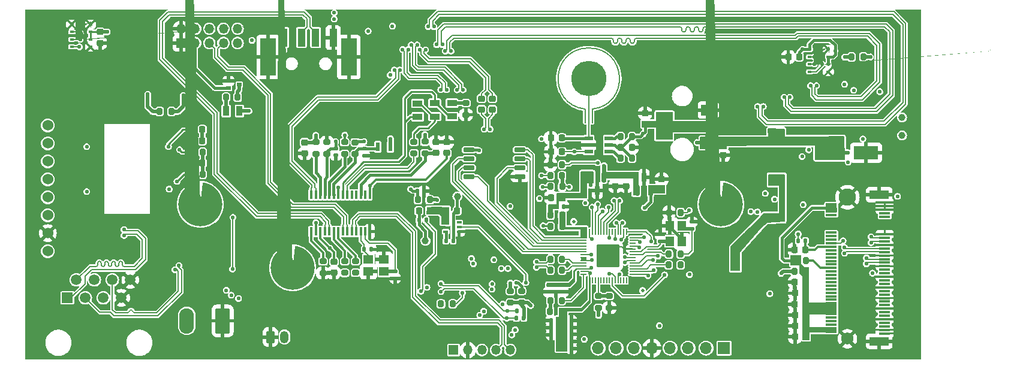
<source format=gbl>
G04 #@! TF.GenerationSoftware,KiCad,Pcbnew,8.0.0-rc1*
G04 #@! TF.CreationDate,2024-01-27T15:59:42+03:00*
G04 #@! TF.ProjectId,RP2040_minimal,52503230-3430-45f6-9d69-6e696d616c2e,REV1*
G04 #@! TF.SameCoordinates,Original*
G04 #@! TF.FileFunction,Copper,L6,Bot*
G04 #@! TF.FilePolarity,Positive*
%FSLAX46Y46*%
G04 Gerber Fmt 4.6, Leading zero omitted, Abs format (unit mm)*
G04 Created by KiCad (PCBNEW 8.0.0-rc1) date 2024-01-27 15:59:42*
%MOMM*%
%LPD*%
G01*
G04 APERTURE LIST*
G04 Aperture macros list*
%AMRoundRect*
0 Rectangle with rounded corners*
0 $1 Rounding radius*
0 $2 $3 $4 $5 $6 $7 $8 $9 X,Y pos of 4 corners*
0 Add a 4 corners polygon primitive as box body*
4,1,4,$2,$3,$4,$5,$6,$7,$8,$9,$2,$3,0*
0 Add four circle primitives for the rounded corners*
1,1,$1+$1,$2,$3*
1,1,$1+$1,$4,$5*
1,1,$1+$1,$6,$7*
1,1,$1+$1,$8,$9*
0 Add four rect primitives between the rounded corners*
20,1,$1+$1,$2,$3,$4,$5,0*
20,1,$1+$1,$4,$5,$6,$7,0*
20,1,$1+$1,$6,$7,$8,$9,0*
20,1,$1+$1,$8,$9,$2,$3,0*%
%AMFreePoly0*
4,1,57,0.347090,3.080508,0.689815,3.022277,1.023865,2.926038,1.345040,2.793003,1.649299,2.624845,1.932818,2.423678,2.192031,2.192031,2.423678,1.932818,2.624845,1.649299,2.793003,1.345040,2.926038,1.023865,3.022277,0.689815,3.080508,0.347090,3.100000,0.000000,3.080508,-0.347090,3.022277,-0.689815,2.926038,-1.023865,2.793003,-1.345040,2.624845,-1.649299,2.423678,-1.932818,
2.192031,-2.192031,1.932818,-2.423678,1.649299,-2.624845,1.345040,-2.793003,1.023865,-2.926038,0.689815,-3.022277,0.347090,-3.080508,0.000000,-3.100000,-0.347090,-3.080508,-0.689815,-3.022277,-1.023865,-2.926038,-1.345040,-2.793003,-1.649299,-2.624845,-1.932818,-2.423678,-2.192031,-2.192031,-2.423678,-1.932818,-2.624845,-1.649299,-2.793003,-1.345040,-2.926038,-1.023865,-3.022277,-0.689815,
-3.080508,-0.347090,-3.100000,0.000000,-3.080508,0.347090,-3.022277,0.689815,-2.926038,1.023865,-2.793003,1.345040,-2.624845,1.649299,-2.423678,1.932818,-2.192031,2.192031,-1.932818,2.423678,-1.649299,2.624845,-1.345040,2.793003,-1.023865,2.926038,-0.689815,3.022277,-0.347090,3.080508,0.000000,3.100000,0.347090,3.080508,0.347090,3.080508,$1*%
%AMFreePoly1*
4,1,342,0.672119,0.783999,0.672365,0.783987,0.713365,0.780987,0.713742,0.780945,0.753742,0.774945,0.793862,0.767925,0.794213,0.767851,0.834213,0.757851,0.873357,0.746812,0.873729,0.746692,0.911836,0.732651,0.949836,0.717651,0.950187,0.717496,0.987187,0.699496,0.987334,0.699422,1.023334,0.680422,1.023716,0.680198,1.057802,0.658141,1.091802,0.635141,1.092078,0.634940,
1.124078,0.609940,1.124213,0.609831,1.155213,0.583831,1.155412,0.583655,1.185412,0.555655,1.185655,0.555412,1.213655,0.525412,1.213831,0.525213,1.239831,0.494213,1.239940,0.494078,1.264940,0.462078,1.265141,0.461802,1.288198,0.427716,1.310198,0.393716,1.310422,0.393334,1.329422,0.357334,1.329496,0.357187,1.347496,0.320187,1.347651,0.319836,1.362692,0.281729,
1.376692,0.243729,1.376812,0.243357,1.387851,0.204213,1.397851,0.164213,1.397925,0.163862,1.404945,0.123742,1.410945,0.083742,1.410987,0.083365,1.413987,0.042365,1.413998,0.042128,1.414998,0.003128,1.413876,0.000209,1.415000,-0.002492,1.414998,-0.003128,1.413998,-0.042128,1.413987,-0.042365,1.410987,-0.083365,1.410945,-0.083742,1.404945,-0.123742,1.397925,-0.163862,
1.397851,-0.164213,1.387851,-0.204213,1.376812,-0.243357,1.376692,-0.243729,1.362651,-0.281836,1.347651,-0.319836,1.347496,-0.320187,1.329496,-0.357187,1.329422,-0.357334,1.310422,-0.393334,1.310198,-0.393716,1.288141,-0.427802,1.265141,-0.461802,1.264940,-0.462078,1.239940,-0.494078,1.239831,-0.494213,1.213831,-0.525213,1.213655,-0.525412,1.185655,-0.555412,1.185412,-0.555655,
1.155412,-0.583655,1.155213,-0.583831,1.124213,-0.609831,1.124078,-0.609940,1.092078,-0.634940,1.091802,-0.635141,1.057716,-0.658198,1.023716,-0.680198,1.023334,-0.680422,0.987334,-0.699422,0.987187,-0.699496,0.950187,-0.717496,0.949836,-0.717651,0.911729,-0.732692,0.873729,-0.746692,0.873357,-0.746812,0.834213,-0.757851,0.794213,-0.767851,0.793862,-0.767925,0.753742,-0.774945,
0.713742,-0.780945,0.713365,-0.780987,0.672365,-0.783987,0.672119,-0.783999,0.630119,-0.784999,0.629878,-0.784999,0.588878,-0.783999,0.588635,-0.783987,0.547635,-0.780987,0.547258,-0.780945,0.507258,-0.774945,0.467138,-0.767925,0.466787,-0.767851,0.426787,-0.757851,0.387643,-0.746812,0.387311,-0.746706,0.348311,-0.732706,0.348121,-0.732634,0.311121,-0.717634,0.310813,-0.717496,
0.273813,-0.699496,0.273572,-0.699371,0.237572,-0.679371,0.237428,-0.679287,0.202428,-0.658287,0.202141,-0.658102,0.169141,-0.635102,0.168981,-0.634985,0.135981,-0.609985,0.135787,-0.609831,0.104787,-0.583831,0.104588,-0.583655,0.074588,-0.555655,0.074345,-0.555412,0.046345,-0.525412,0.046169,-0.525213,0.020169,-0.494213,0.020015,-0.494019,-0.004985,-0.461019,-0.005102,-0.460859,
-0.028102,-0.427859,-0.028287,-0.427572,-0.049287,-0.392572,-0.049371,-0.392428,-0.069371,-0.356428,-0.069496,-0.356187,-0.087496,-0.319187,-0.087634,-0.318879,-0.102634,-0.281879,-0.102706,-0.281689,-0.116706,-0.242689,-0.116812,-0.242357,-0.127851,-0.203213,-0.137851,-0.163213,-0.137925,-0.162862,-0.144945,-0.122742,-0.150945,-0.082742,-0.150987,-0.082365,-0.153987,-0.041365,-0.153999,-0.041122,
-0.154999,-0.000122,-0.154999,0.000000,0.155004,0.000000,0.155992,-0.024702,0.157976,-0.049510,0.160951,-0.074303,0.164901,-0.098990,0.170829,-0.122702,0.177745,-0.146414,0.186682,-0.170244,0.195587,-0.193003,0.206459,-0.215734,0.218319,-0.237479,0.231161,-0.258224,0.246039,-0.279052,0.260909,-0.298879,0.276686,-0.317614,0.312385,-0.353313,0.331120,-0.369090,0.350948,-0.383961,
0.371776,-0.398838,0.392520,-0.411680,0.414265,-0.423540,0.436997,-0.434412,0.459756,-0.443318,0.483586,-0.452254,0.507298,-0.459170,0.531009,-0.465098,0.555697,-0.469048,0.580490,-0.472023,0.605298,-0.474007,0.630007,-0.474996,0.655698,-0.474008,0.680510,-0.472023,0.705303,-0.469048,0.729990,-0.465098,0.753702,-0.459170,0.777414,-0.452254,0.801244,-0.443318,0.824003,-0.434412,
0.846734,-0.423540,0.868479,-0.411680,0.889291,-0.398796,0.910052,-0.384956,0.929793,-0.369163,0.948679,-0.353259,0.966463,-0.336463,0.983259,-0.318679,0.999163,-0.299793,1.014956,-0.280052,1.028796,-0.259291,1.041680,-0.238479,1.053540,-0.216734,1.064412,-0.194003,1.073318,-0.171244,1.082254,-0.147414,1.089170,-0.123702,1.095098,-0.099990,1.099048,-0.075303,1.102023,-0.050510,
1.104009,-0.025685,1.105005,-0.002783,1.106263,-0.000080,1.105005,0.002783,1.104009,0.025685,1.102023,0.050510,1.099048,0.075303,1.095098,0.099990,1.089170,0.123702,1.082254,0.147414,1.073318,0.171244,1.064412,0.194003,1.053540,0.216734,1.041680,0.238479,1.028796,0.259291,1.014956,0.280052,0.999163,0.299793,0.983259,0.318679,0.966463,0.336463,0.948679,0.353259,
0.929793,0.369163,0.910052,0.384956,0.889291,0.398796,0.868479,0.411680,0.846734,0.423540,0.824003,0.434412,0.801244,0.443318,0.777414,0.452254,0.753702,0.459170,0.729990,0.465098,0.705303,0.469048,0.680510,0.472023,0.655698,0.474008,0.630007,0.474996,0.605298,0.474007,0.580490,0.472023,0.555697,0.469048,0.531009,0.465098,0.507298,0.459170,0.483586,0.452254,
0.459756,0.443318,0.436997,0.434412,0.414265,0.423540,0.392520,0.411680,0.371779,0.398840,0.350948,0.383961,0.331120,0.369090,0.312385,0.353313,0.276686,0.317614,0.260909,0.298879,0.246039,0.279052,0.231161,0.258224,0.218319,0.237479,0.206459,0.215734,0.195587,0.193003,0.186682,0.170244,0.177745,0.146414,0.170829,0.122702,0.164901,0.098990,0.160951,0.074303,
0.157976,0.049510,0.155992,0.024702,0.155004,0.000000,-0.154999,0.000000,-0.154999,0.000122,-0.153999,0.041122,-0.153987,0.041365,-0.150987,0.082365,-0.150945,0.082742,-0.144945,0.122742,-0.137925,0.162862,-0.137851,0.163213,-0.127851,0.203213,-0.116812,0.242357,-0.116706,0.242689,-0.102706,0.281689,-0.102634,0.281879,-0.087634,0.318879,-0.087496,0.319187,-0.069496,0.356187,
-0.069371,0.356428,-0.049371,0.392428,-0.049287,0.392572,-0.028287,0.427572,-0.028102,0.427859,-0.005102,0.460859,-0.004985,0.461019,0.020015,0.494019,0.020169,0.494213,0.046169,0.525213,0.046345,0.525412,0.074345,0.555412,0.074588,0.555655,0.104588,0.583655,0.104787,0.583831,0.135787,0.609831,0.135981,0.609985,0.168981,0.634985,0.169141,0.635102,0.202141,0.658102,
0.202428,0.658287,0.237428,0.679287,0.237572,0.679371,0.273572,0.699371,0.273813,0.699496,0.310813,0.717496,0.311121,0.717634,0.348121,0.732634,0.348311,0.732706,0.387311,0.746706,0.387643,0.746812,0.426787,0.757851,0.466787,0.767851,0.467138,0.767925,0.507258,0.774945,0.547258,0.780945,0.547635,0.780987,0.588635,0.783987,0.588878,0.783999,0.629878,0.784999,
0.630119,0.784999,0.672119,0.783999,0.672119,0.783999,$1*%
G04 Aperture macros list end*
G04 #@! TA.AperFunction,Conductor*
%ADD10C,0.000000*%
G04 #@! TD*
G04 #@! TA.AperFunction,Conductor*
%ADD11C,0.200000*%
G04 #@! TD*
G04 #@! TA.AperFunction,EtchedComponent*
%ADD12C,0.200000*%
G04 #@! TD*
G04 #@! TA.AperFunction,ComponentPad*
%ADD13R,1.500000X1.500000*%
G04 #@! TD*
G04 #@! TA.AperFunction,ComponentPad*
%ADD14C,1.500000*%
G04 #@! TD*
G04 #@! TA.AperFunction,ComponentPad*
%ADD15R,1.700000X1.700000*%
G04 #@! TD*
G04 #@! TA.AperFunction,ComponentPad*
%ADD16O,1.700000X1.700000*%
G04 #@! TD*
G04 #@! TA.AperFunction,ComponentPad*
%ADD17C,1.000000*%
G04 #@! TD*
G04 #@! TA.AperFunction,ComponentPad*
%ADD18R,1.350000X1.350000*%
G04 #@! TD*
G04 #@! TA.AperFunction,ComponentPad*
%ADD19O,1.350000X1.350000*%
G04 #@! TD*
G04 #@! TA.AperFunction,WasherPad*
%ADD20FreePoly0,270.000000*%
G04 #@! TD*
G04 #@! TA.AperFunction,ComponentPad*
%ADD21RoundRect,0.250000X-0.350000X-0.625000X0.350000X-0.625000X0.350000X0.625000X-0.350000X0.625000X0*%
G04 #@! TD*
G04 #@! TA.AperFunction,ComponentPad*
%ADD22O,1.200000X1.750000*%
G04 #@! TD*
G04 #@! TA.AperFunction,SMDPad,CuDef*
%ADD23RoundRect,0.218750X-0.218750X-0.256250X0.218750X-0.256250X0.218750X0.256250X-0.218750X0.256250X0*%
G04 #@! TD*
G04 #@! TA.AperFunction,SMDPad,CuDef*
%ADD24RoundRect,0.200000X-0.275000X0.200000X-0.275000X-0.200000X0.275000X-0.200000X0.275000X0.200000X0*%
G04 #@! TD*
G04 #@! TA.AperFunction,SMDPad,CuDef*
%ADD25RoundRect,0.225000X0.250000X-0.225000X0.250000X0.225000X-0.250000X0.225000X-0.250000X-0.225000X0*%
G04 #@! TD*
G04 #@! TA.AperFunction,SMDPad,CuDef*
%ADD26RoundRect,0.225000X0.225000X0.250000X-0.225000X0.250000X-0.225000X-0.250000X0.225000X-0.250000X0*%
G04 #@! TD*
G04 #@! TA.AperFunction,SMDPad,CuDef*
%ADD27RoundRect,0.140000X-0.140000X-0.170000X0.140000X-0.170000X0.140000X0.170000X-0.140000X0.170000X0*%
G04 #@! TD*
G04 #@! TA.AperFunction,SMDPad,CuDef*
%ADD28RoundRect,0.225000X-0.225000X-0.250000X0.225000X-0.250000X0.225000X0.250000X-0.225000X0.250000X0*%
G04 #@! TD*
G04 #@! TA.AperFunction,SMDPad,CuDef*
%ADD29RoundRect,0.200000X0.275000X-0.200000X0.275000X0.200000X-0.275000X0.200000X-0.275000X-0.200000X0*%
G04 #@! TD*
G04 #@! TA.AperFunction,SMDPad,CuDef*
%ADD30RoundRect,0.140000X0.140000X0.170000X-0.140000X0.170000X-0.140000X-0.170000X0.140000X-0.170000X0*%
G04 #@! TD*
G04 #@! TA.AperFunction,SMDPad,CuDef*
%ADD31RoundRect,0.200000X0.200000X0.275000X-0.200000X0.275000X-0.200000X-0.275000X0.200000X-0.275000X0*%
G04 #@! TD*
G04 #@! TA.AperFunction,SMDPad,CuDef*
%ADD32R,1.550000X0.300000*%
G04 #@! TD*
G04 #@! TA.AperFunction,ComponentPad*
%ADD33C,1.750000*%
G04 #@! TD*
G04 #@! TA.AperFunction,ComponentPad*
%ADD34C,2.450000*%
G04 #@! TD*
G04 #@! TA.AperFunction,SMDPad,CuDef*
%ADD35R,2.750000X1.200000*%
G04 #@! TD*
G04 #@! TA.AperFunction,SMDPad,CuDef*
%ADD36RoundRect,0.200000X-0.200000X-0.275000X0.200000X-0.275000X0.200000X0.275000X-0.200000X0.275000X0*%
G04 #@! TD*
G04 #@! TA.AperFunction,SMDPad,CuDef*
%ADD37C,0.500000*%
G04 #@! TD*
G04 #@! TA.AperFunction,SMDPad,CuDef*
%ADD38R,0.400000X1.200000*%
G04 #@! TD*
G04 #@! TA.AperFunction,SMDPad,CuDef*
%ADD39R,1.400000X0.900000*%
G04 #@! TD*
G04 #@! TA.AperFunction,SMDPad,CuDef*
%ADD40R,3.500000X1.850000*%
G04 #@! TD*
G04 #@! TA.AperFunction,SMDPad,CuDef*
%ADD41R,0.600000X1.250000*%
G04 #@! TD*
G04 #@! TA.AperFunction,SMDPad,CuDef*
%ADD42RoundRect,0.050000X-0.050000X0.387500X-0.050000X-0.387500X0.050000X-0.387500X0.050000X0.387500X0*%
G04 #@! TD*
G04 #@! TA.AperFunction,SMDPad,CuDef*
%ADD43RoundRect,0.050000X-0.387500X0.050000X-0.387500X-0.050000X0.387500X-0.050000X0.387500X0.050000X0*%
G04 #@! TD*
G04 #@! TA.AperFunction,ComponentPad*
%ADD44C,0.550000*%
G04 #@! TD*
G04 #@! TA.AperFunction,SMDPad,CuDef*
%ADD45RoundRect,0.144000X-1.456000X1.456000X-1.456000X-1.456000X1.456000X-1.456000X1.456000X1.456000X0*%
G04 #@! TD*
G04 #@! TA.AperFunction,SMDPad,CuDef*
%ADD46RoundRect,0.225000X-0.250000X0.225000X-0.250000X-0.225000X0.250000X-0.225000X0.250000X0.225000X0*%
G04 #@! TD*
G04 #@! TA.AperFunction,SMDPad,CuDef*
%ADD47RoundRect,0.140000X0.170000X-0.140000X0.170000X0.140000X-0.170000X0.140000X-0.170000X-0.140000X0*%
G04 #@! TD*
G04 #@! TA.AperFunction,SMDPad,CuDef*
%ADD48C,1.000000*%
G04 #@! TD*
G04 #@! TA.AperFunction,SMDPad,CuDef*
%ADD49R,0.640000X0.470000*%
G04 #@! TD*
G04 #@! TA.AperFunction,SMDPad,CuDef*
%ADD50R,1.400000X1.200000*%
G04 #@! TD*
G04 #@! TA.AperFunction,SMDPad,CuDef*
%ADD51RoundRect,0.150000X-0.150000X0.587500X-0.150000X-0.587500X0.150000X-0.587500X0.150000X0.587500X0*%
G04 #@! TD*
G04 #@! TA.AperFunction,SMDPad,CuDef*
%ADD52O,5.000000X5.000000*%
G04 #@! TD*
G04 #@! TA.AperFunction,SMDPad,CuDef*
%ADD53R,2.200000X1.600000*%
G04 #@! TD*
G04 #@! TA.AperFunction,SMDPad,CuDef*
%ADD54R,1.200000X1.400000*%
G04 #@! TD*
G04 #@! TA.AperFunction,SMDPad,CuDef*
%ADD55RoundRect,0.140000X-0.170000X0.140000X-0.170000X-0.140000X0.170000X-0.140000X0.170000X0.140000X0*%
G04 #@! TD*
G04 #@! TA.AperFunction,SMDPad,CuDef*
%ADD56R,1.143000X0.609600*%
G04 #@! TD*
G04 #@! TA.AperFunction,SMDPad,CuDef*
%ADD57RoundRect,0.135000X0.135000X0.185000X-0.135000X0.185000X-0.135000X-0.185000X0.135000X-0.185000X0*%
G04 #@! TD*
G04 #@! TA.AperFunction,SMDPad,CuDef*
%ADD58R,0.650000X0.400000*%
G04 #@! TD*
G04 #@! TA.AperFunction,SMDPad,CuDef*
%ADD59RoundRect,0.150000X0.150000X-0.587500X0.150000X0.587500X-0.150000X0.587500X-0.150000X-0.587500X0*%
G04 #@! TD*
G04 #@! TA.AperFunction,SMDPad,CuDef*
%ADD60R,0.550000X0.300000*%
G04 #@! TD*
G04 #@! TA.AperFunction,SMDPad,CuDef*
%ADD61FreePoly1,90.000000*%
G04 #@! TD*
G04 #@! TA.AperFunction,SMDPad,CuDef*
%ADD62R,2.000000X1.500000*%
G04 #@! TD*
G04 #@! TA.AperFunction,SMDPad,CuDef*
%ADD63R,2.000000X3.800000*%
G04 #@! TD*
G04 #@! TA.AperFunction,ComponentPad*
%ADD64C,1.524000*%
G04 #@! TD*
G04 #@! TA.AperFunction,ComponentPad*
%ADD65RoundRect,0.249999X0.790001X1.550001X-0.790001X1.550001X-0.790001X-1.550001X0.790001X-1.550001X0*%
G04 #@! TD*
G04 #@! TA.AperFunction,ComponentPad*
%ADD66O,2.080000X3.600000*%
G04 #@! TD*
G04 #@! TA.AperFunction,SMDPad,CuDef*
%ADD67R,0.900000X1.400000*%
G04 #@! TD*
G04 #@! TA.AperFunction,SMDPad,CuDef*
%ADD68R,1.100000X2.500000*%
G04 #@! TD*
G04 #@! TA.AperFunction,SMDPad,CuDef*
%ADD69R,2.300000X5.300000*%
G04 #@! TD*
G04 #@! TA.AperFunction,SMDPad,CuDef*
%ADD70RoundRect,0.135000X-0.135000X-0.185000X0.135000X-0.185000X0.135000X0.185000X-0.135000X0.185000X0*%
G04 #@! TD*
G04 #@! TA.AperFunction,SMDPad,CuDef*
%ADD71RoundRect,0.218750X0.218750X0.256250X-0.218750X0.256250X-0.218750X-0.256250X0.218750X-0.256250X0*%
G04 #@! TD*
G04 #@! TA.AperFunction,SMDPad,CuDef*
%ADD72RoundRect,0.150000X0.650000X0.150000X-0.650000X0.150000X-0.650000X-0.150000X0.650000X-0.150000X0*%
G04 #@! TD*
G04 #@! TA.AperFunction,ViaPad*
%ADD73C,0.550000*%
G04 #@! TD*
G04 #@! TA.AperFunction,Conductor*
%ADD74C,0.381000*%
G04 #@! TD*
G04 #@! TA.AperFunction,Conductor*
%ADD75C,0.508000*%
G04 #@! TD*
G04 #@! TA.AperFunction,Conductor*
%ADD76C,0.600000*%
G04 #@! TD*
G04 #@! TA.AperFunction,Conductor*
%ADD77C,0.400000*%
G04 #@! TD*
G04 #@! TA.AperFunction,Conductor*
%ADD78C,0.581000*%
G04 #@! TD*
G04 #@! TA.AperFunction,Conductor*
%ADD79C,0.180000*%
G04 #@! TD*
G04 #@! TA.AperFunction,Conductor*
%ADD80C,0.254000*%
G04 #@! TD*
G04 #@! TA.AperFunction,Conductor*
%ADD81C,0.300000*%
G04 #@! TD*
G04 APERTURE END LIST*
D10*
G04 #@! TA.AperFunction,Conductor*
G36*
X185602500Y-114106000D02*
G01*
X188642500Y-114106000D01*
X188642500Y-115716000D01*
X187702500Y-115716000D01*
X187702500Y-114486000D01*
X184772500Y-114486000D01*
X184772500Y-111996000D01*
X185602500Y-111996000D01*
X185602500Y-114106000D01*
G37*
G04 #@! TD.AperFunction*
G04 #@! TA.AperFunction,Conductor*
G36*
X169222500Y-111286000D02*
G01*
X169212500Y-113806000D01*
X168062500Y-113776000D01*
X168062500Y-112616000D01*
X167752500Y-112346000D01*
X166012500Y-112346000D01*
X166052500Y-111286000D01*
X167139072Y-111266062D01*
X169222500Y-111286000D01*
G37*
G04 #@! TD.AperFunction*
G04 #@! TA.AperFunction,Conductor*
G36*
X167142500Y-111266000D02*
G01*
X167139072Y-111266062D01*
X167132500Y-111266000D01*
X167142500Y-111266000D01*
G37*
G04 #@! TD.AperFunction*
G04 #@! TA.AperFunction,Conductor*
G36*
X199682500Y-109346000D02*
G01*
X197972500Y-109346000D01*
X197962500Y-109676000D01*
X197342500Y-109676000D01*
X197332500Y-108206000D01*
X197342500Y-108206000D01*
X197352500Y-108206000D01*
X199682500Y-108206000D01*
X199682500Y-109346000D01*
G37*
G04 #@! TD.AperFunction*
G04 #@! TA.AperFunction,Conductor*
G36*
X218922500Y-119266000D02*
G01*
X219362500Y-119756000D01*
X220032500Y-119766000D01*
X220012500Y-124796000D01*
X223912500Y-124796000D01*
X223912500Y-126476000D01*
X220052500Y-126496000D01*
X220042500Y-128276000D01*
X223932500Y-128276000D01*
X223932500Y-129046000D01*
X220072500Y-129046000D01*
X220082500Y-130116000D01*
X219132500Y-130106000D01*
X219092500Y-130106000D01*
X219062500Y-121086000D01*
X218672500Y-120766000D01*
X218622500Y-119566000D01*
X217392500Y-119566000D01*
X217392500Y-118106000D01*
X218922500Y-118106000D01*
X218922500Y-119266000D01*
G37*
G04 #@! TD.AperFunction*
D11*
X216492500Y-100296000D02*
X216522500Y-101416000D01*
X220662500Y-101396000D01*
X224932500Y-101376000D01*
X224992500Y-104586000D01*
X220922500Y-104556000D01*
X220912500Y-102556000D01*
X219082500Y-102536000D01*
X216992500Y-102556000D01*
X215652500Y-102556000D01*
X214092500Y-102556000D01*
X208312500Y-102566000D01*
X208312500Y-102996000D01*
X204702500Y-103016000D01*
X204702500Y-101436000D01*
X204782500Y-101436000D01*
X209072500Y-101436000D01*
X210602500Y-101436000D01*
X214302500Y-101446000D01*
X214282500Y-100276000D01*
X216492500Y-100296000D01*
G04 #@! TA.AperFunction,Conductor*
G36*
X216492500Y-100296000D02*
G01*
X216522500Y-101416000D01*
X220662500Y-101396000D01*
X224932500Y-101376000D01*
X224992500Y-104586000D01*
X220922500Y-104556000D01*
X220912500Y-102556000D01*
X219082500Y-102536000D01*
X216992500Y-102556000D01*
X215652500Y-102556000D01*
X214092500Y-102556000D01*
X208312500Y-102566000D01*
X208312500Y-102996000D01*
X204702500Y-103016000D01*
X204702500Y-101436000D01*
X204782500Y-101436000D01*
X209072500Y-101436000D01*
X210602500Y-101436000D01*
X214302500Y-101446000D01*
X214282500Y-100276000D01*
X216492500Y-100296000D01*
G37*
G04 #@! TD.AperFunction*
D10*
G04 #@! TA.AperFunction,Conductor*
G36*
X195942500Y-108186000D02*
G01*
X196062500Y-108186000D01*
X196062500Y-109656000D01*
X195162500Y-109656000D01*
X195162500Y-107306000D01*
X191372500Y-107306000D01*
X191372500Y-107786000D01*
X190772500Y-107786000D01*
X190772500Y-106336000D01*
X195942500Y-106336000D01*
X195942500Y-108186000D01*
G37*
G04 #@! TD.AperFunction*
G04 #@! TA.AperFunction,Conductor*
G36*
X189142500Y-123526000D02*
G01*
X189142500Y-124756000D01*
X187972500Y-126026000D01*
X185882500Y-126046000D01*
X185892500Y-131716000D01*
X184902500Y-131706000D01*
X184302500Y-131716000D01*
X184282500Y-126806000D01*
X184702500Y-126806000D01*
X184702500Y-125546000D01*
X187912500Y-125556000D01*
X188932500Y-124446000D01*
X188942500Y-121216000D01*
X189142500Y-121216000D01*
X189142500Y-123526000D01*
G37*
G04 #@! TD.AperFunction*
G04 #@! TA.AperFunction,Conductor*
G36*
X188622500Y-118906000D02*
G01*
X187782500Y-118906000D01*
X187782500Y-118336000D01*
X188622500Y-118336000D01*
X188622500Y-118906000D01*
G37*
G04 #@! TD.AperFunction*
G04 #@! TA.AperFunction,Conductor*
G36*
X200802500Y-99136000D02*
G01*
X206792500Y-99136000D01*
X206792500Y-100706000D01*
X200742500Y-100706000D01*
X200742500Y-101786000D01*
X198382500Y-101786000D01*
X198382500Y-100046000D01*
X196412500Y-100046000D01*
X196412500Y-99096000D01*
X198382500Y-99096000D01*
X198382500Y-97846000D01*
X200802500Y-97846000D01*
X200802500Y-99136000D01*
G37*
G04 #@! TD.AperFunction*
G04 #@! TA.AperFunction,Conductor*
G36*
X188642500Y-120116000D02*
G01*
X187742500Y-120116000D01*
X187612500Y-120116000D01*
X187252500Y-120116000D01*
X186992500Y-120426000D01*
X186992500Y-121816000D01*
X186272500Y-122586000D01*
X182982500Y-122596000D01*
X182982500Y-122586000D01*
X182982500Y-122016000D01*
X186142500Y-122016000D01*
X186752500Y-121316000D01*
X186752500Y-120396000D01*
X186752500Y-120266000D01*
X187032500Y-119926000D01*
X187302500Y-119926000D01*
X187732500Y-119926000D01*
X188642500Y-119926000D01*
X188642500Y-120116000D01*
G37*
G04 #@! TD.AperFunction*
D11*
X216562500Y-106736000D02*
X216532500Y-113306000D01*
X214042500Y-113406000D01*
X213072500Y-114416000D01*
X210802500Y-116966000D01*
X210212500Y-117666000D01*
X210212500Y-120246000D01*
X209012500Y-120246000D01*
X209002500Y-116956000D01*
X210972500Y-114966000D01*
X212602500Y-113396000D01*
X213612500Y-112236000D01*
X215872500Y-112226000D01*
X215882500Y-108176000D01*
X214332500Y-108186000D01*
X214332500Y-106726000D01*
X216562500Y-106736000D01*
G04 #@! TA.AperFunction,Conductor*
G36*
X216562500Y-106736000D02*
G01*
X216532500Y-113306000D01*
X214042500Y-113406000D01*
X213072500Y-114416000D01*
X210802500Y-116966000D01*
X210212500Y-117666000D01*
X210212500Y-120246000D01*
X209012500Y-120246000D01*
X209002500Y-116956000D01*
X210972500Y-114966000D01*
X212602500Y-113396000D01*
X213612500Y-112236000D01*
X215872500Y-112226000D01*
X215882500Y-108176000D01*
X214332500Y-108186000D01*
X214332500Y-106726000D01*
X216562500Y-106736000D01*
G37*
G04 #@! TD.AperFunction*
X189532500Y-107866000D02*
X188572500Y-107866000D01*
X188562500Y-109996000D01*
X185572500Y-109996000D01*
X185572500Y-110406000D01*
X184622500Y-110406000D01*
X184622500Y-111456000D01*
X184442500Y-111456000D01*
X183782500Y-111456000D01*
X183782500Y-112806000D01*
X183242500Y-112806000D01*
X183242500Y-110956000D01*
X184442500Y-110956000D01*
X184442500Y-109406000D01*
X187832500Y-109406000D01*
X187832500Y-106336000D01*
X189532500Y-106336000D01*
X189532500Y-107866000D01*
G04 #@! TA.AperFunction,Conductor*
G36*
X189532500Y-107866000D02*
G01*
X188572500Y-107866000D01*
X188562500Y-109996000D01*
X185572500Y-109996000D01*
X185572500Y-110406000D01*
X184622500Y-110406000D01*
X184622500Y-111456000D01*
X184442500Y-111456000D01*
X183782500Y-111456000D01*
X183782500Y-112806000D01*
X183242500Y-112806000D01*
X183242500Y-110956000D01*
X184442500Y-110956000D01*
X184442500Y-109406000D01*
X187832500Y-109406000D01*
X187832500Y-106336000D01*
X189532500Y-106336000D01*
X189532500Y-107866000D01*
G37*
G04 #@! TD.AperFunction*
D10*
G04 #@! TA.AperFunction,Conductor*
G36*
X223942500Y-112046000D02*
G01*
X222362500Y-112046000D01*
X222352500Y-110786000D01*
X222372500Y-110786000D01*
X223932500Y-110786000D01*
X223942500Y-112046000D01*
G37*
G04 #@! TD.AperFunction*
D12*
X188412500Y-99349561D02*
X188412500Y-97449561D01*
X189412500Y-99349754D02*
X189412500Y-97449754D01*
X188412478Y-97449749D02*
G75*
G02*
X189412500Y-97449752I500024J4303749D01*
G01*
D13*
X115300000Y-124130000D03*
D14*
X116570000Y-121590000D03*
X117840000Y-124130000D03*
X119110000Y-121590000D03*
X120380000Y-124130000D03*
X121650000Y-121590000D03*
X122920000Y-124130000D03*
X124190000Y-121590000D03*
D15*
X208002500Y-131236000D03*
D16*
X205462500Y-131236000D03*
X202922500Y-131236000D03*
X200382500Y-131236000D03*
X197842500Y-131236000D03*
X195302500Y-131236000D03*
X192762500Y-131236000D03*
X190222500Y-131236000D03*
D17*
X233152500Y-98646000D03*
X233152500Y-101186000D03*
D18*
X131332500Y-88106000D03*
D19*
X131332500Y-86106000D03*
X133332500Y-88106000D03*
X133332500Y-86106000D03*
X135332500Y-88106000D03*
X135332500Y-86106000D03*
X137332500Y-88106000D03*
X137332500Y-86106000D03*
X139332500Y-88106000D03*
X139332500Y-86106000D03*
D20*
X207572500Y-110926000D03*
D21*
X143952500Y-129666000D03*
D22*
X145952500Y-129666000D03*
D20*
X134072500Y-110926000D03*
D18*
X169822500Y-131506000D03*
D19*
X171822500Y-131506000D03*
X173822500Y-131506000D03*
X175822500Y-131506000D03*
X177822500Y-131506000D03*
D23*
X183555000Y-103496000D03*
X185130000Y-103496000D03*
D24*
X177862500Y-123166000D03*
X177862500Y-124816000D03*
D25*
X175322500Y-97521000D03*
X175322500Y-95971000D03*
D24*
X191822500Y-123886000D03*
X191822500Y-125536000D03*
D26*
X219572500Y-126576000D03*
X218022500Y-126576000D03*
D27*
X185522500Y-128326000D03*
X186482500Y-128326000D03*
D28*
X193429000Y-102856000D03*
X194979000Y-102856000D03*
D29*
X150372500Y-103776000D03*
X150372500Y-102126000D03*
D26*
X134337500Y-101926000D03*
X132787500Y-101926000D03*
D30*
X165632500Y-109006000D03*
X164672500Y-109006000D03*
D31*
X195029000Y-104396000D03*
X193379000Y-104396000D03*
D28*
X183572500Y-109936000D03*
X185122500Y-109936000D03*
D32*
X230700109Y-129156000D03*
X223150109Y-128906000D03*
X230700109Y-128656000D03*
X223150109Y-128406000D03*
X230700109Y-128156000D03*
X223150109Y-127906000D03*
X230700109Y-127656000D03*
X223150109Y-127406000D03*
X230700109Y-127156000D03*
X223150109Y-126906000D03*
X230700109Y-126656000D03*
X223150109Y-126406000D03*
X230700109Y-126156000D03*
X223150109Y-125906000D03*
X230700109Y-125656000D03*
X223150109Y-125406000D03*
X230700109Y-125156000D03*
X223150109Y-124906000D03*
X230700109Y-124656000D03*
X223150109Y-124406000D03*
X230700109Y-124156000D03*
X223150109Y-123906000D03*
X230700109Y-123656000D03*
X223150109Y-123406000D03*
X230700109Y-123156000D03*
X223150109Y-122906000D03*
X230700109Y-122656000D03*
X223150109Y-122406000D03*
X230700109Y-122156000D03*
X223150109Y-121906000D03*
X230700109Y-121656000D03*
X223150109Y-121406000D03*
X230700109Y-121156000D03*
X223150109Y-120906000D03*
X230700109Y-120656000D03*
X223150109Y-120406000D03*
X230700109Y-120156000D03*
X223150109Y-119906000D03*
X230700109Y-119656000D03*
X223150109Y-119406000D03*
X230700109Y-119156000D03*
X223150109Y-118906000D03*
X230700109Y-118656000D03*
X223150109Y-118406000D03*
X230700109Y-118156000D03*
X223150109Y-117906000D03*
X230700109Y-117656000D03*
X223150109Y-117406000D03*
X230700109Y-117156000D03*
X223150109Y-116906000D03*
X230700109Y-116656000D03*
X223150109Y-116406000D03*
X230700109Y-116156000D03*
X223150109Y-115906000D03*
X230700109Y-115656000D03*
X223150109Y-115406000D03*
X230700109Y-115156000D03*
X223150109Y-114906000D03*
X230700109Y-112656000D03*
X223150109Y-112406000D03*
X230700109Y-112156000D03*
X223150109Y-111906000D03*
X230700109Y-111656000D03*
X223150109Y-111406000D03*
X230700109Y-111156000D03*
X223150109Y-110906000D03*
X230700109Y-110656000D03*
D33*
X225425109Y-129906000D03*
D34*
X225425109Y-109906000D03*
D35*
X229925109Y-130256000D03*
X229925109Y-109556000D03*
D26*
X134347500Y-105076000D03*
X132797500Y-105076000D03*
D27*
X185502500Y-129306000D03*
X186462500Y-129306000D03*
D36*
X200227500Y-117956000D03*
X201877500Y-117956000D03*
D37*
X186770000Y-113352500D03*
D31*
X134392500Y-103536000D03*
X132742500Y-103536000D03*
X219587500Y-118866000D03*
X217937500Y-118866000D03*
D25*
X207892500Y-103971000D03*
X207892500Y-102421000D03*
D38*
X157980000Y-114756000D03*
X157345000Y-114756000D03*
X156710000Y-114756000D03*
X156075000Y-114756000D03*
X155440000Y-114756000D03*
X154805000Y-114756000D03*
X154170000Y-114756000D03*
X153535000Y-114756000D03*
X152900000Y-114756000D03*
X152265000Y-114756000D03*
X151630000Y-114756000D03*
X150995000Y-114756000D03*
X150360000Y-114756000D03*
X149725000Y-114756000D03*
X149725000Y-109556000D03*
X150360000Y-109556000D03*
X150995000Y-109556000D03*
X151630000Y-109556000D03*
X152265000Y-109556000D03*
X152900000Y-109556000D03*
X153535000Y-109556000D03*
X154170000Y-109556000D03*
X154805000Y-109556000D03*
X155440000Y-109556000D03*
X156075000Y-109556000D03*
X156710000Y-109556000D03*
X157345000Y-109556000D03*
X157980000Y-109556000D03*
D26*
X218627500Y-90081000D03*
X217077500Y-90081000D03*
D39*
X167162500Y-96611000D03*
X167162500Y-98511000D03*
D29*
X190297500Y-125536000D03*
X190297500Y-123886000D03*
D36*
X183502500Y-118676000D03*
X185152500Y-118676000D03*
D40*
X222772500Y-103606000D03*
X228072500Y-103606000D03*
D41*
X160912500Y-102796000D03*
X159112500Y-102796000D03*
D42*
X189040000Y-114785000D03*
X189440000Y-114785000D03*
X189840000Y-114785000D03*
X190240000Y-114785000D03*
X190640000Y-114785000D03*
X191040000Y-114785000D03*
X191440000Y-114785000D03*
X191840000Y-114785000D03*
X192240000Y-114785000D03*
X192640000Y-114785000D03*
X193040000Y-114785000D03*
X193440000Y-114785000D03*
X193840000Y-114785000D03*
X194240000Y-114785000D03*
D43*
X195077500Y-115622500D03*
X195077500Y-116022500D03*
X195077500Y-116422500D03*
X195077500Y-116822500D03*
X195077500Y-117222500D03*
X195077500Y-117622500D03*
X195077500Y-118022500D03*
X195077500Y-118422500D03*
X195077500Y-118822500D03*
X195077500Y-119222500D03*
X195077500Y-119622500D03*
X195077500Y-120022500D03*
X195077500Y-120422500D03*
X195077500Y-120822500D03*
D42*
X194240000Y-121660000D03*
X193840000Y-121660000D03*
X193440000Y-121660000D03*
X193040000Y-121660000D03*
X192640000Y-121660000D03*
X192240000Y-121660000D03*
X191840000Y-121660000D03*
X191440000Y-121660000D03*
X191040000Y-121660000D03*
X190640000Y-121660000D03*
X190240000Y-121660000D03*
X189840000Y-121660000D03*
X189440000Y-121660000D03*
X189040000Y-121660000D03*
D43*
X188202500Y-120822500D03*
X188202500Y-120422500D03*
X188202500Y-120022500D03*
X188202500Y-119622500D03*
X188202500Y-119222500D03*
X188202500Y-118822500D03*
X188202500Y-118422500D03*
X188202500Y-118022500D03*
X188202500Y-117622500D03*
X188202500Y-117222500D03*
X188202500Y-116822500D03*
X188202500Y-116422500D03*
X188202500Y-116022500D03*
X188202500Y-115622500D03*
D44*
X192915000Y-116947500D03*
X191640000Y-116947500D03*
X190365000Y-116947500D03*
X192915000Y-118222500D03*
X191640000Y-118222500D03*
D45*
X191640000Y-118222500D03*
D44*
X190365000Y-118222500D03*
X192915000Y-119497500D03*
X191640000Y-119497500D03*
X190365000Y-119497500D03*
D26*
X219572500Y-129636000D03*
X218022500Y-129636000D03*
D25*
X194212500Y-108341000D03*
X194212500Y-106791000D03*
D46*
X152922500Y-119011000D03*
X152922500Y-120561000D03*
D28*
X217947500Y-117306000D03*
X219497500Y-117306000D03*
D26*
X219557500Y-125016000D03*
X218007500Y-125016000D03*
D30*
X184566500Y-128348500D03*
X183606500Y-128348500D03*
D23*
X164935000Y-111836000D03*
X166510000Y-111836000D03*
D47*
X203472500Y-114346000D03*
X203472500Y-113386000D03*
D27*
X184417500Y-111216000D03*
X185377500Y-111216000D03*
D48*
X165852500Y-116076000D03*
D49*
X138037500Y-94486000D03*
X138037500Y-93486000D03*
X139537500Y-93986000D03*
D47*
X157232500Y-104026000D03*
X157232500Y-103066000D03*
D26*
X219572500Y-128096000D03*
X218022500Y-128096000D03*
D50*
X157802500Y-118706000D03*
X160002500Y-118706000D03*
X160002500Y-120406000D03*
X157802500Y-120406000D03*
D27*
X157212500Y-117296000D03*
X158172500Y-117296000D03*
D25*
X167332500Y-103661000D03*
X167332500Y-102111000D03*
D51*
X189162500Y-107068500D03*
X191062500Y-107068500D03*
X190112500Y-108943500D03*
D52*
X188912500Y-93146000D03*
D29*
X165772500Y-103701000D03*
X165772500Y-102051000D03*
D53*
X215372500Y-107496000D03*
X215372500Y-101096000D03*
D20*
X147107509Y-119906000D03*
D39*
X169602500Y-96601000D03*
X169602500Y-98501000D03*
D29*
X151922500Y-103771000D03*
X151922500Y-102121000D03*
D24*
X155942500Y-102151000D03*
X155942500Y-103801000D03*
D54*
X202082500Y-113936000D03*
X202082500Y-116136000D03*
X200382500Y-116136000D03*
X200382500Y-113936000D03*
D30*
X184552500Y-127336000D03*
X183592500Y-127336000D03*
D29*
X154452500Y-120596000D03*
X154452500Y-118946000D03*
D55*
X183290000Y-122310000D03*
X183290000Y-123270000D03*
D56*
X188887500Y-103491000D03*
X188887500Y-102541000D03*
X188887500Y-101591000D03*
X191695500Y-101591000D03*
X191695500Y-102541000D03*
X191695500Y-103491000D03*
D57*
X179752500Y-126006000D03*
X178732500Y-126006000D03*
D24*
X164242500Y-102081000D03*
X164242500Y-103731000D03*
D58*
X170622500Y-113476000D03*
X170622500Y-114126000D03*
X170622500Y-114776000D03*
X168722500Y-114776000D03*
X168722500Y-113476000D03*
D30*
X184582500Y-129326000D03*
X183622500Y-129326000D03*
D47*
X199002500Y-116136000D03*
X199002500Y-115176000D03*
D36*
X183475000Y-124500000D03*
X185125000Y-124500000D03*
D27*
X185522500Y-127346000D03*
X186482500Y-127346000D03*
D36*
X217947500Y-120396000D03*
X219597500Y-120396000D03*
D46*
X148812500Y-102181000D03*
X148812500Y-103731000D03*
D55*
X153182500Y-103026000D03*
X153182500Y-103986000D03*
D36*
X183512500Y-112466000D03*
X185162500Y-112466000D03*
D26*
X219552500Y-121936000D03*
X218002500Y-121936000D03*
D36*
X183512500Y-108406000D03*
X185162500Y-108406000D03*
D31*
X185105000Y-126020000D03*
X183455000Y-126020000D03*
D24*
X151382500Y-118976000D03*
X151382500Y-120626000D03*
D31*
X185152500Y-105296000D03*
X183502500Y-105296000D03*
X129977500Y-97806000D03*
X128327500Y-97806000D03*
D25*
X168892500Y-103661000D03*
X168892500Y-102111000D03*
X192652500Y-108341000D03*
X192652500Y-106791000D03*
X173792500Y-97521000D03*
X173792500Y-95971000D03*
D46*
X119912500Y-86551000D03*
X119912500Y-88101000D03*
D57*
X169752500Y-116096000D03*
X168732500Y-116096000D03*
D26*
X219567500Y-123476000D03*
X218017500Y-123476000D03*
D46*
X199202500Y-107351000D03*
X199202500Y-108901000D03*
D59*
X197652500Y-108946000D03*
X195752500Y-108946000D03*
X196702500Y-107071000D03*
D57*
X179732500Y-127016000D03*
X178712500Y-127016000D03*
D55*
X185260000Y-122300000D03*
X185260000Y-123260000D03*
D60*
X115902500Y-88646000D03*
X115902500Y-87596000D03*
X115902500Y-86546000D03*
X115902500Y-85496000D03*
D61*
X117232500Y-86126000D03*
D60*
X118562500Y-85496000D03*
X118562500Y-86546000D03*
X118562500Y-87596000D03*
X118562500Y-88646000D03*
D36*
X200207500Y-119486000D03*
X201857500Y-119486000D03*
D28*
X132797500Y-100356000D03*
X134347500Y-100356000D03*
D62*
X205792500Y-97586000D03*
X205792500Y-99886000D03*
D63*
X199492500Y-99886000D03*
D62*
X205792500Y-102186000D03*
D64*
X112527500Y-117539000D03*
X112527500Y-114999000D03*
X112527500Y-112459000D03*
X112527500Y-109919000D03*
X112527500Y-107379000D03*
X112527500Y-104839000D03*
X112527500Y-102299000D03*
X112527500Y-99759000D03*
D65*
X137222500Y-127376000D03*
D66*
X132142500Y-127376000D03*
D57*
X219502500Y-116046000D03*
X218482500Y-116046000D03*
D67*
X137702500Y-97716000D03*
X139602500Y-97716000D03*
D31*
X185162500Y-114016000D03*
X183512500Y-114016000D03*
D36*
X164797500Y-110266000D03*
X166447500Y-110266000D03*
D68*
X145842500Y-87336000D03*
X148342500Y-87336000D03*
X150342500Y-87336000D03*
X152842500Y-87336000D03*
D69*
X155042500Y-90086000D03*
X143642500Y-90086000D03*
D55*
X161552500Y-120406000D03*
X161552500Y-121366000D03*
D27*
X185492500Y-130326000D03*
X186452500Y-130326000D03*
D31*
X227677500Y-90086000D03*
X226027500Y-90086000D03*
D46*
X196872500Y-98041000D03*
X196872500Y-99591000D03*
D29*
X154432500Y-103776000D03*
X154432500Y-102126000D03*
D36*
X183497500Y-106876000D03*
X185147500Y-106876000D03*
X183502500Y-120196000D03*
X185152500Y-120196000D03*
D29*
X155992500Y-120586000D03*
X155992500Y-118936000D03*
D31*
X195029000Y-101306000D03*
X193379000Y-101306000D03*
D70*
X164932500Y-113146000D03*
X165952500Y-113146000D03*
D36*
X137692500Y-95786000D03*
X139342500Y-95786000D03*
D24*
X171572500Y-96601000D03*
X171572500Y-98251000D03*
D27*
X185502500Y-131306000D03*
X186462500Y-131306000D03*
D31*
X134387500Y-106646000D03*
X132737500Y-106646000D03*
D71*
X170327500Y-111816000D03*
X168752500Y-111816000D03*
D26*
X185102500Y-101536000D03*
X183552500Y-101536000D03*
D39*
X164752500Y-96641000D03*
X164752500Y-98541000D03*
D48*
X170362500Y-109796000D03*
D60*
X220082500Y-92166000D03*
X220082500Y-91116000D03*
X220082500Y-90066000D03*
X220082500Y-89016000D03*
D61*
X221412500Y-89646000D03*
D60*
X222742500Y-89016000D03*
X222742500Y-90066000D03*
X222742500Y-91116000D03*
X222742500Y-92166000D03*
D37*
X196510000Y-123092500D03*
D24*
X179412500Y-123141000D03*
X179412500Y-124791000D03*
D31*
X201897500Y-112056000D03*
X200247500Y-112056000D03*
D72*
X179172500Y-103191000D03*
X179172500Y-104461000D03*
X179172500Y-105731000D03*
X179172500Y-107001000D03*
X171972500Y-107001000D03*
X171972500Y-105731000D03*
X171972500Y-104461000D03*
X171972500Y-103191000D03*
D55*
X184270000Y-122310000D03*
X184270000Y-123270000D03*
D31*
X169697500Y-124996000D03*
X168047500Y-124996000D03*
D73*
X178332500Y-108386000D03*
X152882500Y-105336000D03*
X159772500Y-117286000D03*
X214482500Y-123546000D03*
X137732500Y-123056000D03*
X190297500Y-126606000D03*
X139462500Y-124226000D03*
X138432500Y-123756000D03*
X203142500Y-120846000D03*
X191072500Y-105446000D03*
X131052414Y-119566086D03*
X130472586Y-120145914D03*
X197692500Y-116181000D03*
X193468070Y-115910430D03*
X196732500Y-115596000D03*
X196142500Y-116256000D03*
X192792500Y-113516000D03*
X193672500Y-113536000D03*
X213832500Y-109366000D03*
X232512500Y-109786000D03*
X219032500Y-104156000D03*
X196787500Y-111391000D03*
X150362500Y-113496000D03*
X153535000Y-108496000D03*
X154462500Y-101136000D03*
X163772500Y-108766000D03*
X150382500Y-101146000D03*
X182452500Y-113936000D03*
X209502500Y-119226000D03*
X191832500Y-115686000D03*
X188442500Y-110724000D03*
X186852500Y-103481000D03*
X117113934Y-86755621D03*
X220742711Y-90088728D03*
X152982500Y-83836000D03*
X191712500Y-111346000D03*
X193266341Y-120782481D03*
X177792500Y-111196000D03*
X157772500Y-86436000D03*
X117102500Y-87586000D03*
X190155438Y-105038833D03*
X190842500Y-111886000D03*
X220782500Y-91056000D03*
X152972500Y-84716000D03*
X203092500Y-111766000D03*
X196065700Y-117002060D03*
X190162500Y-110896000D03*
X186172500Y-108466000D03*
X189382500Y-111326000D03*
X173412500Y-103326000D03*
X189162500Y-108196000D03*
X191772500Y-120738000D03*
X189082693Y-120660951D03*
X189362500Y-115846000D03*
X192632500Y-115776000D03*
X189352500Y-118816000D03*
X193993630Y-118360538D03*
X194012500Y-119146000D03*
X189242500Y-118016000D03*
X189282500Y-119916000D03*
X160912500Y-101636000D03*
X198892500Y-128056000D03*
X176764087Y-125014413D03*
X204192500Y-102186000D03*
X165772500Y-101046000D03*
X140942500Y-97716000D03*
X225462500Y-103606000D03*
X145842500Y-89156000D03*
X129562500Y-102746000D03*
X129672500Y-108756000D03*
X172342500Y-118576000D03*
X211802500Y-111946000D03*
X219972500Y-103206000D03*
X153172500Y-102056000D03*
X157172500Y-102056000D03*
X152357500Y-117111000D03*
X158052500Y-108306000D03*
X199612500Y-120876000D03*
X215132500Y-110186000D03*
X212732500Y-111986000D03*
X172615000Y-119316000D03*
X118032500Y-102764200D03*
X131122500Y-103186000D03*
X130772500Y-107676000D03*
X118032500Y-109114200D03*
X225542500Y-104966000D03*
X176562500Y-119986000D03*
X178032500Y-129366000D03*
X219182500Y-110956000D03*
X177502500Y-119986000D03*
X178522500Y-128646000D03*
X225062500Y-90106000D03*
X171152500Y-94726000D03*
X228112500Y-119316000D03*
X164676058Y-88392434D03*
X228112500Y-118496000D03*
X170332500Y-94726000D03*
X163856058Y-88392434D03*
X218482500Y-115096000D03*
X160862500Y-92626000D03*
X224812500Y-116066000D03*
X161192500Y-85726000D03*
X228762500Y-116316000D03*
X168842500Y-94706000D03*
X163446064Y-89028978D03*
X162626064Y-89028978D03*
X168022500Y-94706000D03*
X228762500Y-115496000D03*
X181532500Y-119059000D03*
X181532500Y-119813000D03*
X175522500Y-118746000D03*
X180702500Y-125221000D03*
X168052500Y-123256000D03*
X225022500Y-93936000D03*
X177362500Y-127006000D03*
X168052500Y-122126000D03*
X226322500Y-94796000D03*
X177372500Y-126006000D03*
X165222500Y-123206000D03*
X171069000Y-123401000D03*
X178642500Y-122036000D03*
X161465500Y-91916000D03*
X162219500Y-91916000D03*
X198677105Y-118225639D03*
X175252500Y-122166000D03*
X175242500Y-122916000D03*
X197972500Y-118800639D03*
X173514500Y-126596000D03*
X198082500Y-120186000D03*
X197282500Y-120997500D03*
X174089500Y-126021000D03*
X180032500Y-121965002D03*
X213557500Y-97076000D03*
X167057571Y-85793554D03*
X216487500Y-95776000D03*
X167432500Y-88336000D03*
X168252500Y-88336000D03*
X217307500Y-95776000D03*
X168642500Y-89256000D03*
X220237500Y-94146000D03*
X169462500Y-89256000D03*
X221057500Y-94146000D03*
X166052500Y-122646000D03*
X230002500Y-94996000D03*
X138672500Y-112756000D03*
X188282500Y-129986000D03*
X227622500Y-101666000D03*
X132892500Y-96126000D03*
X138612500Y-120056000D03*
X182392500Y-108476000D03*
X182242500Y-106856000D03*
X221822500Y-91066000D03*
X116992500Y-88646000D03*
X123302500Y-115306000D03*
X123302500Y-114486000D03*
X126642500Y-95356000D03*
X201602500Y-99816000D03*
X196582500Y-100956000D03*
X120922500Y-86546000D03*
X216067984Y-120670516D03*
X223682500Y-89206000D03*
X228982500Y-120646000D03*
X167462500Y-110276000D03*
X219092500Y-89016000D03*
X167632500Y-111741000D03*
X228692500Y-90086000D03*
X181952500Y-110096000D03*
X131652500Y-95526000D03*
X177842500Y-122046000D03*
X182242500Y-101666000D03*
X165862500Y-89076000D03*
X174967500Y-100279882D03*
X225022500Y-117816000D03*
X174147500Y-100279882D03*
X225022500Y-116996000D03*
X165042500Y-89076000D03*
X193262500Y-110406000D03*
X192482500Y-110396000D03*
X141362500Y-87736000D03*
X166237571Y-85793554D03*
X212737500Y-97076000D03*
D74*
X202082500Y-115836000D02*
X200382500Y-114136000D01*
D75*
X153182500Y-103986000D02*
X153182500Y-105036000D01*
D76*
X217982500Y-121956000D02*
X218002500Y-121936000D01*
D74*
X200382500Y-114136000D02*
X200382500Y-113936000D01*
D11*
X195077500Y-117222500D02*
X193899000Y-117222500D01*
D74*
X202082500Y-116136000D02*
X202082500Y-115836000D01*
D77*
X218007500Y-121941000D02*
X218002500Y-121936000D01*
D11*
X193899000Y-117222500D02*
X193624000Y-116947500D01*
D75*
X153182500Y-105036000D02*
X152882500Y-105336000D01*
D11*
X193624000Y-116947500D02*
X192915000Y-116947500D01*
D74*
X152900000Y-109556000D02*
X152862500Y-109518500D01*
X157232500Y-103066000D02*
X158842500Y-103066000D01*
X158842500Y-103066000D02*
X159112500Y-102796000D01*
X152862500Y-109518500D02*
X152862500Y-108026000D01*
X155942500Y-104946000D02*
X155942500Y-103801000D01*
X155942500Y-103801000D02*
X155942500Y-103566000D01*
X156442500Y-103066000D02*
X157232500Y-103066000D01*
X152862500Y-108026000D02*
X155942500Y-104946000D01*
X155942500Y-103566000D02*
X156442500Y-103066000D01*
D78*
X191062500Y-105456000D02*
X191062500Y-107068500D01*
D75*
X190297500Y-126606000D02*
X190297500Y-125536000D01*
D78*
X191072500Y-105446000D02*
X191062500Y-105456000D01*
D11*
X148578828Y-84138000D02*
X129696172Y-84138000D01*
X151126172Y-112214000D02*
X152149500Y-113237328D01*
X128734500Y-90272328D02*
X136442500Y-97980328D01*
X149140500Y-85838000D02*
X149140500Y-84699672D01*
X136442500Y-97980328D02*
X136442500Y-106470328D01*
X152149500Y-113740499D02*
X152265000Y-113855999D01*
X128734500Y-85099672D02*
X128734500Y-90272328D01*
X142186172Y-112214000D02*
X151126172Y-112214000D01*
X149140500Y-84699672D02*
X148578828Y-84138000D01*
X148342500Y-86636000D02*
X149140500Y-85838000D01*
X152149500Y-113237328D02*
X152149500Y-113740499D01*
X136442500Y-106470328D02*
X142186172Y-112214000D01*
X148342500Y-87336000D02*
X148342500Y-86636000D01*
X129696172Y-84138000D02*
X128734500Y-85099672D01*
X152265000Y-113855999D02*
X152265000Y-114756000D01*
X149544500Y-84532328D02*
X148746172Y-83734000D01*
X150958828Y-112618000D02*
X151745500Y-113404672D01*
X151745500Y-113404672D02*
X151745500Y-113740499D01*
X128330500Y-84932328D02*
X128330500Y-90439672D01*
X136042500Y-106641672D02*
X142018828Y-112618000D01*
X150342500Y-86636000D02*
X149544500Y-85838000D01*
X149544500Y-85838000D02*
X149544500Y-84532328D01*
X142018828Y-112618000D02*
X150958828Y-112618000D01*
X150342500Y-87336000D02*
X150342500Y-86636000D01*
X148746172Y-83734000D02*
X129528828Y-83734000D01*
X128330500Y-90439672D02*
X136042500Y-98151672D01*
X151630000Y-113855999D02*
X151630000Y-114756000D01*
X136042500Y-98151672D02*
X136042500Y-106641672D01*
X129528828Y-83734000D02*
X128330500Y-84932328D01*
X151745500Y-113740499D02*
X151630000Y-113855999D01*
D79*
X131052414Y-119827715D02*
X131407500Y-120182801D01*
X121375974Y-126164936D02*
X119874936Y-126164936D01*
X128065700Y-126691000D02*
X121902038Y-126691000D01*
X119874936Y-126164936D02*
X117840000Y-124130000D01*
X131407500Y-123349200D02*
X128065700Y-126691000D01*
X131052414Y-119566086D02*
X131052414Y-119827715D01*
X121902038Y-126691000D02*
X121375974Y-126164936D01*
X131407500Y-120182801D02*
X131407500Y-123349200D01*
X130734215Y-120145914D02*
X130472586Y-120145914D01*
X126930490Y-126241000D02*
X127879300Y-126241000D01*
X122088438Y-126241000D02*
X123828504Y-126241000D01*
X121650000Y-125802562D02*
X122088438Y-126241000D01*
X124246050Y-125823454D02*
X124328504Y-125823454D01*
X124746050Y-126241000D02*
X124828504Y-126241000D01*
X127879300Y-126241000D02*
X130957500Y-123162800D01*
X130957500Y-120369199D02*
X130734215Y-120145914D01*
X121650000Y-121590000D02*
X121650000Y-125802562D01*
X124828504Y-126241000D02*
X126930490Y-126241000D01*
X130957500Y-123162800D02*
X130957500Y-120369199D01*
X123828504Y-126241000D02*
G75*
G03*
X124037300Y-126032227I-4J208800D01*
G01*
X124537277Y-126032227D02*
G75*
G03*
X124746050Y-126240923I208723J27D01*
G01*
X124328504Y-125823454D02*
G75*
G02*
X124537246Y-126032227I-4J-208746D01*
G01*
X124037277Y-126032227D02*
G75*
G02*
X124246050Y-125823477I208723J27D01*
G01*
D11*
X197692500Y-115466000D02*
X197692500Y-116181000D01*
X194249000Y-114776000D02*
X197002500Y-114776000D01*
X194240000Y-114785000D02*
X194249000Y-114776000D01*
X197002500Y-114776000D02*
X197692500Y-115466000D01*
X193840000Y-115538500D02*
X193468070Y-115910430D01*
X193840000Y-114785000D02*
X193840000Y-115538500D01*
X196706000Y-115622500D02*
X196732500Y-115596000D01*
X195077500Y-115622500D02*
X196706000Y-115622500D01*
X195909000Y-116022500D02*
X195077500Y-116022500D01*
X196142500Y-116256000D02*
X195909000Y-116022500D01*
X192792500Y-113516000D02*
X193040000Y-113763500D01*
X193040000Y-113763500D02*
X193040000Y-114785000D01*
X193672500Y-113536000D02*
X193440000Y-113768500D01*
X193440000Y-113768500D02*
X193440000Y-114785000D01*
D74*
X199157500Y-108946000D02*
X199202500Y-108901000D01*
X197652500Y-110526000D02*
X196787500Y-111391000D01*
X197652500Y-108946000D02*
X197652500Y-110526000D01*
X165772500Y-104766000D02*
X165772500Y-103701000D01*
D75*
X165772500Y-103701000D02*
X167292500Y-103701000D01*
D74*
X156710000Y-109556000D02*
X156710000Y-108138500D01*
X158062500Y-106786000D02*
X163752500Y-106786000D01*
D75*
X167292500Y-103701000D02*
X167332500Y-103661000D01*
D74*
X156710000Y-108138500D02*
X158062500Y-106786000D01*
X163752500Y-106786000D02*
X165772500Y-104766000D01*
D11*
X163342500Y-105826000D02*
X164242500Y-104926000D01*
X154805000Y-108283500D02*
X157262500Y-105826000D01*
X154805000Y-109556000D02*
X154805000Y-108283500D01*
X164242500Y-104926000D02*
X164242500Y-103731000D01*
X157262500Y-105826000D02*
X163342500Y-105826000D01*
D80*
X169227500Y-98501000D02*
X169602500Y-98501000D01*
X164752500Y-98541000D02*
X163707500Y-98541000D01*
X163852500Y-95006000D02*
X166732500Y-95006000D01*
X154170000Y-107838500D02*
X154170000Y-109556000D01*
X162942500Y-99306000D02*
X162942500Y-95916000D01*
X166732500Y-95006000D02*
X167162500Y-95436000D01*
X157112500Y-104896000D02*
X154170000Y-107838500D01*
X163707500Y-98541000D02*
X162942500Y-99306000D01*
X167337500Y-96611000D02*
X169227500Y-98501000D01*
X167162500Y-96611000D02*
X167337500Y-96611000D01*
X167162500Y-95436000D02*
X167162500Y-96611000D01*
X162072500Y-104896000D02*
X157112500Y-104896000D01*
X162942500Y-104026000D02*
X162072500Y-104896000D01*
X162942500Y-99306000D02*
X162942500Y-104026000D01*
X162942500Y-95916000D02*
X163852500Y-95006000D01*
D81*
X150360000Y-113498500D02*
X150362500Y-113496000D01*
D74*
X164712500Y-110091000D02*
X164887500Y-110266000D01*
D81*
X154462500Y-101136000D02*
X154462500Y-102096000D01*
D74*
X164672500Y-109006000D02*
X164712500Y-109046000D01*
D81*
X150360000Y-114756000D02*
X150360000Y-113498500D01*
X153535000Y-108496000D02*
X153535000Y-109556000D01*
D75*
X150317500Y-102181000D02*
X150372500Y-102126000D01*
D81*
X154462500Y-102096000D02*
X154432500Y-102126000D01*
D74*
X164712500Y-109046000D02*
X164712500Y-110091000D01*
X164012500Y-109006000D02*
X163772500Y-108766000D01*
D75*
X150372500Y-102126000D02*
X150372500Y-101156000D01*
X150372500Y-101156000D02*
X150382500Y-101146000D01*
D74*
X164672500Y-109006000D02*
X164012500Y-109006000D01*
D75*
X148812500Y-102181000D02*
X150317500Y-102181000D01*
D80*
X183432500Y-113936000D02*
X183512500Y-114016000D01*
X182452500Y-113936000D02*
X183432500Y-113936000D01*
D11*
X196516000Y-118022500D02*
X196887861Y-117650639D01*
X196887861Y-117650639D02*
X199097139Y-117650639D01*
X199402500Y-117956000D02*
X200227500Y-117956000D01*
X195077500Y-118022500D02*
X196516000Y-118022500D01*
X199097139Y-117650639D02*
X199402500Y-117956000D01*
X196326000Y-117622500D02*
X197072500Y-116876000D01*
X198682500Y-116876000D02*
X199002500Y-116556000D01*
D75*
X199002500Y-116136000D02*
X200382500Y-116136000D01*
D11*
X195077500Y-117622500D02*
X196326000Y-117622500D01*
X197072500Y-116876000D02*
X198682500Y-116876000D01*
X199002500Y-116556000D02*
X199002500Y-116136000D01*
D74*
X216502500Y-118866000D02*
X216162500Y-118526000D01*
X220437500Y-111411000D02*
X223142500Y-111411000D01*
X217937500Y-118866000D02*
X216502500Y-118866000D01*
X216162500Y-118526000D02*
X216162500Y-115686000D01*
X216162500Y-115686000D02*
X220437500Y-111411000D01*
D11*
X179172500Y-103191000D02*
X180297500Y-103191000D01*
X182679000Y-115622500D02*
X188202500Y-115622500D01*
X180297500Y-103191000D02*
X181012500Y-103906000D01*
X181012500Y-103906000D02*
X181012500Y-113956000D01*
X181012500Y-113956000D02*
X182679000Y-115622500D01*
X169692500Y-105266000D02*
X170497500Y-104461000D01*
X188202500Y-117622500D02*
X179599000Y-117622500D01*
X179599000Y-117622500D02*
X169692500Y-107716000D01*
X170497500Y-104461000D02*
X171972500Y-104461000D01*
X169692500Y-107716000D02*
X169692500Y-105266000D01*
X175932500Y-110686000D02*
X181669000Y-116422500D01*
X175932500Y-107246000D02*
X175932500Y-110686000D01*
X177447500Y-105731000D02*
X175932500Y-107246000D01*
X181669000Y-116422500D02*
X188202500Y-116422500D01*
X179172500Y-105731000D02*
X177447500Y-105731000D01*
X182349000Y-116022500D02*
X180592500Y-114266000D01*
X180317500Y-104461000D02*
X179172500Y-104461000D01*
X180592500Y-104736000D02*
X180317500Y-104461000D01*
X188202500Y-116022500D02*
X182349000Y-116022500D01*
X180592500Y-114266000D02*
X180592500Y-104736000D01*
X181019000Y-116822500D02*
X188202500Y-116822500D01*
X174582500Y-110386000D02*
X181019000Y-116822500D01*
X173227500Y-107001000D02*
X174582500Y-108356000D01*
X174582500Y-108356000D02*
X174582500Y-110386000D01*
X171972500Y-107001000D02*
X173227500Y-107001000D01*
X180339000Y-117222500D02*
X170512500Y-107396000D01*
X170512500Y-107396000D02*
X170512500Y-106256000D01*
X188202500Y-117222500D02*
X180339000Y-117222500D01*
X171037500Y-105731000D02*
X171972500Y-105731000D01*
X170512500Y-106256000D02*
X171037500Y-105731000D01*
X185130000Y-103496000D02*
X186837500Y-103496000D01*
X188887500Y-103491000D02*
X186862500Y-103491000D01*
X186862500Y-103491000D02*
X186852500Y-103481000D01*
X191840000Y-115678500D02*
X191832500Y-115686000D01*
X186837500Y-103496000D02*
X186852500Y-103481000D01*
X191840000Y-114785000D02*
X191840000Y-115678500D01*
X191712500Y-111346000D02*
X191712500Y-112046000D01*
X116904313Y-86546000D02*
X115902500Y-86546000D01*
X220105228Y-90088728D02*
X220082500Y-90066000D01*
X117113934Y-86755621D02*
X116904313Y-86546000D01*
X220742711Y-90088728D02*
X220105228Y-90088728D01*
X190640000Y-113118500D02*
X190640000Y-114785000D01*
X191712500Y-112046000D02*
X190640000Y-113118500D01*
X190240000Y-121660000D02*
X190240000Y-123828500D01*
X190240000Y-123828500D02*
X190297500Y-123886000D01*
D75*
X190297500Y-123886000D02*
X191822500Y-123886000D01*
D11*
X193040000Y-121008822D02*
X193266341Y-120782481D01*
X193040000Y-121660000D02*
X193040000Y-121008822D01*
X186172500Y-105296000D02*
X186429667Y-105038833D01*
X115902500Y-87596000D02*
X117092500Y-87596000D01*
X190842500Y-111886000D02*
X190240000Y-112488500D01*
X186429667Y-105038833D02*
X190155438Y-105038833D01*
X185152500Y-105296000D02*
X186172500Y-105296000D01*
X220082500Y-91116000D02*
X220722500Y-91116000D01*
X220722500Y-91116000D02*
X220782500Y-91056000D01*
X117092500Y-87596000D02*
X117102500Y-87586000D01*
X190240000Y-112488500D02*
X190240000Y-114785000D01*
X195077500Y-116822500D02*
X195886140Y-116822500D01*
X201897500Y-112056000D02*
X202802500Y-112056000D01*
X202802500Y-112056000D02*
X203092500Y-111766000D01*
X195886140Y-116822500D02*
X196065700Y-117002060D01*
X185162500Y-108406000D02*
X186112500Y-108406000D01*
X190162500Y-111763500D02*
X190162500Y-110896000D01*
X189840000Y-114785000D02*
X189840000Y-114279422D01*
X189840000Y-114279422D02*
X189840000Y-112086000D01*
X186112500Y-108406000D02*
X186172500Y-108466000D01*
D75*
X185162500Y-108406000D02*
X185162500Y-106891000D01*
X185162500Y-106891000D02*
X185147500Y-106876000D01*
D11*
X189840000Y-112086000D02*
X190162500Y-111763500D01*
X189440000Y-111383500D02*
X189440000Y-114785000D01*
X189382500Y-111326000D02*
X189440000Y-111383500D01*
X188844242Y-120422500D02*
X189082693Y-120660951D01*
X189040000Y-121660000D02*
X189040000Y-120703644D01*
D75*
X189162500Y-108196000D02*
X189162500Y-107068500D01*
D74*
X173412500Y-103326000D02*
X173282500Y-103196000D01*
D11*
X192640000Y-121154422D02*
X192640000Y-121660000D01*
X189040000Y-120703644D02*
X189082693Y-120660951D01*
X189040000Y-115523500D02*
X189362500Y-115846000D01*
X192640000Y-115768500D02*
X192632500Y-115776000D01*
X189040000Y-114785000D02*
X189040000Y-115523500D01*
X189346000Y-118822500D02*
X189352500Y-118816000D01*
X191772500Y-120738000D02*
X192223578Y-120738000D01*
X194055592Y-118422500D02*
X193993630Y-118360538D01*
X195077500Y-118422500D02*
X194055592Y-118422500D01*
X192640000Y-114785000D02*
X192640000Y-115768500D01*
D74*
X173282500Y-103196000D02*
X171977500Y-103196000D01*
D11*
X192223578Y-120738000D02*
X192640000Y-121154422D01*
X188202500Y-120422500D02*
X188844242Y-120422500D01*
D74*
X171977500Y-103196000D02*
X171972500Y-103191000D01*
D11*
X188202500Y-118822500D02*
X189346000Y-118822500D01*
X189242500Y-118016000D02*
X189236000Y-118022500D01*
X189176000Y-120022500D02*
X188202500Y-120022500D01*
X189236000Y-118022500D02*
X188202500Y-118022500D01*
X189282500Y-119916000D02*
X189176000Y-120022500D01*
X194012500Y-119146000D02*
X194336000Y-118822500D01*
X194336000Y-118822500D02*
X195077500Y-118822500D01*
D75*
X145842500Y-87336000D02*
X145842500Y-89156000D01*
X140942500Y-97716000D02*
X139602500Y-97716000D01*
X222772500Y-103606000D02*
X225462500Y-103606000D01*
X165772500Y-101046000D02*
X165772500Y-102051000D01*
X204192500Y-102186000D02*
X205792500Y-102186000D01*
X160912500Y-102796000D02*
X160912500Y-101636000D01*
D80*
X129562500Y-102746000D02*
X129562500Y-102416000D01*
X131622500Y-100356000D02*
X132797500Y-100356000D01*
X129562500Y-102416000D02*
X131622500Y-100356000D01*
D75*
X160002500Y-120406000D02*
X161552500Y-120406000D01*
D11*
X157345000Y-115798500D02*
X157942500Y-116396000D01*
X157345000Y-114756000D02*
X157345000Y-115798500D01*
X157942500Y-116396000D02*
X160562500Y-116396000D01*
X161552500Y-117386000D02*
X161552500Y-120406000D01*
X160562500Y-116396000D02*
X161552500Y-117386000D01*
X157212500Y-116596000D02*
X156710000Y-116093500D01*
X157802500Y-118136000D02*
X157802500Y-118706000D01*
X157212500Y-117296000D02*
X157212500Y-117546000D01*
X157212500Y-117546000D02*
X157802500Y-118136000D01*
X156710000Y-116093500D02*
X156710000Y-114756000D01*
X157212500Y-117296000D02*
X157212500Y-116596000D01*
D74*
X151922500Y-103496000D02*
X152392500Y-103026000D01*
X151922500Y-103771000D02*
X151922500Y-103496000D01*
X151630000Y-109556000D02*
X151630000Y-107338500D01*
X156037500Y-102056000D02*
X155942500Y-102151000D01*
X157172500Y-102056000D02*
X156037500Y-102056000D01*
X153182500Y-102066000D02*
X153172500Y-102056000D01*
X151630000Y-107338500D02*
X151922500Y-107046000D01*
X152392500Y-103026000D02*
X153182500Y-103026000D01*
X151922500Y-107046000D02*
X151922500Y-103771000D01*
X153182500Y-103026000D02*
X153182500Y-102066000D01*
D81*
X157980000Y-108378500D02*
X157980000Y-109556000D01*
X158052500Y-108306000D02*
X157980000Y-108378500D01*
X150995000Y-115748500D02*
X150995000Y-114756000D01*
X168892500Y-104506000D02*
X168892500Y-103661000D01*
X165932500Y-107466000D02*
X168892500Y-104506000D01*
X152357500Y-117111000D02*
X150995000Y-115748500D01*
X152922500Y-117676000D02*
X152922500Y-119011000D01*
X158052500Y-108306000D02*
X158892500Y-107466000D01*
X158892500Y-107466000D02*
X165932500Y-107466000D01*
X152357500Y-117111000D02*
X152922500Y-117676000D01*
D11*
X199612500Y-120986000D02*
X196702500Y-123896000D01*
X193702500Y-123896000D02*
X192240000Y-122433500D01*
X199612500Y-120876000D02*
X199612500Y-120986000D01*
X196702500Y-123896000D02*
X193702500Y-123896000D01*
X192240000Y-122433500D02*
X192240000Y-121660000D01*
X186378500Y-124500000D02*
X188202500Y-122676000D01*
X185125000Y-124500000D02*
X186378500Y-124500000D01*
X188202500Y-122676000D02*
X188202500Y-120822500D01*
X186639000Y-119222500D02*
X186092500Y-118676000D01*
X188202500Y-119222500D02*
X186639000Y-119222500D01*
X186092500Y-118676000D02*
X185152500Y-118676000D01*
X188202500Y-119622500D02*
X186576000Y-119622500D01*
X186002500Y-120196000D02*
X185152500Y-120196000D01*
X186576000Y-119622500D02*
X186002500Y-120196000D01*
D74*
X150995000Y-107078500D02*
X150995000Y-109556000D01*
X150372500Y-103776000D02*
X150372500Y-106456000D01*
X150372500Y-106456000D02*
X150995000Y-107078500D01*
X152265000Y-107733500D02*
X154432500Y-105566000D01*
X152265000Y-109556000D02*
X152265000Y-107733500D01*
X154432500Y-105566000D02*
X154432500Y-103776000D01*
D81*
X151382500Y-117746000D02*
X151382500Y-118976000D01*
X149725000Y-116088500D02*
X151382500Y-117746000D01*
X149725000Y-114756000D02*
X149725000Y-116088500D01*
D80*
X132742500Y-103536000D02*
X131472500Y-103536000D01*
X131472500Y-103536000D02*
X131122500Y-103186000D01*
X131802500Y-106646000D02*
X132737500Y-106646000D01*
X130772500Y-107676000D02*
X131802500Y-106646000D01*
D75*
X226007500Y-90106000D02*
X226027500Y-90086000D01*
X225062500Y-90106000D02*
X226007500Y-90106000D01*
D79*
X170967501Y-94541001D02*
X170967501Y-93931001D01*
X230675110Y-119131001D02*
X228297499Y-119131001D01*
X228297499Y-119131001D02*
X228112500Y-119316000D01*
X164839902Y-91536000D02*
X164442500Y-91138598D01*
X170967501Y-93931001D02*
X168572500Y-91536000D01*
X168572500Y-91536000D02*
X164839902Y-91536000D01*
X230700109Y-119156000D02*
X230675110Y-119131001D01*
X164442500Y-91138598D02*
X164442500Y-88625992D01*
X171152500Y-94726000D02*
X170967501Y-94541001D01*
X164442500Y-88625992D02*
X164676058Y-88392434D01*
X230700109Y-118656000D02*
X230675110Y-118680999D01*
X228297499Y-118680999D02*
X228112500Y-118496000D01*
X170332500Y-94726000D02*
X170517499Y-94541001D01*
X168402500Y-91916000D02*
X164682500Y-91916000D01*
X164041057Y-91274557D02*
X164041057Y-88577433D01*
X164041057Y-88577433D02*
X163856058Y-88392434D01*
X170517499Y-94541001D02*
X170517499Y-94030999D01*
X170517499Y-94030999D02*
X168402500Y-91916000D01*
X230675110Y-118680999D02*
X228297499Y-118680999D01*
X164682500Y-91916000D02*
X164041057Y-91274557D01*
D11*
X218482500Y-116046000D02*
X218482500Y-115096000D01*
X224472500Y-116406000D02*
X223150109Y-116406000D01*
X224812500Y-116066000D02*
X224472500Y-116406000D01*
D79*
X228947499Y-116131001D02*
X228762500Y-116316000D01*
X230675110Y-116131001D02*
X228947499Y-116131001D01*
X167622500Y-92706000D02*
X163719902Y-92706000D01*
X163261065Y-89213977D02*
X163446064Y-89028978D01*
X230700109Y-116156000D02*
X230675110Y-116131001D01*
X168657501Y-93741001D02*
X167622500Y-92706000D01*
X168657501Y-94521001D02*
X168657501Y-93741001D01*
X163261065Y-92247163D02*
X163261065Y-89213977D01*
X168842500Y-94706000D02*
X168657501Y-94521001D01*
X163719902Y-92706000D02*
X163261065Y-92247163D01*
X230700109Y-115656000D02*
X230675110Y-115680999D01*
X230675110Y-115680999D02*
X228947499Y-115680999D01*
X162811063Y-89213977D02*
X162626064Y-89028978D01*
X228947499Y-115680999D02*
X228762500Y-115496000D01*
X168207499Y-93860999D02*
X167432500Y-93086000D01*
X168207499Y-94521001D02*
X168207499Y-93860999D01*
X168022500Y-94706000D02*
X168207499Y-94521001D01*
X167432500Y-93086000D02*
X163562500Y-93086000D01*
X163562500Y-93086000D02*
X162811063Y-92334563D01*
X162811063Y-92334563D02*
X162811063Y-89213977D01*
D11*
X155440000Y-114756000D02*
X155440000Y-113855999D01*
X164444500Y-114722328D02*
X164444500Y-123842314D01*
X164444500Y-123842314D02*
X167886186Y-127284000D01*
X177024500Y-130708000D02*
X177822500Y-131506000D01*
X183502500Y-118676000D02*
X182944501Y-119233999D01*
X155555500Y-113117328D02*
X156448828Y-112224000D01*
X161946172Y-112224000D02*
X164444500Y-114722328D01*
X156448828Y-112224000D02*
X161946172Y-112224000D01*
X155555500Y-113740499D02*
X155555500Y-113117328D01*
X167886186Y-127284000D02*
X176216172Y-127284000D01*
X182944501Y-119233999D02*
X181707499Y-119233999D01*
X176216172Y-127284000D02*
X177024501Y-128092329D01*
X177024501Y-128092329D02*
X177024500Y-130708000D01*
X155440000Y-113855999D02*
X155555500Y-113740499D01*
X181707499Y-119233999D02*
X181532500Y-119059000D01*
X183502500Y-120196000D02*
X182944501Y-119638001D01*
X156075000Y-114756000D02*
X156075000Y-113855999D01*
X156616172Y-112628000D02*
X161778828Y-112628000D01*
X181707499Y-119638001D02*
X181532500Y-119813000D01*
X182944501Y-119638001D02*
X181707499Y-119638001D01*
X176620500Y-130708000D02*
X175822500Y-131506000D01*
X155959500Y-113740499D02*
X155959500Y-113284672D01*
X164040500Y-114889672D02*
X164040500Y-124004000D01*
X164040500Y-124004000D02*
X167724500Y-127688000D01*
X156075000Y-113855999D02*
X155959500Y-113740499D01*
X155959500Y-113284672D02*
X156616172Y-112628000D01*
X161778828Y-112628000D02*
X164040500Y-114889672D01*
X176620499Y-128259671D02*
X176620500Y-130708000D01*
X167724500Y-127688000D02*
X176048828Y-127688000D01*
X176048828Y-127688000D02*
X176620499Y-128259671D01*
D81*
X152900000Y-114756000D02*
X152900000Y-115923500D01*
X152900000Y-115923500D02*
X154452500Y-117476000D01*
X154452500Y-117476000D02*
X154452500Y-118946000D01*
X155992500Y-118196000D02*
X155992500Y-118936000D01*
X153535000Y-114756000D02*
X153535000Y-115738500D01*
X153535000Y-115738500D02*
X155992500Y-118196000D01*
D75*
X180272500Y-124791000D02*
X180702500Y-125221000D01*
X179732500Y-127016000D02*
X179752500Y-126996000D01*
X177887500Y-124791000D02*
X177862500Y-124816000D01*
X179412500Y-125216000D02*
X179412500Y-124791000D01*
X179412500Y-124791000D02*
X177887500Y-124791000D01*
X179752500Y-125556000D02*
X179412500Y-125216000D01*
X179752500Y-126996000D02*
X179752500Y-126006000D01*
X179412500Y-124791000D02*
X180272500Y-124791000D01*
X179752500Y-126006000D02*
X179752500Y-125556000D01*
D11*
X176882500Y-127006000D02*
X172702500Y-122826000D01*
X172702500Y-122826000D02*
X168482500Y-122826000D01*
X177362500Y-127006000D02*
X176882500Y-127006000D01*
X177372500Y-127016000D02*
X177362500Y-127006000D01*
X168482500Y-122826000D02*
X168052500Y-123256000D01*
X178712500Y-127016000D02*
X177372500Y-127016000D01*
X168352500Y-122426000D02*
X168052500Y-122126000D01*
X178732500Y-126006000D02*
X177372500Y-126006000D01*
X176942500Y-126006000D02*
X173362500Y-122426000D01*
X177372500Y-126006000D02*
X176942500Y-126006000D01*
X173362500Y-122426000D02*
X168352500Y-122426000D01*
X165952500Y-113146000D02*
X165952500Y-113476000D01*
X167242500Y-114766000D02*
X167242500Y-117906000D01*
X165952500Y-113476000D02*
X167242500Y-114766000D01*
X167242500Y-117906000D02*
X165432500Y-119716000D01*
X165432500Y-122996000D02*
X165222500Y-123206000D01*
X165432500Y-119716000D02*
X165432500Y-122996000D01*
X171069000Y-124119500D02*
X170192500Y-124996000D01*
X170192500Y-124996000D02*
X169697500Y-124996000D01*
X171069000Y-123401000D02*
X171069000Y-124119500D01*
D74*
X178962500Y-122036000D02*
X178642500Y-122036000D01*
X179412500Y-123141000D02*
X179412500Y-122486000D01*
X179412500Y-122486000D02*
X178962500Y-122036000D01*
D11*
X161640499Y-92090999D02*
X161465500Y-91916000D01*
X161640499Y-93022329D02*
X161640499Y-92090999D01*
X149840500Y-108179672D02*
X146600500Y-104939672D01*
X149840500Y-108540499D02*
X149840500Y-108179672D01*
X146600500Y-104939672D02*
X146600500Y-99742328D01*
X149725000Y-109556000D02*
X149725000Y-108655999D01*
X146600500Y-99742328D02*
X150598828Y-95744000D01*
X150598828Y-95744000D02*
X158918828Y-95744000D01*
X149725000Y-108655999D02*
X149840500Y-108540499D01*
X158918828Y-95744000D02*
X161640499Y-93022329D01*
X159086172Y-96148000D02*
X162044501Y-93189671D01*
X150766172Y-96148000D02*
X159086172Y-96148000D01*
X147004500Y-104772328D02*
X147004500Y-99909672D01*
X150360000Y-108655999D02*
X150244500Y-108540499D01*
X162044501Y-92090999D02*
X162219500Y-91916000D01*
X150360000Y-109556000D02*
X150360000Y-108655999D01*
X147004500Y-99909672D02*
X150766172Y-96148000D01*
X162044501Y-93189671D02*
X162044501Y-92090999D01*
X150244500Y-108540499D02*
X150244500Y-108012328D01*
X150244500Y-108012328D02*
X147004500Y-104772328D01*
X196046000Y-119222500D02*
X195077500Y-119222500D01*
X198677105Y-118225639D02*
X197042861Y-118225639D01*
X197042861Y-118225639D02*
X196046000Y-119222500D01*
X197217861Y-118800639D02*
X197972500Y-118800639D01*
X195077500Y-119622500D02*
X196396000Y-119622500D01*
X196396000Y-119622500D02*
X197217861Y-118800639D01*
X195077500Y-120422500D02*
X197846000Y-120422500D01*
X197846000Y-120422500D02*
X198082500Y-120186000D01*
X197107500Y-120822500D02*
X197282500Y-120997500D01*
X195077500Y-120822500D02*
X197107500Y-120822500D01*
X180032500Y-121965002D02*
X180032500Y-120816000D01*
X173342500Y-114126000D02*
X170622500Y-114126000D01*
X180032500Y-120816000D02*
X173342500Y-114126000D01*
D79*
X230589300Y-99171000D02*
X214195700Y-99171000D01*
X166872572Y-85014128D02*
X167790700Y-84096000D01*
X166872572Y-85608555D02*
X166872572Y-85014128D01*
X231832500Y-84096000D02*
X233272500Y-85536000D01*
X213372501Y-98347801D02*
X213372501Y-97260999D01*
X167790700Y-84096000D02*
X231832500Y-84096000D01*
X233272500Y-85536000D02*
X233272500Y-96487800D01*
X233272500Y-96487800D02*
X230589300Y-99171000D01*
X214195700Y-99171000D02*
X213372501Y-98347801D01*
X167057571Y-85793554D02*
X166872572Y-85608555D01*
X213372501Y-97260999D02*
X213557500Y-97076000D01*
X167617499Y-88151001D02*
X167432500Y-88336000D01*
X231847500Y-86352800D02*
X230930700Y-85436000D01*
X168464300Y-85436000D02*
X167617499Y-86282801D01*
X230930700Y-85436000D02*
X168464300Y-85436000D01*
X216672499Y-96984199D02*
X217499300Y-97811000D01*
X216487500Y-95776000D02*
X216672499Y-95960999D01*
X216672499Y-95960999D02*
X216672499Y-96984199D01*
X231847500Y-95509200D02*
X231847500Y-86352800D01*
X217499300Y-97811000D02*
X229545700Y-97811000D01*
X167617499Y-86282801D02*
X167617499Y-88151001D01*
X229545700Y-97811000D02*
X231847500Y-95509200D01*
X229359300Y-97361000D02*
X217685700Y-97361000D01*
X204432742Y-86116000D02*
X204432742Y-86260650D01*
X205032742Y-86260650D02*
X205032742Y-86116000D01*
X168720700Y-85816000D02*
X201732742Y-85816000D01*
X217122501Y-95960999D02*
X217307500Y-95776000D01*
X206557979Y-85816000D02*
X230674300Y-85816000D01*
X168252500Y-88336000D02*
X168067501Y-88151001D01*
X168067501Y-88151001D02*
X168067501Y-86469199D01*
X217685700Y-97361000D02*
X217122501Y-96797801D01*
X230674300Y-85816000D02*
X231397500Y-86539200D01*
X168067501Y-86469199D02*
X168720700Y-85816000D01*
X203232742Y-86116000D02*
X203232742Y-86260646D01*
X231397500Y-86539200D02*
X231397500Y-95322800D01*
X203832742Y-86260646D02*
X203832742Y-86116000D01*
X205332742Y-85816000D02*
X206557979Y-85816000D01*
X202632742Y-86260636D02*
X202632742Y-86116000D01*
X231397500Y-95322800D02*
X229359300Y-97361000D01*
X217122501Y-96797801D02*
X217122501Y-95960999D01*
X202032742Y-86116000D02*
X202032742Y-86260636D01*
X204732742Y-86560650D02*
G75*
G03*
X205032750Y-86260650I-42J300050D01*
G01*
X202932742Y-85816000D02*
G75*
G02*
X203232700Y-86116000I-42J-300000D01*
G01*
X202632742Y-86116000D02*
G75*
G02*
X202932742Y-85816042I299958J0D01*
G01*
X202032742Y-86260636D02*
G75*
G03*
X202332742Y-86560558I299958J36D01*
G01*
X203832742Y-86116000D02*
G75*
G02*
X204132742Y-85816042I299958J0D01*
G01*
X203232742Y-86260646D02*
G75*
G03*
X203532742Y-86560558I299958J46D01*
G01*
X201732742Y-85816000D02*
G75*
G02*
X202032700Y-86116000I-42J-300000D01*
G01*
X204132742Y-85816000D02*
G75*
G02*
X204432700Y-86116000I-42J-300000D01*
G01*
X204432742Y-86260650D02*
G75*
G03*
X204732742Y-86560558I299958J50D01*
G01*
X203532742Y-86560646D02*
G75*
G03*
X203832746Y-86260646I-42J300046D01*
G01*
X202332742Y-86560636D02*
G75*
G03*
X202632736Y-86260636I-42J300036D01*
G01*
X205032742Y-86116000D02*
G75*
G02*
X205332742Y-85816042I299958J0D01*
G01*
X218313000Y-86745500D02*
X218012500Y-87046000D01*
X168827499Y-89071001D02*
X168642500Y-89256000D01*
X168827499Y-87802801D02*
X168827499Y-89071001D01*
X220237500Y-94146000D02*
X220422499Y-94330999D01*
X230007500Y-88242800D02*
X228510200Y-86745500D01*
X228510200Y-86745500D02*
X218313000Y-86745500D01*
X227515700Y-96141000D02*
X230007500Y-93649200D01*
X230007500Y-93649200D02*
X230007500Y-88242800D01*
X220422499Y-95524199D02*
X221039300Y-96141000D01*
X218012500Y-87046000D02*
X169584300Y-87046000D01*
X220422499Y-94330999D02*
X220422499Y-95524199D01*
X221039300Y-96141000D02*
X227515700Y-96141000D01*
X169584300Y-87046000D02*
X168827499Y-87802801D01*
X220872501Y-95337801D02*
X220872501Y-94330999D01*
X169462500Y-89256000D02*
X169277501Y-89071001D01*
X192368501Y-87726000D02*
X192368501Y-87869181D01*
X227329300Y-95691000D02*
X221225700Y-95691000D01*
X193568501Y-87726000D02*
X193568501Y-87869203D01*
X192968501Y-87869181D02*
X192968501Y-87726000D01*
X195668501Y-87426000D02*
X197487159Y-87426000D01*
X169840700Y-87426000D02*
X192068501Y-87426000D01*
X169277501Y-87989199D02*
X169840700Y-87426000D01*
X194768501Y-87726000D02*
X194768501Y-87869181D01*
X229557500Y-88429200D02*
X229557500Y-93462800D01*
X197487159Y-87426000D02*
X218169902Y-87426000D01*
X218470402Y-87125500D02*
X228253800Y-87125500D01*
X220872501Y-94330999D02*
X221057500Y-94146000D01*
X169277501Y-89071001D02*
X169277501Y-87989199D01*
X195368501Y-87869181D02*
X195368501Y-87726000D01*
X228253800Y-87125500D02*
X229557500Y-88429200D01*
X221225700Y-95691000D02*
X220872501Y-95337801D01*
X218169902Y-87426000D02*
X218470402Y-87125500D01*
X194168501Y-87869203D02*
X194168501Y-87726000D01*
X229557500Y-93462800D02*
X227329300Y-95691000D01*
X193568501Y-87869203D02*
G75*
G03*
X193868501Y-88169199I299999J3D01*
G01*
X193868501Y-88169203D02*
G75*
G03*
X194168503Y-87869203I-1J300003D01*
G01*
X192668501Y-88169181D02*
G75*
G03*
X192968481Y-87869181I-1J299981D01*
G01*
X194768501Y-87869181D02*
G75*
G03*
X195068501Y-88169199I299999J-19D01*
G01*
X195068501Y-88169181D02*
G75*
G03*
X195368481Y-87869181I-1J299981D01*
G01*
X192368501Y-87869181D02*
G75*
G03*
X192668501Y-88169199I299999J-19D01*
G01*
X194468501Y-87426000D02*
G75*
G02*
X194768500Y-87726000I-1J-300000D01*
G01*
X192068501Y-87426000D02*
G75*
G02*
X192368500Y-87726000I-1J-300000D01*
G01*
X194168501Y-87726000D02*
G75*
G02*
X194468501Y-87426001I299999J0D01*
G01*
X195368501Y-87726000D02*
G75*
G02*
X195668501Y-87426001I299999J0D01*
G01*
X192968501Y-87726000D02*
G75*
G02*
X193268501Y-87426001I299999J0D01*
G01*
X193268501Y-87426000D02*
G75*
G02*
X193568500Y-87726000I-1J-300000D01*
G01*
D11*
X138672500Y-119996000D02*
X138672500Y-112756000D01*
X138612500Y-120056000D02*
X138672500Y-119996000D01*
X143994500Y-95302328D02*
X143994500Y-107772328D01*
X154689500Y-113740499D02*
X154805000Y-113855999D01*
X154805000Y-113855999D02*
X154805000Y-114756000D01*
X147136172Y-110914000D02*
X153126172Y-110914000D01*
X140216172Y-91524000D02*
X143994500Y-95302328D01*
X136534501Y-88903999D02*
X136534501Y-89992329D01*
X153126172Y-110914000D02*
X154689500Y-112477328D01*
X137332500Y-88106000D02*
X136534501Y-88903999D01*
X136534501Y-89992329D02*
X138066172Y-91524000D01*
X154689500Y-112477328D02*
X154689500Y-113740499D01*
X138066172Y-91524000D02*
X140216172Y-91524000D01*
X143994500Y-107772328D02*
X147136172Y-110914000D01*
X143590500Y-95469672D02*
X143590500Y-107939672D01*
X140048828Y-91928000D02*
X143590500Y-95469672D01*
X154170000Y-113855999D02*
X154170000Y-114756000D01*
X137898828Y-91928000D02*
X140048828Y-91928000D01*
X154285500Y-112644672D02*
X154285500Y-113740499D01*
X136130499Y-88903999D02*
X136130499Y-90159671D01*
X152958828Y-111318000D02*
X154285500Y-112644672D01*
X154285500Y-113740499D02*
X154170000Y-113855999D01*
X146968828Y-111318000D02*
X152958828Y-111318000D01*
X143590500Y-107939672D02*
X146968828Y-111318000D01*
X136130499Y-90159671D02*
X137898828Y-91928000D01*
X135332500Y-88106000D02*
X136130499Y-88903999D01*
X201877500Y-117956000D02*
X202962500Y-117956000D01*
X202962500Y-117956000D02*
X203472500Y-117446000D01*
X203472500Y-117446000D02*
X203472500Y-114346000D01*
D75*
X202082500Y-113936000D02*
X202492500Y-114346000D01*
X202492500Y-114346000D02*
X203472500Y-114346000D01*
X134337500Y-100366000D02*
X134347500Y-100356000D01*
X134337500Y-101926000D02*
X134337500Y-100366000D01*
X134392500Y-103536000D02*
X134392500Y-105031000D01*
X134387500Y-106646000D02*
X134387500Y-105116000D01*
X134387500Y-105116000D02*
X134347500Y-105076000D01*
X134392500Y-105031000D02*
X134347500Y-105076000D01*
D74*
X164935000Y-111836000D02*
X164935000Y-113143500D01*
X164932500Y-113146000D02*
X164932500Y-113806000D01*
X164935000Y-113143500D02*
X164932500Y-113146000D01*
X165852500Y-114726000D02*
X165852500Y-116076000D01*
X164932500Y-113806000D02*
X165852500Y-114726000D01*
X169752500Y-116096000D02*
X169752500Y-112136000D01*
X170327500Y-111816000D02*
X170327500Y-109831000D01*
X169752500Y-112136000D02*
X170072500Y-111816000D01*
X170072500Y-111816000D02*
X170327500Y-111816000D01*
X170327500Y-109831000D02*
X170362500Y-109796000D01*
D75*
X169602500Y-96601000D02*
X171572500Y-96601000D01*
D80*
X166192500Y-100136000D02*
X167162500Y-99166000D01*
X164242500Y-100876000D02*
X164982500Y-100136000D01*
X165087500Y-96641000D02*
X166957500Y-98511000D01*
X164752500Y-96641000D02*
X165087500Y-96641000D01*
X167162500Y-99166000D02*
X167162500Y-98511000D01*
X166957500Y-98511000D02*
X167162500Y-98511000D01*
X164982500Y-100136000D02*
X166192500Y-100136000D01*
X164242500Y-102081000D02*
X164242500Y-100876000D01*
D75*
X183475000Y-126000000D02*
X183455000Y-126020000D01*
X183475000Y-124500000D02*
X183475000Y-126000000D01*
D74*
X168732500Y-116096000D02*
X168732500Y-114786000D01*
D75*
X137702500Y-95796000D02*
X137692500Y-95786000D01*
X137702500Y-97716000D02*
X137702500Y-95796000D01*
X139537500Y-94761000D02*
X139342500Y-94956000D01*
X139342500Y-94956000D02*
X139342500Y-95786000D01*
X139537500Y-93986000D02*
X139537500Y-94761000D01*
D74*
X136102500Y-94486000D02*
X133332500Y-91716000D01*
X133332500Y-91716000D02*
X133332500Y-88106000D01*
X138037500Y-94486000D02*
X136102500Y-94486000D01*
D11*
X188902500Y-93156000D02*
X188902500Y-101576000D01*
X185102500Y-101536000D02*
X185197500Y-101631000D01*
X185102500Y-101536000D02*
X185132500Y-101566000D01*
X188902500Y-101576000D02*
X188887500Y-101591000D01*
D74*
X185237500Y-101591000D02*
X185197500Y-101631000D01*
X188887500Y-101591000D02*
X185237500Y-101591000D01*
X193379000Y-104396000D02*
X193172500Y-104396000D01*
X192394000Y-103491000D02*
X191695500Y-103491000D01*
X193379000Y-104396000D02*
X193299000Y-104396000D01*
X193299000Y-104396000D02*
X192394000Y-103491000D01*
X192567500Y-101591000D02*
X191695500Y-101591000D01*
X191723000Y-101618500D02*
X191733000Y-101618500D01*
X191695500Y-101591000D02*
X191723000Y-101618500D01*
X192852500Y-101306000D02*
X192567500Y-101591000D01*
X193379000Y-101306000D02*
X192852500Y-101306000D01*
D80*
X182392500Y-108476000D02*
X183442500Y-108476000D01*
X183442500Y-108476000D02*
X183512500Y-108406000D01*
D11*
X220082500Y-92166000D02*
X220972500Y-92166000D01*
X221822500Y-91316000D02*
X221822500Y-91066000D01*
X183497500Y-106876000D02*
X182262500Y-106876000D01*
X220972500Y-92166000D02*
X221822500Y-91316000D01*
X182262500Y-106876000D02*
X182242500Y-106856000D01*
X115902500Y-88646000D02*
X116992500Y-88646000D01*
D79*
X121570721Y-119451000D02*
X121570721Y-119213148D01*
X123320721Y-119701000D02*
X123870721Y-119701000D01*
X116570000Y-121590000D02*
X118459000Y-119701000D01*
X122070721Y-119213148D02*
X122070721Y-119451000D01*
X124281737Y-119701000D02*
X124709300Y-119701000D01*
X118459000Y-119701000D02*
X119320721Y-119701000D01*
X125867500Y-118542800D02*
X125867500Y-115929200D01*
X121070721Y-119213152D02*
X121070721Y-119451000D01*
X120570721Y-119451000D02*
X120570721Y-119213152D01*
X123870721Y-119701000D02*
X124281737Y-119701000D01*
X125867500Y-115929200D02*
X125059301Y-115121001D01*
X123487499Y-115121001D02*
X123302500Y-115306000D01*
X123070721Y-119213152D02*
X123070721Y-119451000D01*
X122570721Y-119451000D02*
X122570721Y-119213152D01*
X119570721Y-119451000D02*
X119570721Y-119213148D01*
X125059301Y-115121001D02*
X123487499Y-115121001D01*
X120070721Y-119213148D02*
X120070721Y-119451000D01*
X124709300Y-119701000D02*
X125867500Y-118542800D01*
X120820721Y-118963152D02*
G75*
G02*
X121070748Y-119213152I-21J-250048D01*
G01*
X122820721Y-118963152D02*
G75*
G02*
X123070748Y-119213152I-21J-250048D01*
G01*
X120070721Y-119451000D02*
G75*
G03*
X120320721Y-119700979I249979J0D01*
G01*
X123070721Y-119451000D02*
G75*
G03*
X123320721Y-119700979I249979J0D01*
G01*
X120320721Y-119701000D02*
G75*
G03*
X120570700Y-119451000I-21J250000D01*
G01*
X119570721Y-119213148D02*
G75*
G02*
X119820721Y-118963121I249979J48D01*
G01*
X122070721Y-119451000D02*
G75*
G03*
X122320721Y-119700979I249979J0D01*
G01*
X119820721Y-118963148D02*
G75*
G02*
X120070652Y-119213148I-21J-249952D01*
G01*
X122320721Y-119701000D02*
G75*
G03*
X122570700Y-119451000I-21J250000D01*
G01*
X121070721Y-119451000D02*
G75*
G03*
X121320721Y-119700979I249979J0D01*
G01*
X120570721Y-119213152D02*
G75*
G02*
X120820721Y-118963221I249979J-48D01*
G01*
X121820721Y-118963148D02*
G75*
G02*
X122070652Y-119213148I-21J-249952D01*
G01*
X121570721Y-119213148D02*
G75*
G02*
X121820721Y-118963121I249979J48D01*
G01*
X119320721Y-119701000D02*
G75*
G03*
X119570700Y-119451000I-21J250000D01*
G01*
X122570721Y-119213152D02*
G75*
G02*
X122820721Y-118963221I249979J-48D01*
G01*
X121320721Y-119701000D02*
G75*
G03*
X121570700Y-119451000I-21J250000D01*
G01*
X126317500Y-118729200D02*
X124895700Y-120151000D01*
X118715700Y-120151000D02*
X117782500Y-121084200D01*
X115798500Y-124130000D02*
X115300000Y-124130000D01*
X124895700Y-120151000D02*
X118715700Y-120151000D01*
X117782500Y-121084200D02*
X117782500Y-122146000D01*
X117782500Y-122146000D02*
X115798500Y-124130000D01*
X123302500Y-114486000D02*
X123487499Y-114670999D01*
X126317500Y-115742800D02*
X126317500Y-118729200D01*
X125245699Y-114670999D02*
X123487499Y-114670999D01*
X125245699Y-114670999D02*
X126317500Y-115742800D01*
D75*
X126642500Y-97106000D02*
X126642500Y-95356000D01*
X128327500Y-97806000D02*
X127342500Y-97806000D01*
X127342500Y-97806000D02*
X126642500Y-97106000D01*
D11*
X197662500Y-119486000D02*
X200207500Y-119486000D01*
X197126000Y-120022500D02*
X197662500Y-119486000D01*
X195077500Y-120022500D02*
X197126000Y-120022500D01*
D74*
X220652500Y-87706000D02*
X220082500Y-88276000D01*
X223682500Y-89746000D02*
X223362500Y-90066000D01*
X195029000Y-104396000D02*
X195012500Y-104396000D01*
X193429000Y-102856000D02*
X192862500Y-102856000D01*
X219092500Y-89016000D02*
X220082500Y-89016000D01*
X193429000Y-102856000D02*
X193477500Y-102856000D01*
X223362500Y-90066000D02*
X222742500Y-90066000D01*
X193472500Y-102856000D02*
X193429000Y-102856000D01*
X196582500Y-100956000D02*
X196872500Y-100666000D01*
X219092500Y-89016000D02*
X219032500Y-89016000D01*
X223682500Y-89206000D02*
X223682500Y-88416000D01*
D80*
X118562500Y-86546000D02*
X118562500Y-87596000D01*
D74*
X196232500Y-101306000D02*
X195029000Y-101306000D01*
X195012500Y-104396000D02*
X193472500Y-102856000D01*
D75*
X216342500Y-120396000D02*
X216067984Y-120670516D01*
D74*
X222972500Y-87706000D02*
X220652500Y-87706000D01*
X219032500Y-89016000D02*
X218627500Y-89421000D01*
X220082500Y-88276000D02*
X220082500Y-89016000D01*
D75*
X166447500Y-110266000D02*
X167452500Y-110266000D01*
X119912500Y-86551000D02*
X120917500Y-86551000D01*
X217947500Y-120396000D02*
X216342500Y-120396000D01*
D80*
X118562500Y-86546000D02*
X119907500Y-86546000D01*
D74*
X223682500Y-89206000D02*
X223682500Y-89746000D01*
X222742500Y-90066000D02*
X222742500Y-91116000D01*
X192862500Y-102856000D02*
X192547500Y-102541000D01*
X218627500Y-89421000D02*
X218627500Y-90081000D01*
X193477500Y-102856000D02*
X195027500Y-101306000D01*
X192547500Y-102541000D02*
X191695500Y-102541000D01*
D80*
X119907500Y-86546000D02*
X119912500Y-86551000D01*
D74*
X196872500Y-100666000D02*
X196872500Y-99591000D01*
X223682500Y-88416000D02*
X222972500Y-87706000D01*
X196582500Y-100956000D02*
X196232500Y-101306000D01*
X195027500Y-101306000D02*
X195029000Y-101306000D01*
D75*
X120917500Y-86551000D02*
X120922500Y-86546000D01*
X167452500Y-110266000D02*
X167462500Y-110276000D01*
X168752500Y-111816000D02*
X168752500Y-113446000D01*
X131652500Y-95526000D02*
X131652500Y-97046000D01*
X177862500Y-122066000D02*
X177842500Y-122046000D01*
X168722500Y-111846000D02*
X168752500Y-111816000D01*
X130892500Y-97806000D02*
X129977500Y-97806000D01*
X168732500Y-111796000D02*
X168752500Y-111816000D01*
X168752500Y-113446000D02*
X168722500Y-113476000D01*
X228692500Y-90086000D02*
X227677500Y-90086000D01*
X131652500Y-97046000D02*
X130892500Y-97806000D01*
X177862500Y-123166000D02*
X177862500Y-122066000D01*
D81*
X219497500Y-117306000D02*
X219497500Y-116051000D01*
X219497500Y-117306000D02*
X220862500Y-117306000D01*
X220862500Y-117306000D02*
X221262500Y-116906000D01*
X219497500Y-116051000D02*
X219502500Y-116046000D01*
X221262500Y-116906000D02*
X223150109Y-116906000D01*
X221602500Y-119906000D02*
X223150109Y-119906000D01*
X220562500Y-118866000D02*
X221602500Y-119906000D01*
X219587500Y-118866000D02*
X220562500Y-118866000D01*
D79*
X172235700Y-90311000D02*
X174782500Y-92857800D01*
X165677501Y-89542801D02*
X166445700Y-90311000D01*
X175322500Y-95258499D02*
X175322500Y-95971000D01*
X174782500Y-94718499D02*
X175322500Y-95258499D01*
X165862500Y-89076000D02*
X165677501Y-89260999D01*
X174782500Y-92857800D02*
X174782500Y-94718499D01*
X165677501Y-89260999D02*
X165677501Y-89542801D01*
X166445700Y-90311000D02*
X172235700Y-90311000D01*
X225207499Y-117631001D02*
X225022500Y-117816000D01*
X174782501Y-100094883D02*
X174967500Y-100279882D01*
X174782500Y-98773501D02*
X174782501Y-100094883D01*
X230675110Y-117631001D02*
X225207499Y-117631001D01*
X175322500Y-98233501D02*
X174782500Y-98773501D01*
X175322500Y-97521000D02*
X175322500Y-98233501D01*
X230675110Y-117180999D02*
X225207499Y-117180999D01*
X225207499Y-117180999D02*
X225022500Y-116996000D01*
X173792500Y-98233501D02*
X174332500Y-98773501D01*
X173792500Y-97521000D02*
X173792500Y-98233501D01*
X174332500Y-98773501D02*
X174332499Y-100094883D01*
X174332499Y-100094883D02*
X174147500Y-100279882D01*
X173792500Y-95258499D02*
X173792500Y-95971000D01*
X172049300Y-90761000D02*
X174332500Y-93044200D01*
X165227499Y-89260999D02*
X165227499Y-89729199D01*
X165042500Y-89076000D02*
X165227499Y-89260999D01*
X174332500Y-93044200D02*
X174332500Y-94718499D01*
X165227499Y-89729199D02*
X166259300Y-90761000D01*
X174332500Y-94718499D02*
X173792500Y-95258499D01*
X166259300Y-90761000D02*
X172049300Y-90761000D01*
D11*
X193082500Y-110586000D02*
X193262500Y-110406000D01*
X193082500Y-111971686D02*
X193082500Y-110586000D01*
X191440000Y-113614186D02*
X193082500Y-111971686D01*
X191440000Y-114785000D02*
X191440000Y-113614186D01*
X191040000Y-114785000D02*
X191040000Y-113448500D01*
X191040000Y-113448500D02*
X192682500Y-111806000D01*
X192682500Y-111806000D02*
X192682500Y-110596000D01*
X192682500Y-110596000D02*
X192482500Y-110396000D01*
D79*
X233652500Y-85316000D02*
X233652500Y-96744200D01*
X214009300Y-99621000D02*
X230775700Y-99621000D01*
X212922499Y-98534199D02*
X212922499Y-97260999D01*
X212922499Y-97260999D02*
X212737500Y-97076000D01*
X166422570Y-84827730D02*
X167604300Y-83646000D01*
X233652500Y-96744200D02*
X230775700Y-99621000D01*
X166237571Y-85793554D02*
X166422570Y-85608555D01*
X167604300Y-83646000D02*
X231982500Y-83646000D01*
X166422570Y-85608555D02*
X166422570Y-84827730D01*
X231982500Y-83646000D02*
X233652500Y-85316000D01*
X214009300Y-99621000D02*
X212922499Y-98534199D01*
G04 #@! TA.AperFunction,Conductor*
G36*
X153418148Y-103750352D02*
G01*
X153432500Y-103785000D01*
X153432500Y-104764790D01*
X153453413Y-104763145D01*
X153608698Y-104718030D01*
X153747873Y-104635722D01*
X153747878Y-104635718D01*
X153862218Y-104521378D01*
X153862222Y-104521373D01*
X153944530Y-104382198D01*
X153945757Y-104379364D01*
X153946562Y-104379712D01*
X153967945Y-104353006D01*
X154005220Y-104348878D01*
X154013793Y-104352269D01*
X154014730Y-104352747D01*
X154039097Y-104381255D01*
X154041500Y-104396413D01*
X154041500Y-105383745D01*
X154027148Y-105418393D01*
X152397148Y-107048393D01*
X152362500Y-107062745D01*
X152327852Y-107048393D01*
X152313500Y-107013745D01*
X152313500Y-104391413D01*
X152327852Y-104356765D01*
X152340248Y-104347757D01*
X152348634Y-104343484D01*
X152386018Y-104340540D01*
X152414537Y-104364895D01*
X152417933Y-104373470D01*
X152420469Y-104382199D01*
X152502777Y-104521373D01*
X152502781Y-104521378D01*
X152617121Y-104635718D01*
X152617126Y-104635722D01*
X152756301Y-104718030D01*
X152911588Y-104763145D01*
X152911584Y-104763145D01*
X152932499Y-104764790D01*
X152932500Y-104764790D01*
X152932500Y-103785000D01*
X152946852Y-103750352D01*
X152981500Y-103736000D01*
X153383500Y-103736000D01*
X153418148Y-103750352D01*
G37*
G04 #@! TD.AperFunction*
G04 #@! TA.AperFunction,Conductor*
G36*
X131582500Y-87790314D02*
G01*
X131578106Y-87785920D01*
X131486894Y-87733259D01*
X131385161Y-87706000D01*
X131279839Y-87706000D01*
X131178106Y-87733259D01*
X131086894Y-87785920D01*
X131082500Y-87790314D01*
X131082500Y-86421686D01*
X131086894Y-86426080D01*
X131178106Y-86478741D01*
X131279839Y-86506000D01*
X131385161Y-86506000D01*
X131486894Y-86478741D01*
X131578106Y-86426080D01*
X131582500Y-86421686D01*
X131582500Y-87790314D01*
G37*
G04 #@! TD.AperFunction*
G04 #@! TA.AperFunction,Conductor*
G36*
X129439090Y-83370852D02*
G01*
X129453442Y-83405500D01*
X129439090Y-83440148D01*
X129417124Y-83452830D01*
X129412840Y-83453977D01*
X129412838Y-83453978D01*
X129344316Y-83493540D01*
X129344316Y-83493541D01*
X128090041Y-84747816D01*
X128090040Y-84747816D01*
X128050479Y-84816336D01*
X128050479Y-84816338D01*
X128030000Y-84892764D01*
X128030000Y-90479235D01*
X128049269Y-90551146D01*
X128050479Y-90555661D01*
X128061132Y-90574112D01*
X128070593Y-90590500D01*
X128090040Y-90624183D01*
X133045240Y-95579383D01*
X133059592Y-95614031D01*
X133045240Y-95648679D01*
X133010592Y-95663031D01*
X132996788Y-95661046D01*
X132960873Y-95650501D01*
X132960867Y-95650500D01*
X132824133Y-95650500D01*
X132824128Y-95650500D01*
X132692941Y-95689021D01*
X132692939Y-95689021D01*
X132692939Y-95689022D01*
X132656386Y-95712513D01*
X132577909Y-95762946D01*
X132488370Y-95866281D01*
X132431567Y-95990660D01*
X132412110Y-96125997D01*
X132412110Y-96126002D01*
X132431567Y-96261339D01*
X132488370Y-96385718D01*
X132569034Y-96478811D01*
X132577911Y-96489055D01*
X132692939Y-96562978D01*
X132765938Y-96584412D01*
X132824128Y-96601499D01*
X132824131Y-96601499D01*
X132824133Y-96601500D01*
X132824134Y-96601500D01*
X132960866Y-96601500D01*
X132960867Y-96601500D01*
X132960869Y-96601499D01*
X132960871Y-96601499D01*
X132986723Y-96593908D01*
X133092061Y-96562978D01*
X133207089Y-96489055D01*
X133296630Y-96385718D01*
X133353431Y-96261342D01*
X133353431Y-96261340D01*
X133353432Y-96261339D01*
X133372890Y-96126002D01*
X133372890Y-96125997D01*
X133357073Y-96015986D01*
X133366348Y-95979648D01*
X133398601Y-95960512D01*
X133434939Y-95969787D01*
X133440222Y-95974365D01*
X135727648Y-98261791D01*
X135742000Y-98296439D01*
X135742000Y-106681235D01*
X135762478Y-106757659D01*
X135762479Y-106757663D01*
X135798675Y-106820354D01*
X135798676Y-106820356D01*
X135802041Y-106826185D01*
X138794835Y-109818978D01*
X141778368Y-112802511D01*
X141834317Y-112858460D01*
X141866201Y-112876868D01*
X141891270Y-112891342D01*
X141902839Y-112898021D01*
X141938306Y-112907524D01*
X141979264Y-112918500D01*
X141979266Y-112918500D01*
X150814061Y-112918500D01*
X150848709Y-112932852D01*
X151430648Y-113514791D01*
X151445000Y-113549439D01*
X151445000Y-113595732D01*
X151430648Y-113630380D01*
X151389541Y-113671487D01*
X151389540Y-113671487D01*
X151349979Y-113740007D01*
X151349979Y-113740009D01*
X151329500Y-113816435D01*
X151329500Y-113918618D01*
X151315148Y-113953266D01*
X151280500Y-113967618D01*
X151270941Y-113966677D01*
X151245592Y-113961635D01*
X151214748Y-113955500D01*
X150775252Y-113955500D01*
X150775251Y-113955500D01*
X150769057Y-113956732D01*
X150732275Y-113949413D01*
X150711441Y-113918230D01*
X150710500Y-113908673D01*
X150710500Y-113838772D01*
X150722468Y-113806684D01*
X150727688Y-113800660D01*
X150766630Y-113755718D01*
X150823431Y-113631342D01*
X150823431Y-113631340D01*
X150823432Y-113631339D01*
X150842890Y-113496002D01*
X150842890Y-113495997D01*
X150823432Y-113360660D01*
X150787856Y-113282760D01*
X150766630Y-113236282D01*
X150677089Y-113132945D01*
X150562061Y-113059022D01*
X150562058Y-113059021D01*
X150430871Y-113020500D01*
X150430867Y-113020500D01*
X150294133Y-113020500D01*
X150294128Y-113020500D01*
X150162941Y-113059021D01*
X150162939Y-113059021D01*
X150162939Y-113059022D01*
X150108284Y-113094146D01*
X150047909Y-113132946D01*
X149958370Y-113236281D01*
X149901567Y-113360660D01*
X149882110Y-113495997D01*
X149882110Y-113496002D01*
X149901567Y-113631339D01*
X149926531Y-113686000D01*
X149958370Y-113755718D01*
X149958371Y-113755719D01*
X149958372Y-113755721D01*
X149997531Y-113800912D01*
X150009500Y-113833001D01*
X150009500Y-113908673D01*
X149995148Y-113943321D01*
X149960500Y-113957673D01*
X149950943Y-113956732D01*
X149944748Y-113955500D01*
X149505252Y-113955500D01*
X149446769Y-113967133D01*
X149380447Y-114011447D01*
X149340429Y-114071339D01*
X149336133Y-114077769D01*
X149324500Y-114136252D01*
X149324500Y-115375748D01*
X149336133Y-115434231D01*
X149366242Y-115479292D01*
X149374500Y-115506514D01*
X149374500Y-116134645D01*
X149396416Y-116216434D01*
X149396417Y-116216438D01*
X149398385Y-116223787D01*
X149444530Y-116303712D01*
X151017648Y-117876830D01*
X151032000Y-117911478D01*
X151032000Y-118340616D01*
X151017648Y-118375264D01*
X150990668Y-118389012D01*
X150982196Y-118390354D01*
X150982194Y-118390354D01*
X150982192Y-118390355D01*
X150869164Y-118447945D01*
X150869157Y-118447950D01*
X150779450Y-118537657D01*
X150779445Y-118537664D01*
X150721855Y-118650690D01*
X150721855Y-118650692D01*
X150721854Y-118650694D01*
X150721854Y-118650696D01*
X150708303Y-118736255D01*
X150707000Y-118744482D01*
X150707000Y-119207517D01*
X150721853Y-119301303D01*
X150779445Y-119414335D01*
X150779450Y-119414342D01*
X150869157Y-119504049D01*
X150869164Y-119504054D01*
X150982191Y-119561644D01*
X150982192Y-119561644D01*
X150982196Y-119561646D01*
X151075981Y-119576500D01*
X151689018Y-119576499D01*
X151782804Y-119561646D01*
X151851495Y-119526646D01*
X151895835Y-119504054D01*
X151895837Y-119504052D01*
X151895842Y-119504050D01*
X151985550Y-119414342D01*
X151985554Y-119414335D01*
X152043144Y-119301309D01*
X152043144Y-119301307D01*
X152043146Y-119301304D01*
X152058000Y-119207519D01*
X152057999Y-118744482D01*
X152043146Y-118650696D01*
X152033283Y-118631339D01*
X151985554Y-118537664D01*
X151985549Y-118537657D01*
X151895842Y-118447950D01*
X151895835Y-118447945D01*
X151782806Y-118390354D01*
X151774330Y-118389011D01*
X151742355Y-118369413D01*
X151733000Y-118340615D01*
X151733000Y-117699853D01*
X151710039Y-117614165D01*
X151709114Y-117610712D01*
X151695117Y-117586469D01*
X151662970Y-117530788D01*
X150089852Y-115957670D01*
X150075500Y-115923022D01*
X150075500Y-115603326D01*
X150089852Y-115568678D01*
X150124500Y-115554326D01*
X150134054Y-115555267D01*
X150140252Y-115556500D01*
X150140254Y-115556500D01*
X150579746Y-115556500D01*
X150579748Y-115556500D01*
X150585939Y-115555268D01*
X150622721Y-115562582D01*
X150643558Y-115593764D01*
X150644500Y-115603326D01*
X150644500Y-115794645D01*
X150652066Y-115822881D01*
X150664924Y-115870868D01*
X150668386Y-115883788D01*
X150668387Y-115883790D01*
X150668386Y-115883790D01*
X150714530Y-115963712D01*
X151868144Y-117117326D01*
X151881997Y-117145000D01*
X151896569Y-117246342D01*
X151896569Y-117246343D01*
X151953370Y-117370718D01*
X152015705Y-117442658D01*
X152042911Y-117474055D01*
X152157939Y-117547978D01*
X152222426Y-117566913D01*
X152289128Y-117586499D01*
X152289131Y-117586499D01*
X152289133Y-117586500D01*
X152317022Y-117586500D01*
X152351670Y-117600852D01*
X152557648Y-117806830D01*
X152572000Y-117841478D01*
X152572000Y-118330079D01*
X152557648Y-118364727D01*
X152542534Y-118373990D01*
X152542809Y-118374530D01*
X152419286Y-118437467D01*
X152419279Y-118437472D01*
X152323972Y-118532779D01*
X152323967Y-118532786D01*
X152262782Y-118652870D01*
X152262781Y-118652872D01*
X152262781Y-118652874D01*
X152247000Y-118752512D01*
X152247000Y-119269488D01*
X152262781Y-119369126D01*
X152262781Y-119369127D01*
X152262782Y-119369129D01*
X152323967Y-119489213D01*
X152323972Y-119489220D01*
X152416895Y-119582143D01*
X152431247Y-119616791D01*
X152416895Y-119651439D01*
X152397661Y-119663304D01*
X152364014Y-119674454D01*
X152219765Y-119763429D01*
X152131919Y-119851275D01*
X152097271Y-119865627D01*
X152071921Y-119858560D01*
X151946897Y-119782981D01*
X151946898Y-119782981D01*
X151784611Y-119732410D01*
X151784605Y-119732409D01*
X151714070Y-119726000D01*
X151632500Y-119726000D01*
X151632500Y-120376000D01*
X151904500Y-120376000D01*
X151904500Y-120360000D01*
X151918852Y-120325352D01*
X151953500Y-120311000D01*
X153123500Y-120311000D01*
X153158148Y-120325352D01*
X153172500Y-120360000D01*
X153172500Y-121510999D01*
X153220816Y-121510999D01*
X153320103Y-121500856D01*
X153480984Y-121447546D01*
X153625233Y-121358571D01*
X153745071Y-121238733D01*
X153830334Y-121100503D01*
X153860739Y-121078548D01*
X153897763Y-121084522D01*
X153906687Y-121091579D01*
X153939157Y-121124049D01*
X153939164Y-121124054D01*
X154052191Y-121181644D01*
X154052192Y-121181644D01*
X154052196Y-121181646D01*
X154145981Y-121196500D01*
X154759018Y-121196499D01*
X154852804Y-121181646D01*
X154913887Y-121150522D01*
X154965835Y-121124054D01*
X154965837Y-121124052D01*
X154965842Y-121124050D01*
X155055550Y-121034342D01*
X155055944Y-121033569D01*
X155113144Y-120921309D01*
X155113144Y-120921307D01*
X155113146Y-120921304D01*
X155128000Y-120827519D01*
X155127999Y-120364482D01*
X155113146Y-120270696D01*
X155110325Y-120265160D01*
X155055554Y-120157664D01*
X155055549Y-120157657D01*
X154965842Y-120067950D01*
X154965835Y-120067945D01*
X154852808Y-120010355D01*
X154852805Y-120010354D01*
X154852804Y-120010354D01*
X154759019Y-119995500D01*
X154759017Y-119995500D01*
X154145982Y-119995500D01*
X154052196Y-120010353D01*
X153939164Y-120067945D01*
X153939156Y-120067951D01*
X153926443Y-120080664D01*
X153891794Y-120095015D01*
X153857147Y-120080662D01*
X153845283Y-120061427D01*
X153834047Y-120027517D01*
X153834046Y-120027515D01*
X153745071Y-119883266D01*
X153625233Y-119763428D01*
X153480984Y-119674453D01*
X153447339Y-119663304D01*
X153418964Y-119638782D01*
X153416239Y-119601378D01*
X153428102Y-119582145D01*
X153521028Y-119489220D01*
X153525682Y-119480087D01*
X153553959Y-119424590D01*
X153582219Y-119369126D01*
X153598000Y-119269488D01*
X153598000Y-118752512D01*
X153582219Y-118652874D01*
X153574257Y-118637247D01*
X153521032Y-118532786D01*
X153521027Y-118532779D01*
X153425720Y-118437472D01*
X153425713Y-118437467D01*
X153302191Y-118374530D01*
X153302841Y-118373253D01*
X153278337Y-118352317D01*
X153273000Y-118330079D01*
X153273000Y-117629853D01*
X153249115Y-117540716D01*
X153249114Y-117540712D01*
X153238394Y-117522144D01*
X153202970Y-117460788D01*
X152846854Y-117104672D01*
X152833001Y-117076997D01*
X152818432Y-116975660D01*
X152794325Y-116922874D01*
X152761630Y-116851282D01*
X152677535Y-116754230D01*
X152672090Y-116747946D01*
X152672089Y-116747945D01*
X152557061Y-116674022D01*
X152557058Y-116674021D01*
X152425871Y-116635500D01*
X152425867Y-116635500D01*
X152397978Y-116635500D01*
X152363330Y-116621148D01*
X151382330Y-115640148D01*
X151367978Y-115605500D01*
X151382330Y-115570852D01*
X151416978Y-115556500D01*
X151849745Y-115556500D01*
X151849748Y-115556500D01*
X151908231Y-115544867D01*
X151908232Y-115544866D01*
X151908233Y-115544866D01*
X151920275Y-115536819D01*
X151957057Y-115529500D01*
X151974725Y-115536819D01*
X151986766Y-115544866D01*
X151986768Y-115544866D01*
X151986769Y-115544867D01*
X152045252Y-115556500D01*
X152045255Y-115556500D01*
X152484746Y-115556500D01*
X152484748Y-115556500D01*
X152490939Y-115555268D01*
X152527721Y-115562582D01*
X152548558Y-115593764D01*
X152549500Y-115603326D01*
X152549500Y-115969645D01*
X152553085Y-115983023D01*
X152572505Y-116055500D01*
X152573386Y-116058788D01*
X152573387Y-116058791D01*
X152619530Y-116138712D01*
X154087648Y-117606830D01*
X154102000Y-117641478D01*
X154102000Y-118310616D01*
X154087648Y-118345264D01*
X154060668Y-118359012D01*
X154052196Y-118360354D01*
X154052194Y-118360354D01*
X154052192Y-118360355D01*
X153939164Y-118417945D01*
X153939157Y-118417950D01*
X153849450Y-118507657D01*
X153849445Y-118507664D01*
X153791855Y-118620690D01*
X153791855Y-118620692D01*
X153791854Y-118620694D01*
X153791854Y-118620696D01*
X153779330Y-118699768D01*
X153777000Y-118714482D01*
X153777000Y-119177517D01*
X153791853Y-119271303D01*
X153849445Y-119384335D01*
X153849450Y-119384342D01*
X153939157Y-119474049D01*
X153939164Y-119474054D01*
X154052191Y-119531644D01*
X154052192Y-119531644D01*
X154052196Y-119531646D01*
X154145981Y-119546500D01*
X154759018Y-119546499D01*
X154852804Y-119531646D01*
X154933530Y-119490514D01*
X154965835Y-119474054D01*
X154965837Y-119474052D01*
X154965842Y-119474050D01*
X155055550Y-119384342D01*
X155058098Y-119379342D01*
X155113144Y-119271309D01*
X155113144Y-119271307D01*
X155113146Y-119271304D01*
X155128000Y-119177519D01*
X155127999Y-118714482D01*
X155113146Y-118620696D01*
X155091126Y-118577479D01*
X155055554Y-118507664D01*
X155055549Y-118507657D01*
X154965842Y-118417950D01*
X154965835Y-118417945D01*
X154852806Y-118360354D01*
X154844330Y-118359011D01*
X154812355Y-118339413D01*
X154803000Y-118310615D01*
X154803000Y-117620478D01*
X154817352Y-117585830D01*
X154852000Y-117571478D01*
X154886648Y-117585830D01*
X155583576Y-118282758D01*
X155597928Y-118317406D01*
X155583576Y-118352054D01*
X155571173Y-118361065D01*
X155479164Y-118407945D01*
X155479157Y-118407950D01*
X155389450Y-118497657D01*
X155389445Y-118497664D01*
X155331855Y-118610690D01*
X155331855Y-118610692D01*
X155331854Y-118610694D01*
X155331854Y-118610696D01*
X155317529Y-118701139D01*
X155317000Y-118704482D01*
X155317000Y-119167517D01*
X155331853Y-119261303D01*
X155389445Y-119374335D01*
X155389450Y-119374342D01*
X155479157Y-119464049D01*
X155479164Y-119464054D01*
X155592191Y-119521644D01*
X155592192Y-119521644D01*
X155592196Y-119521646D01*
X155685981Y-119536500D01*
X156299018Y-119536499D01*
X156392804Y-119521646D01*
X156456532Y-119489175D01*
X156505835Y-119464054D01*
X156505837Y-119464052D01*
X156505842Y-119464050D01*
X156595550Y-119374342D01*
X156596489Y-119372500D01*
X156653144Y-119261309D01*
X156653144Y-119261307D01*
X156653146Y-119261304D01*
X156668000Y-119167519D01*
X156667999Y-118704482D01*
X156653146Y-118610696D01*
X156645289Y-118595276D01*
X156595554Y-118497664D01*
X156595549Y-118497657D01*
X156505842Y-118407950D01*
X156505835Y-118407945D01*
X156392806Y-118350354D01*
X156384330Y-118349011D01*
X156352355Y-118329413D01*
X156343000Y-118300615D01*
X156343000Y-118149853D01*
X156319114Y-118060713D01*
X156319114Y-118060712D01*
X156300094Y-118027769D01*
X156279806Y-117992628D01*
X156272972Y-117980791D01*
X156272967Y-117980785D01*
X153932330Y-115640148D01*
X153917978Y-115605500D01*
X153932330Y-115570852D01*
X153966978Y-115556500D01*
X154389745Y-115556500D01*
X154389748Y-115556500D01*
X154448231Y-115544867D01*
X154448232Y-115544866D01*
X154448233Y-115544866D01*
X154460275Y-115536819D01*
X154497057Y-115529500D01*
X154514725Y-115536819D01*
X154526766Y-115544866D01*
X154526768Y-115544866D01*
X154526769Y-115544867D01*
X154585252Y-115556500D01*
X154585255Y-115556500D01*
X155024745Y-115556500D01*
X155024748Y-115556500D01*
X155083231Y-115544867D01*
X155083232Y-115544866D01*
X155083233Y-115544866D01*
X155095275Y-115536819D01*
X155132057Y-115529500D01*
X155149725Y-115536819D01*
X155161766Y-115544866D01*
X155161768Y-115544866D01*
X155161769Y-115544867D01*
X155220252Y-115556500D01*
X155220255Y-115556500D01*
X155659745Y-115556500D01*
X155659748Y-115556500D01*
X155718231Y-115544867D01*
X155718232Y-115544866D01*
X155718233Y-115544866D01*
X155730275Y-115536819D01*
X155767057Y-115529500D01*
X155784725Y-115536819D01*
X155796766Y-115544866D01*
X155796768Y-115544866D01*
X155796769Y-115544867D01*
X155855252Y-115556500D01*
X155855255Y-115556500D01*
X156294747Y-115556500D01*
X156294748Y-115556500D01*
X156300942Y-115555268D01*
X156350941Y-115545323D01*
X156387723Y-115552639D01*
X156408558Y-115583822D01*
X156409500Y-115593381D01*
X156409500Y-116133063D01*
X156429979Y-116209489D01*
X156429979Y-116209491D01*
X156456832Y-116256000D01*
X156469540Y-116278011D01*
X156897648Y-116706119D01*
X156912000Y-116740767D01*
X156912000Y-116793925D01*
X156897648Y-116828573D01*
X156883711Y-116838333D01*
X156874182Y-116842776D01*
X156789277Y-116927681D01*
X156789276Y-116927683D01*
X156738529Y-117036510D01*
X156738528Y-117036511D01*
X156737279Y-117045999D01*
X156733055Y-117078090D01*
X156732000Y-117086102D01*
X156732000Y-117505896D01*
X156732001Y-117505901D01*
X156738527Y-117555487D01*
X156789276Y-117664316D01*
X156789277Y-117664318D01*
X156874181Y-117749222D01*
X156874183Y-117749223D01*
X156874184Y-117749224D01*
X156983013Y-117799972D01*
X157032599Y-117806500D01*
X157032607Y-117806499D01*
X157033876Y-117806667D01*
X157062129Y-117820600D01*
X157071542Y-117830013D01*
X157085894Y-117864661D01*
X157071542Y-117899309D01*
X157046455Y-117912719D01*
X157024270Y-117917132D01*
X156957947Y-117961447D01*
X156921929Y-118015354D01*
X156913633Y-118027769D01*
X156902000Y-118086252D01*
X156902000Y-118086253D01*
X156902000Y-118086255D01*
X156902000Y-119313113D01*
X156887648Y-119347761D01*
X156870126Y-119359023D01*
X156860410Y-119362647D01*
X156860409Y-119362647D01*
X156745311Y-119448811D01*
X156659148Y-119563908D01*
X156608901Y-119698626D01*
X156608901Y-119698627D01*
X156602500Y-119758165D01*
X156602500Y-120036312D01*
X156588148Y-120070960D01*
X156553500Y-120085312D01*
X156518852Y-120070960D01*
X156505842Y-120057950D01*
X156505835Y-120057945D01*
X156392808Y-120000355D01*
X156392805Y-120000354D01*
X156392804Y-120000354D01*
X156299019Y-119985500D01*
X156299017Y-119985500D01*
X155685982Y-119985500D01*
X155592196Y-120000353D01*
X155479164Y-120057945D01*
X155479157Y-120057950D01*
X155389450Y-120147657D01*
X155389445Y-120147664D01*
X155331855Y-120260690D01*
X155331855Y-120260692D01*
X155331854Y-120260694D01*
X155331854Y-120260696D01*
X155317743Y-120349793D01*
X155317000Y-120354482D01*
X155317000Y-120817517D01*
X155331853Y-120911303D01*
X155389445Y-121024335D01*
X155389450Y-121024342D01*
X155479157Y-121114049D01*
X155479164Y-121114054D01*
X155592191Y-121171644D01*
X155592192Y-121171644D01*
X155592196Y-121171646D01*
X155685981Y-121186500D01*
X156299018Y-121186499D01*
X156392804Y-121171646D01*
X156459850Y-121137484D01*
X156505835Y-121114054D01*
X156505835Y-121114053D01*
X156505842Y-121114050D01*
X156527205Y-121092686D01*
X156561850Y-121078336D01*
X156596499Y-121092687D01*
X156606675Y-121110934D01*
X156607831Y-121110504D01*
X156659148Y-121248091D01*
X156745311Y-121363188D01*
X156860408Y-121449351D01*
X156995126Y-121499598D01*
X157054666Y-121506000D01*
X157552500Y-121506000D01*
X157552500Y-120656000D01*
X158052500Y-120656000D01*
X158052500Y-121506000D01*
X158550334Y-121506000D01*
X158609872Y-121499598D01*
X158609873Y-121499598D01*
X158744591Y-121449351D01*
X158859688Y-121363188D01*
X158945851Y-121248091D01*
X158996098Y-121113373D01*
X158996098Y-121113372D01*
X159002500Y-121053834D01*
X159002500Y-120656000D01*
X158052500Y-120656000D01*
X157552500Y-120656000D01*
X157552500Y-120205000D01*
X157566852Y-120170352D01*
X157601500Y-120156000D01*
X159002500Y-120156000D01*
X159002500Y-119798326D01*
X159016852Y-119763678D01*
X159051500Y-119749326D01*
X159068638Y-119752421D01*
X159070138Y-119752981D01*
X159097578Y-119778544D01*
X159102000Y-119798885D01*
X159102000Y-121025748D01*
X159113633Y-121084231D01*
X159128349Y-121106254D01*
X159157947Y-121150552D01*
X159173358Y-121160849D01*
X159224269Y-121194867D01*
X159282752Y-121206500D01*
X159282755Y-121206500D01*
X160722245Y-121206500D01*
X160722248Y-121206500D01*
X160780731Y-121194867D01*
X160847052Y-121150552D01*
X160853576Y-121140789D01*
X160855588Y-121137778D01*
X160886770Y-121116942D01*
X160896330Y-121116000D01*
X162357005Y-121116000D01*
X162357005Y-121115999D01*
X162314531Y-120969802D01*
X162232222Y-120830626D01*
X162232218Y-120830621D01*
X162117878Y-120716281D01*
X162117873Y-120716277D01*
X162078158Y-120692790D01*
X162055640Y-120662800D01*
X162056022Y-120639209D01*
X162055982Y-120639204D01*
X162056028Y-120638852D01*
X162056060Y-120636898D01*
X162056469Y-120635492D01*
X162056472Y-120635487D01*
X162063000Y-120585901D01*
X162062999Y-120226100D01*
X162056472Y-120176513D01*
X162056258Y-120176055D01*
X162018554Y-120095198D01*
X162005724Y-120067684D01*
X162005723Y-120067683D01*
X162005722Y-120067681D01*
X161920816Y-119982776D01*
X161920814Y-119982775D01*
X161881290Y-119964343D01*
X161855955Y-119936693D01*
X161853000Y-119919935D01*
X161853000Y-117346436D01*
X161839312Y-117295355D01*
X161832521Y-117270011D01*
X161832520Y-117270009D01*
X161832520Y-117270008D01*
X161792959Y-117201488D01*
X160747013Y-116155542D01*
X160747011Y-116155540D01*
X160738957Y-116150890D01*
X160738956Y-116150889D01*
X160678490Y-116115979D01*
X160602064Y-116095500D01*
X160602062Y-116095500D01*
X158087267Y-116095500D01*
X158052619Y-116081148D01*
X157794352Y-115822881D01*
X157780000Y-115788233D01*
X157780000Y-114956000D01*
X158180000Y-114956000D01*
X158180000Y-115856000D01*
X158227834Y-115856000D01*
X158287372Y-115849598D01*
X158287373Y-115849598D01*
X158422091Y-115799351D01*
X158537188Y-115713188D01*
X158623351Y-115598091D01*
X158673598Y-115463373D01*
X158673598Y-115463372D01*
X158680000Y-115403834D01*
X158680000Y-114956000D01*
X158180000Y-114956000D01*
X157780000Y-114956000D01*
X157780000Y-113656000D01*
X158180000Y-113656000D01*
X158180000Y-114556000D01*
X158680000Y-114556000D01*
X158680000Y-114108165D01*
X158673598Y-114048627D01*
X158673598Y-114048626D01*
X158623351Y-113913908D01*
X158537188Y-113798811D01*
X158422091Y-113712648D01*
X158287373Y-113662401D01*
X158227834Y-113656000D01*
X158180000Y-113656000D01*
X157780000Y-113656000D01*
X157732166Y-113656000D01*
X157672627Y-113662401D01*
X157672626Y-113662401D01*
X157537908Y-113712648D01*
X157422811Y-113798811D01*
X157336647Y-113913909D01*
X157333025Y-113923623D01*
X157307470Y-113951072D01*
X157287114Y-113955500D01*
X157125252Y-113955500D01*
X157090162Y-113962479D01*
X157066767Y-113967133D01*
X157054722Y-113975182D01*
X157017940Y-113982498D01*
X157000278Y-113975182D01*
X156988232Y-113967133D01*
X156968720Y-113963252D01*
X156929748Y-113955500D01*
X156490252Y-113955500D01*
X156459407Y-113961635D01*
X156434059Y-113966677D01*
X156397276Y-113959360D01*
X156376441Y-113928177D01*
X156375500Y-113918618D01*
X156375500Y-113816439D01*
X156375500Y-113816437D01*
X156375091Y-113814910D01*
X156355022Y-113740011D01*
X156315460Y-113671488D01*
X156274352Y-113630380D01*
X156260000Y-113595732D01*
X156260000Y-113429439D01*
X156274352Y-113394791D01*
X156726291Y-112942852D01*
X156760939Y-112928500D01*
X161634061Y-112928500D01*
X161668709Y-112942852D01*
X163725648Y-114999791D01*
X163740000Y-115034439D01*
X163740000Y-124043563D01*
X163760478Y-124119987D01*
X163760479Y-124119991D01*
X163783038Y-124159063D01*
X163792829Y-124176021D01*
X163800040Y-124188511D01*
X167539989Y-127928460D01*
X167608512Y-127968022D01*
X167639552Y-127976339D01*
X167684934Y-127988499D01*
X167684935Y-127988500D01*
X167684938Y-127988500D01*
X175904061Y-127988500D01*
X175938709Y-128002852D01*
X176305647Y-128369790D01*
X176319999Y-128404438D01*
X176319999Y-130563233D01*
X176305647Y-130597881D01*
X176215377Y-130688150D01*
X176180729Y-130702502D01*
X176160800Y-130698266D01*
X176109210Y-130675298D01*
X176094534Y-130668764D01*
X176094529Y-130668763D01*
X176094527Y-130668762D01*
X175914519Y-130630500D01*
X175730481Y-130630500D01*
X175550472Y-130668762D01*
X175550463Y-130668765D01*
X175455569Y-130711015D01*
X175387099Y-130741500D01*
X175382337Y-130743620D01*
X175233448Y-130851794D01*
X175233445Y-130851796D01*
X175110308Y-130988556D01*
X175110302Y-130988564D01*
X175018288Y-131147937D01*
X175018286Y-131147940D01*
X174961415Y-131322970D01*
X174950272Y-131428993D01*
X174942178Y-131506000D01*
X174961415Y-131689029D01*
X175018286Y-131864059D01*
X175110305Y-132023440D01*
X175110308Y-132023443D01*
X175233445Y-132160203D01*
X175233448Y-132160205D01*
X175233450Y-132160207D01*
X175382339Y-132268381D01*
X175550466Y-132343236D01*
X175730481Y-132381500D01*
X175914519Y-132381500D01*
X176094534Y-132343236D01*
X176262661Y-132268381D01*
X176411550Y-132160207D01*
X176534695Y-132023440D01*
X176626714Y-131864059D01*
X176683585Y-131689029D01*
X176702822Y-131506000D01*
X176683585Y-131322971D01*
X176630797Y-131160507D01*
X176633740Y-131123122D01*
X176642751Y-131110719D01*
X176712934Y-131040536D01*
X176787854Y-130965616D01*
X176822499Y-130951266D01*
X176857147Y-130965618D01*
X177002248Y-131110719D01*
X177016600Y-131145367D01*
X177014202Y-131160509D01*
X176961415Y-131322970D01*
X176950272Y-131428993D01*
X176942178Y-131506000D01*
X176961415Y-131689029D01*
X177018286Y-131864059D01*
X177110305Y-132023440D01*
X177110308Y-132023443D01*
X177233445Y-132160203D01*
X177233448Y-132160205D01*
X177233450Y-132160207D01*
X177382339Y-132268381D01*
X177550466Y-132343236D01*
X177730481Y-132381500D01*
X177914519Y-132381500D01*
X178094534Y-132343236D01*
X178262661Y-132268381D01*
X178411550Y-132160207D01*
X178534695Y-132023440D01*
X178626714Y-131864059D01*
X178683585Y-131689029D01*
X178702822Y-131506000D01*
X178683585Y-131322971D01*
X178626714Y-131147941D01*
X178534695Y-130988560D01*
X178505785Y-130956453D01*
X178411554Y-130851796D01*
X178411551Y-130851794D01*
X178389677Y-130835901D01*
X178262661Y-130743619D01*
X178094534Y-130668764D01*
X178094531Y-130668763D01*
X178094527Y-130668762D01*
X177914519Y-130630500D01*
X177730481Y-130630500D01*
X177550472Y-130668762D01*
X177550463Y-130668765D01*
X177484200Y-130698267D01*
X177446709Y-130699248D01*
X177429622Y-130688151D01*
X177339352Y-130597881D01*
X177325000Y-130563233D01*
X177325000Y-129366002D01*
X177552110Y-129366002D01*
X177571567Y-129501339D01*
X177628370Y-129625718D01*
X177672948Y-129677165D01*
X177717911Y-129729055D01*
X177832939Y-129802978D01*
X177905938Y-129824412D01*
X177964128Y-129841499D01*
X177964131Y-129841499D01*
X177964133Y-129841500D01*
X177964134Y-129841500D01*
X178100866Y-129841500D01*
X178100867Y-129841500D01*
X178100869Y-129841499D01*
X178100871Y-129841499D01*
X178122562Y-129835129D01*
X178232061Y-129802978D01*
X178347089Y-129729055D01*
X178436630Y-129625718D01*
X178459336Y-129576000D01*
X182843710Y-129576000D01*
X182845354Y-129596913D01*
X182890469Y-129752198D01*
X182972777Y-129891373D01*
X182972781Y-129891378D01*
X183087121Y-130005718D01*
X183087126Y-130005722D01*
X183226302Y-130088031D01*
X183372499Y-130130505D01*
X183372500Y-130130504D01*
X183372500Y-129576000D01*
X182843710Y-129576000D01*
X178459336Y-129576000D01*
X178493431Y-129501342D01*
X178493431Y-129501340D01*
X178493432Y-129501339D01*
X178512890Y-129366002D01*
X178512890Y-129365997D01*
X178495474Y-129244866D01*
X178493431Y-129230658D01*
X178493431Y-129230657D01*
X178475254Y-129190855D01*
X178473915Y-129153376D01*
X178499471Y-129125928D01*
X178519826Y-129121500D01*
X178590866Y-129121500D01*
X178590867Y-129121500D01*
X178590869Y-129121499D01*
X178590871Y-129121499D01*
X178612562Y-129115129D01*
X178722061Y-129082978D01*
X178837089Y-129009055D01*
X178926630Y-128905718D01*
X178983431Y-128781342D01*
X178983431Y-128781340D01*
X178983432Y-128781339D01*
X179002890Y-128646002D01*
X179002890Y-128645997D01*
X178996061Y-128598500D01*
X182827710Y-128598500D01*
X182829354Y-128619413D01*
X182874469Y-128774698D01*
X182904711Y-128825834D01*
X182909996Y-128862962D01*
X182904712Y-128875720D01*
X182890467Y-128899806D01*
X182845354Y-129055085D01*
X182845354Y-129055086D01*
X182843708Y-129075999D01*
X182843709Y-129076000D01*
X183356500Y-129076000D01*
X183356500Y-128598500D01*
X182827710Y-128598500D01*
X178996061Y-128598500D01*
X178983432Y-128510660D01*
X178966233Y-128473000D01*
X178926630Y-128386282D01*
X178837089Y-128282945D01*
X178722061Y-128209022D01*
X178722058Y-128209021D01*
X178590871Y-128170500D01*
X178590867Y-128170500D01*
X178454133Y-128170500D01*
X178454128Y-128170500D01*
X178322941Y-128209021D01*
X178322939Y-128209021D01*
X178322939Y-128209022D01*
X178297765Y-128225200D01*
X178207909Y-128282946D01*
X178118370Y-128386281D01*
X178061567Y-128510660D01*
X178042110Y-128645997D01*
X178042110Y-128646002D01*
X178061568Y-128781340D01*
X178061568Y-128781342D01*
X178079746Y-128821145D01*
X178081085Y-128858624D01*
X178055529Y-128886072D01*
X178035174Y-128890500D01*
X177964128Y-128890500D01*
X177832941Y-128929021D01*
X177832939Y-128929021D01*
X177832939Y-128929022D01*
X177775425Y-128965983D01*
X177717909Y-129002946D01*
X177628370Y-129106281D01*
X177571567Y-129230660D01*
X177552110Y-129365997D01*
X177552110Y-129366002D01*
X177325000Y-129366002D01*
X177325000Y-129331000D01*
X177325001Y-128052767D01*
X177304522Y-127976340D01*
X177304521Y-127976338D01*
X177304521Y-127976337D01*
X177264960Y-127907817D01*
X176943143Y-127586000D01*
X182813710Y-127586000D01*
X182815354Y-127606913D01*
X182860468Y-127762196D01*
X182900060Y-127829142D01*
X182905345Y-127866271D01*
X182900061Y-127879027D01*
X182874468Y-127922304D01*
X182829354Y-128077585D01*
X182829354Y-128077586D01*
X182827708Y-128098499D01*
X182827709Y-128098500D01*
X183342500Y-128098500D01*
X183342500Y-127586000D01*
X182813710Y-127586000D01*
X176943143Y-127586000D01*
X176727325Y-127370182D01*
X176712973Y-127335534D01*
X176727325Y-127300886D01*
X176761973Y-127286534D01*
X176774655Y-127288204D01*
X176842935Y-127306500D01*
X176842938Y-127306500D01*
X176971329Y-127306500D01*
X177005977Y-127320852D01*
X177008361Y-127323412D01*
X177047909Y-127369053D01*
X177047911Y-127369055D01*
X177162939Y-127442978D01*
X177235938Y-127464412D01*
X177294128Y-127481499D01*
X177294131Y-127481499D01*
X177294133Y-127481500D01*
X177294134Y-127481500D01*
X177430866Y-127481500D01*
X177430867Y-127481500D01*
X177430869Y-127481499D01*
X177430871Y-127481499D01*
X177452562Y-127475129D01*
X177562061Y-127442978D01*
X177677089Y-127369055D01*
X177707974Y-127333412D01*
X177741510Y-127316625D01*
X177745006Y-127316500D01*
X178229959Y-127316500D01*
X178264607Y-127330852D01*
X178274367Y-127344791D01*
X178286425Y-127370648D01*
X178298435Y-127396404D01*
X178298436Y-127396406D01*
X178382093Y-127480063D01*
X178382095Y-127480064D01*
X178382096Y-127480065D01*
X178489327Y-127530068D01*
X178538184Y-127536500D01*
X178538187Y-127536500D01*
X178886812Y-127536500D01*
X178886816Y-127536500D01*
X178935673Y-127530068D01*
X179042904Y-127480065D01*
X179126565Y-127396404D01*
X179176568Y-127289173D01*
X179176568Y-127289171D01*
X179178091Y-127285906D01*
X179205741Y-127260569D01*
X179243208Y-127262205D01*
X179266909Y-127285906D01*
X179268431Y-127289171D01*
X179268432Y-127289173D01*
X179289061Y-127333412D01*
X179318435Y-127396404D01*
X179318436Y-127396406D01*
X179402093Y-127480063D01*
X179402095Y-127480064D01*
X179402096Y-127480065D01*
X179509327Y-127530068D01*
X179558184Y-127536500D01*
X179558187Y-127536500D01*
X179906812Y-127536500D01*
X179906816Y-127536500D01*
X179955673Y-127530068D01*
X180062904Y-127480065D01*
X180146565Y-127396404D01*
X180196568Y-127289173D01*
X180203000Y-127240316D01*
X180203000Y-127077214D01*
X180204669Y-127064534D01*
X180207000Y-127055836D01*
X180207000Y-126310554D01*
X180211591Y-126289846D01*
X180213374Y-126286022D01*
X180216568Y-126279173D01*
X180223000Y-126230316D01*
X180223000Y-125781684D01*
X180216568Y-125732827D01*
X180211590Y-125722153D01*
X180207000Y-125701445D01*
X180207000Y-125619792D01*
X180207001Y-125619779D01*
X180207001Y-125505423D01*
X180221353Y-125470775D01*
X180256001Y-125456423D01*
X180290649Y-125470775D01*
X180297224Y-125478934D01*
X180298370Y-125480718D01*
X180387881Y-125584021D01*
X180387911Y-125584055D01*
X180502939Y-125657978D01*
X180570341Y-125677769D01*
X180634128Y-125696499D01*
X180634131Y-125696499D01*
X180634133Y-125696500D01*
X180634134Y-125696500D01*
X180770866Y-125696500D01*
X180770867Y-125696500D01*
X180770869Y-125696499D01*
X180770871Y-125696499D01*
X180797813Y-125688588D01*
X180902061Y-125657978D01*
X181017089Y-125584055D01*
X181106630Y-125480718D01*
X181163431Y-125356342D01*
X181163431Y-125356340D01*
X181163432Y-125356339D01*
X181182890Y-125221002D01*
X181182890Y-125220997D01*
X181163432Y-125085660D01*
X181141048Y-125036647D01*
X181106630Y-124961282D01*
X181017089Y-124857945D01*
X180993825Y-124842994D01*
X180923898Y-124798055D01*
X180915741Y-124791481D01*
X180638986Y-124514726D01*
X180638984Y-124514723D01*
X180551570Y-124427309D01*
X180447933Y-124367473D01*
X180447930Y-124367472D01*
X180419892Y-124359960D01*
X180377482Y-124348596D01*
X180332338Y-124336499D01*
X180332336Y-124336499D01*
X180212664Y-124336499D01*
X180209667Y-124336499D01*
X180209651Y-124336500D01*
X180019688Y-124336500D01*
X179985040Y-124322148D01*
X179925842Y-124262950D01*
X179925835Y-124262945D01*
X179812808Y-124205355D01*
X179812805Y-124205354D01*
X179812804Y-124205354D01*
X179719019Y-124190500D01*
X179719017Y-124190500D01*
X179105982Y-124190500D01*
X179012196Y-124205353D01*
X178899164Y-124262945D01*
X178899157Y-124262950D01*
X178839960Y-124322148D01*
X178805312Y-124336500D01*
X178444688Y-124336500D01*
X178410040Y-124322148D01*
X178375842Y-124287950D01*
X178375835Y-124287945D01*
X178262808Y-124230355D01*
X178262805Y-124230354D01*
X178262804Y-124230354D01*
X178169019Y-124215500D01*
X178169017Y-124215500D01*
X177555982Y-124215500D01*
X177462196Y-124230353D01*
X177349164Y-124287945D01*
X177349157Y-124287950D01*
X177259450Y-124377657D01*
X177259445Y-124377664D01*
X177201855Y-124490690D01*
X177201855Y-124490692D01*
X177201854Y-124490694D01*
X177201854Y-124490696D01*
X177188384Y-124575744D01*
X177187000Y-124584482D01*
X177187000Y-124644996D01*
X177172648Y-124679644D01*
X177138000Y-124693996D01*
X177103352Y-124679644D01*
X177100968Y-124677084D01*
X177078677Y-124651359D01*
X177078676Y-124651358D01*
X176963648Y-124577435D01*
X176957903Y-124575748D01*
X176832458Y-124538913D01*
X176832454Y-124538913D01*
X176695720Y-124538913D01*
X176695715Y-124538913D01*
X176564528Y-124577434D01*
X176564526Y-124577434D01*
X176564526Y-124577435D01*
X176536117Y-124595692D01*
X176449496Y-124651359D01*
X176359957Y-124754694D01*
X176359957Y-124754695D01*
X176312842Y-124857859D01*
X176285393Y-124883414D01*
X176247914Y-124882075D01*
X176233622Y-124872151D01*
X174277473Y-122916002D01*
X174762110Y-122916002D01*
X174781567Y-123051339D01*
X174838370Y-123175718D01*
X174921059Y-123271148D01*
X174927911Y-123279055D01*
X175042939Y-123352978D01*
X175086866Y-123365876D01*
X175174128Y-123391499D01*
X175174131Y-123391499D01*
X175174133Y-123391500D01*
X175174134Y-123391500D01*
X175310866Y-123391500D01*
X175310867Y-123391500D01*
X175310869Y-123391499D01*
X175310871Y-123391499D01*
X175335623Y-123384231D01*
X175442061Y-123352978D01*
X175557089Y-123279055D01*
X175646630Y-123175718D01*
X175703431Y-123051342D01*
X175703431Y-123051340D01*
X175703432Y-123051339D01*
X175722890Y-122916002D01*
X175722890Y-122915997D01*
X175703432Y-122780660D01*
X175683151Y-122736252D01*
X175646630Y-122656282D01*
X175615432Y-122620277D01*
X175579543Y-122578858D01*
X175567700Y-122543274D01*
X175579543Y-122514682D01*
X175586633Y-122506500D01*
X175656630Y-122425718D01*
X175713431Y-122301342D01*
X175713431Y-122301340D01*
X175713432Y-122301339D01*
X175732890Y-122166002D01*
X175732890Y-122165997D01*
X175713432Y-122030660D01*
X175693151Y-121986252D01*
X175656630Y-121906282D01*
X175567089Y-121802945D01*
X175452061Y-121729022D01*
X175452058Y-121729021D01*
X175320871Y-121690500D01*
X175320867Y-121690500D01*
X175184133Y-121690500D01*
X175184128Y-121690500D01*
X175052941Y-121729021D01*
X175052939Y-121729021D01*
X175052939Y-121729022D01*
X175019419Y-121750564D01*
X174937909Y-121802946D01*
X174848370Y-121906281D01*
X174791567Y-122030660D01*
X174772110Y-122165997D01*
X174772110Y-122166002D01*
X174791567Y-122301339D01*
X174848370Y-122425718D01*
X174915457Y-122503142D01*
X174927300Y-122538726D01*
X174915457Y-122567318D01*
X174838370Y-122656281D01*
X174781567Y-122780660D01*
X174762110Y-122915997D01*
X174762110Y-122916002D01*
X174277473Y-122916002D01*
X173547013Y-122185542D01*
X173547007Y-122185537D01*
X173528318Y-122174748D01*
X173522419Y-122171342D01*
X173513170Y-122166002D01*
X173478491Y-122145979D01*
X173478487Y-122145978D01*
X173402064Y-122125500D01*
X173402062Y-122125500D01*
X168575277Y-122125500D01*
X168540629Y-122111148D01*
X168526776Y-122083473D01*
X168513432Y-121990660D01*
X168499790Y-121960788D01*
X168456630Y-121866282D01*
X168406040Y-121807897D01*
X168367090Y-121762946D01*
X168367089Y-121762945D01*
X168252061Y-121689022D01*
X168252058Y-121689021D01*
X168120871Y-121650500D01*
X168120867Y-121650500D01*
X167984133Y-121650500D01*
X167984128Y-121650500D01*
X167852941Y-121689021D01*
X167852939Y-121689021D01*
X167852939Y-121689022D01*
X167802848Y-121721213D01*
X167737909Y-121762946D01*
X167648370Y-121866281D01*
X167591567Y-121990660D01*
X167572110Y-122125997D01*
X167572110Y-122126002D01*
X167591567Y-122261339D01*
X167648370Y-122385718D01*
X167734446Y-122485057D01*
X167737911Y-122489055D01*
X167852939Y-122562978D01*
X167912614Y-122580500D01*
X167984128Y-122601499D01*
X167984131Y-122601499D01*
X167984133Y-122601500D01*
X168082733Y-122601500D01*
X168117381Y-122615852D01*
X168157880Y-122656351D01*
X168172232Y-122690999D01*
X168157881Y-122725646D01*
X168117382Y-122766147D01*
X168082734Y-122780500D01*
X167984128Y-122780500D01*
X167852941Y-122819021D01*
X167852939Y-122819021D01*
X167852939Y-122819022D01*
X167819213Y-122840696D01*
X167737909Y-122892946D01*
X167648370Y-122996281D01*
X167591567Y-123120660D01*
X167572110Y-123255997D01*
X167572110Y-123256002D01*
X167591567Y-123391339D01*
X167648370Y-123515718D01*
X167694584Y-123569053D01*
X167737911Y-123619055D01*
X167852939Y-123692978D01*
X167925938Y-123714412D01*
X167984128Y-123731499D01*
X167984131Y-123731499D01*
X167984133Y-123731500D01*
X167984134Y-123731500D01*
X168120866Y-123731500D01*
X168120867Y-123731500D01*
X168120869Y-123731499D01*
X168120871Y-123731499D01*
X168142562Y-123725129D01*
X168252061Y-123692978D01*
X168367089Y-123619055D01*
X168456630Y-123515718D01*
X168513431Y-123391342D01*
X168513431Y-123391340D01*
X168513432Y-123391339D01*
X168532890Y-123256001D01*
X168532890Y-123255998D01*
X168529414Y-123231825D01*
X168538688Y-123195487D01*
X168543259Y-123190211D01*
X168592620Y-123140850D01*
X168627267Y-123126500D01*
X170595375Y-123126500D01*
X170630023Y-123140852D01*
X170644375Y-123175500D01*
X170639947Y-123195854D01*
X170639635Y-123196539D01*
X170608067Y-123265660D01*
X170588610Y-123400997D01*
X170588610Y-123401002D01*
X170608067Y-123536339D01*
X170664870Y-123660718D01*
X170756532Y-123766503D01*
X170768500Y-123798591D01*
X170768500Y-123974732D01*
X170754148Y-124009380D01*
X170287858Y-124475670D01*
X170253210Y-124490022D01*
X170218562Y-124475670D01*
X170135842Y-124392950D01*
X170135835Y-124392945D01*
X170022808Y-124335355D01*
X170022805Y-124335354D01*
X170022804Y-124335354D01*
X169929019Y-124320500D01*
X169929017Y-124320500D01*
X169465982Y-124320500D01*
X169372196Y-124335353D01*
X169259164Y-124392945D01*
X169259157Y-124392950D01*
X169169450Y-124482657D01*
X169169445Y-124482664D01*
X169111855Y-124595690D01*
X169111855Y-124595692D01*
X169111854Y-124595694D01*
X169111854Y-124595696D01*
X169098856Y-124677765D01*
X169097000Y-124689482D01*
X169097000Y-125302517D01*
X169111853Y-125396303D01*
X169169445Y-125509335D01*
X169169450Y-125509342D01*
X169259157Y-125599049D01*
X169259164Y-125599054D01*
X169372191Y-125656644D01*
X169372192Y-125656644D01*
X169372196Y-125656646D01*
X169465981Y-125671500D01*
X169929018Y-125671499D01*
X170022804Y-125656646D01*
X170120595Y-125606819D01*
X170135835Y-125599054D01*
X170135837Y-125599052D01*
X170135842Y-125599050D01*
X170225550Y-125509342D01*
X170225554Y-125509335D01*
X170283144Y-125396309D01*
X170283144Y-125396307D01*
X170283146Y-125396304D01*
X170297907Y-125303103D01*
X170317503Y-125271127D01*
X170321804Y-125268334D01*
X170346038Y-125254342D01*
X170377011Y-125236460D01*
X170432960Y-125180511D01*
X171309460Y-124304011D01*
X171336890Y-124256500D01*
X171349021Y-124235489D01*
X171364488Y-124177766D01*
X171369500Y-124159063D01*
X171369500Y-123798591D01*
X171381468Y-123766503D01*
X171403134Y-123741499D01*
X171473130Y-123660718D01*
X171529931Y-123536342D01*
X171529931Y-123536340D01*
X171529932Y-123536339D01*
X171549390Y-123401002D01*
X171549390Y-123400997D01*
X171529932Y-123265660D01*
X171498365Y-123196539D01*
X171498052Y-123195855D01*
X171496714Y-123158377D01*
X171522269Y-123130928D01*
X171542625Y-123126500D01*
X172557733Y-123126500D01*
X172592381Y-123140852D01*
X176371347Y-126919818D01*
X176385699Y-126954466D01*
X176371347Y-126989114D01*
X176336699Y-127003466D01*
X176324017Y-127001796D01*
X176255737Y-126983500D01*
X176255734Y-126983500D01*
X173915202Y-126983500D01*
X173880554Y-126969148D01*
X173866202Y-126934500D01*
X173878170Y-126902412D01*
X173881450Y-126898626D01*
X173918630Y-126855718D01*
X173975431Y-126731342D01*
X173975431Y-126731340D01*
X173975432Y-126731339D01*
X173994890Y-126596001D01*
X173994890Y-126595998D01*
X173988632Y-126552474D01*
X173997906Y-126516136D01*
X174030159Y-126496999D01*
X174037133Y-126496500D01*
X174157866Y-126496500D01*
X174157867Y-126496500D01*
X174157869Y-126496499D01*
X174157871Y-126496499D01*
X174192758Y-126486255D01*
X174289061Y-126457978D01*
X174404089Y-126384055D01*
X174493630Y-126280718D01*
X174550431Y-126156342D01*
X174550431Y-126156340D01*
X174550432Y-126156339D01*
X174569890Y-126021000D01*
X174569890Y-126020997D01*
X174550432Y-125885660D01*
X174514904Y-125807866D01*
X174493630Y-125761282D01*
X174430641Y-125688588D01*
X174404090Y-125657946D01*
X174404089Y-125657945D01*
X174289061Y-125584022D01*
X174289058Y-125584021D01*
X174157871Y-125545500D01*
X174157867Y-125545500D01*
X174021133Y-125545500D01*
X174021128Y-125545500D01*
X173889941Y-125584021D01*
X173889939Y-125584021D01*
X173889939Y-125584022D01*
X173854469Y-125606817D01*
X173774909Y-125657946D01*
X173685370Y-125761281D01*
X173628567Y-125885660D01*
X173609110Y-126020998D01*
X173609110Y-126021000D01*
X173615368Y-126064526D01*
X173606094Y-126100864D01*
X173573841Y-126120001D01*
X173566867Y-126120500D01*
X173446128Y-126120500D01*
X173314941Y-126159021D01*
X173314939Y-126159021D01*
X173314939Y-126159022D01*
X173285768Y-126177769D01*
X173199909Y-126232946D01*
X173110370Y-126336281D01*
X173053567Y-126460660D01*
X173034110Y-126595997D01*
X173034110Y-126596002D01*
X173053567Y-126731339D01*
X173110370Y-126855718D01*
X173150830Y-126902412D01*
X173162673Y-126937996D01*
X173145886Y-126971532D01*
X173113798Y-126983500D01*
X168030953Y-126983500D01*
X167996305Y-126969148D01*
X166329674Y-125302517D01*
X167447000Y-125302517D01*
X167461853Y-125396303D01*
X167519445Y-125509335D01*
X167519450Y-125509342D01*
X167609157Y-125599049D01*
X167609164Y-125599054D01*
X167722191Y-125656644D01*
X167722192Y-125656644D01*
X167722196Y-125656646D01*
X167815981Y-125671500D01*
X168279018Y-125671499D01*
X168372804Y-125656646D01*
X168470595Y-125606819D01*
X168485835Y-125599054D01*
X168485837Y-125599052D01*
X168485842Y-125599050D01*
X168575550Y-125509342D01*
X168575554Y-125509335D01*
X168633144Y-125396309D01*
X168633144Y-125396307D01*
X168633146Y-125396304D01*
X168648000Y-125302519D01*
X168647999Y-124689482D01*
X168633146Y-124595696D01*
X168627432Y-124584481D01*
X168575554Y-124482664D01*
X168575549Y-124482657D01*
X168485842Y-124392950D01*
X168485835Y-124392945D01*
X168372808Y-124335355D01*
X168372805Y-124335354D01*
X168372804Y-124335354D01*
X168279019Y-124320500D01*
X168279017Y-124320500D01*
X167815982Y-124320500D01*
X167722196Y-124335353D01*
X167609164Y-124392945D01*
X167609157Y-124392950D01*
X167519450Y-124482657D01*
X167519445Y-124482664D01*
X167461855Y-124595690D01*
X167461855Y-124595692D01*
X167461854Y-124595694D01*
X167461854Y-124595696D01*
X167448856Y-124677765D01*
X167447000Y-124689482D01*
X167447000Y-125302517D01*
X166329674Y-125302517D01*
X164759352Y-123732195D01*
X164745000Y-123697547D01*
X164745000Y-123512418D01*
X164759352Y-123477770D01*
X164794000Y-123463418D01*
X164828648Y-123477770D01*
X164831020Y-123480318D01*
X164871966Y-123527572D01*
X164900664Y-123560692D01*
X164907911Y-123569055D01*
X165022939Y-123642978D01*
X165083356Y-123660718D01*
X165154128Y-123681499D01*
X165154131Y-123681499D01*
X165154133Y-123681500D01*
X165154134Y-123681500D01*
X165290866Y-123681500D01*
X165290867Y-123681500D01*
X165290869Y-123681499D01*
X165290871Y-123681499D01*
X165333254Y-123669054D01*
X165422061Y-123642978D01*
X165537089Y-123569055D01*
X165626630Y-123465718D01*
X165683431Y-123341342D01*
X165683431Y-123341340D01*
X165683432Y-123341339D01*
X165702890Y-123206001D01*
X165702890Y-123205999D01*
X165701530Y-123196539D01*
X165696401Y-123160873D01*
X165702467Y-123129401D01*
X165712521Y-123111989D01*
X165722412Y-123075072D01*
X165745241Y-123045322D01*
X165782424Y-123040426D01*
X165796229Y-123046533D01*
X165852939Y-123082978D01*
X165925938Y-123104412D01*
X165984128Y-123121499D01*
X165984131Y-123121499D01*
X165984133Y-123121500D01*
X165984134Y-123121500D01*
X166120866Y-123121500D01*
X166120867Y-123121500D01*
X166120869Y-123121499D01*
X166120871Y-123121499D01*
X166153255Y-123111990D01*
X166252061Y-123082978D01*
X166367089Y-123009055D01*
X166456630Y-122905718D01*
X166513431Y-122781342D01*
X166513431Y-122781340D01*
X166513432Y-122781339D01*
X166532890Y-122646002D01*
X166532890Y-122645997D01*
X166513432Y-122510660D01*
X166502501Y-122486724D01*
X166456630Y-122386282D01*
X166375238Y-122292350D01*
X166367090Y-122282946D01*
X166367089Y-122282945D01*
X166252061Y-122209022D01*
X166252058Y-122209021D01*
X166120871Y-122170500D01*
X166120867Y-122170500D01*
X165984133Y-122170500D01*
X165984128Y-122170500D01*
X165852941Y-122209021D01*
X165852939Y-122209021D01*
X165852939Y-122209022D01*
X165808490Y-122237587D01*
X165771584Y-122244245D01*
X165740778Y-122222856D01*
X165733000Y-122196365D01*
X165733000Y-119986002D01*
X176082110Y-119986002D01*
X176101567Y-120121339D01*
X176158370Y-120245718D01*
X176227715Y-120325748D01*
X176247911Y-120349055D01*
X176362939Y-120422978D01*
X176417580Y-120439022D01*
X176494128Y-120461499D01*
X176494131Y-120461499D01*
X176494133Y-120461500D01*
X176494134Y-120461500D01*
X176630866Y-120461500D01*
X176630867Y-120461500D01*
X176630869Y-120461499D01*
X176630871Y-120461499D01*
X176652562Y-120455129D01*
X176762061Y-120422978D01*
X176877089Y-120349055D01*
X176966630Y-120245718D01*
X176987928Y-120199081D01*
X177015376Y-120173526D01*
X177052855Y-120174865D01*
X177077071Y-120199081D01*
X177096215Y-120241000D01*
X177098369Y-120245715D01*
X177098370Y-120245718D01*
X177167715Y-120325748D01*
X177187911Y-120349055D01*
X177302939Y-120422978D01*
X177357580Y-120439022D01*
X177434128Y-120461499D01*
X177434131Y-120461499D01*
X177434133Y-120461500D01*
X177434134Y-120461500D01*
X177570866Y-120461500D01*
X177570867Y-120461500D01*
X177570869Y-120461499D01*
X177570871Y-120461499D01*
X177592562Y-120455129D01*
X177702061Y-120422978D01*
X177817089Y-120349055D01*
X177906630Y-120245718D01*
X177963431Y-120121342D01*
X177963431Y-120121340D01*
X177963432Y-120121339D01*
X177982890Y-119986002D01*
X177982890Y-119985997D01*
X177963432Y-119850660D01*
X177950572Y-119822500D01*
X177906630Y-119726282D01*
X177819597Y-119625839D01*
X177817090Y-119622946D01*
X177817089Y-119622945D01*
X177702061Y-119549022D01*
X177694630Y-119546840D01*
X177570871Y-119510500D01*
X177570867Y-119510500D01*
X177434133Y-119510500D01*
X177434128Y-119510500D01*
X177302941Y-119549021D01*
X177302939Y-119549021D01*
X177302939Y-119549022D01*
X177272931Y-119568307D01*
X177187909Y-119622946D01*
X177098370Y-119726281D01*
X177077072Y-119772918D01*
X177049623Y-119798473D01*
X177012144Y-119797134D01*
X176987928Y-119772918D01*
X176984997Y-119766500D01*
X176966630Y-119726282D01*
X176879597Y-119625839D01*
X176877090Y-119622946D01*
X176877089Y-119622945D01*
X176762061Y-119549022D01*
X176754630Y-119546840D01*
X176630871Y-119510500D01*
X176630867Y-119510500D01*
X176494133Y-119510500D01*
X176494128Y-119510500D01*
X176362941Y-119549021D01*
X176362939Y-119549021D01*
X176362939Y-119549022D01*
X176332931Y-119568307D01*
X176247909Y-119622946D01*
X176158370Y-119726281D01*
X176101567Y-119850660D01*
X176082110Y-119985997D01*
X176082110Y-119986002D01*
X165733000Y-119986002D01*
X165733000Y-119860767D01*
X165747352Y-119826119D01*
X166997469Y-118576002D01*
X171862110Y-118576002D01*
X171881567Y-118711339D01*
X171938370Y-118835718D01*
X172022669Y-118933006D01*
X172027911Y-118939055D01*
X172131714Y-119005764D01*
X172142941Y-119012979D01*
X172166016Y-119019754D01*
X172195218Y-119043285D01*
X172199227Y-119080573D01*
X172196784Y-119087124D01*
X172154068Y-119180657D01*
X172154068Y-119180659D01*
X172134610Y-119315997D01*
X172134610Y-119316002D01*
X172154067Y-119451339D01*
X172210870Y-119575718D01*
X172299296Y-119677769D01*
X172300411Y-119679055D01*
X172415439Y-119752978D01*
X172488438Y-119774412D01*
X172546628Y-119791499D01*
X172546631Y-119791499D01*
X172546633Y-119791500D01*
X172546634Y-119791500D01*
X172683366Y-119791500D01*
X172683367Y-119791500D01*
X172683369Y-119791499D01*
X172683371Y-119791499D01*
X172712792Y-119782860D01*
X172814561Y-119752978D01*
X172929589Y-119679055D01*
X173019130Y-119575718D01*
X173075931Y-119451342D01*
X173075931Y-119451340D01*
X173075932Y-119451339D01*
X173095390Y-119316002D01*
X173095390Y-119315997D01*
X173075932Y-119180660D01*
X173056106Y-119137247D01*
X173019130Y-119056282D01*
X172929589Y-118952945D01*
X172814561Y-118879022D01*
X172814558Y-118879021D01*
X172791482Y-118872245D01*
X172762281Y-118848713D01*
X172758272Y-118811425D01*
X172760710Y-118804886D01*
X172787602Y-118746002D01*
X175042110Y-118746002D01*
X175061567Y-118881339D01*
X175118370Y-119005718D01*
X175191907Y-119090586D01*
X175207911Y-119109055D01*
X175322939Y-119182978D01*
X175391233Y-119203031D01*
X175454128Y-119221499D01*
X175454131Y-119221499D01*
X175454133Y-119221500D01*
X175454134Y-119221500D01*
X175590866Y-119221500D01*
X175590867Y-119221500D01*
X175590869Y-119221499D01*
X175590871Y-119221499D01*
X175619488Y-119213096D01*
X175722061Y-119182978D01*
X175837089Y-119109055D01*
X175926630Y-119005718D01*
X175983431Y-118881342D01*
X175983431Y-118881340D01*
X175983432Y-118881339D01*
X176002890Y-118746002D01*
X176002890Y-118745997D01*
X175983432Y-118610660D01*
X175971028Y-118583500D01*
X175926630Y-118486282D01*
X175837089Y-118382945D01*
X175722061Y-118309022D01*
X175722058Y-118309021D01*
X175590871Y-118270500D01*
X175590867Y-118270500D01*
X175454133Y-118270500D01*
X175454128Y-118270500D01*
X175322941Y-118309021D01*
X175322939Y-118309021D01*
X175322939Y-118309022D01*
X175320459Y-118310616D01*
X175207909Y-118382946D01*
X175118370Y-118486281D01*
X175061567Y-118610660D01*
X175042110Y-118745997D01*
X175042110Y-118746002D01*
X172787602Y-118746002D01*
X172803431Y-118711342D01*
X172803431Y-118711340D01*
X172803432Y-118711339D01*
X172822890Y-118576002D01*
X172822890Y-118575994D01*
X172803432Y-118440660D01*
X172779844Y-118389011D01*
X172746630Y-118316282D01*
X172668088Y-118225639D01*
X172657090Y-118212946D01*
X172657089Y-118212945D01*
X172542061Y-118139022D01*
X172536033Y-118137252D01*
X172410871Y-118100500D01*
X172410867Y-118100500D01*
X172274133Y-118100500D01*
X172274128Y-118100500D01*
X172142941Y-118139021D01*
X172142939Y-118139021D01*
X172142939Y-118139022D01*
X172106504Y-118162437D01*
X172027909Y-118212946D01*
X171938370Y-118316281D01*
X171881567Y-118440660D01*
X171862110Y-118575994D01*
X171862110Y-118576002D01*
X166997469Y-118576002D01*
X167482959Y-118090512D01*
X167482960Y-118090511D01*
X167522522Y-118021988D01*
X167542999Y-117945565D01*
X167543000Y-117945565D01*
X167543000Y-114726436D01*
X167529089Y-114674524D01*
X167522521Y-114650011D01*
X167522520Y-114650009D01*
X167522520Y-114650008D01*
X167482959Y-114581488D01*
X166410323Y-113508852D01*
X166395971Y-113474204D01*
X166400561Y-113453498D01*
X166416568Y-113419173D01*
X166423000Y-113370316D01*
X166423000Y-112921684D01*
X166416568Y-112872827D01*
X166366565Y-112765596D01*
X166366564Y-112765595D01*
X166366563Y-112765593D01*
X166282906Y-112681936D01*
X166282904Y-112681935D01*
X166192780Y-112639909D01*
X166167443Y-112612259D01*
X166169079Y-112574792D01*
X166196729Y-112549455D01*
X166213488Y-112546500D01*
X167659080Y-112546500D01*
X167691262Y-112558550D01*
X167824656Y-112674732D01*
X167845182Y-112692609D01*
X167861884Y-112726188D01*
X167862000Y-112729559D01*
X167862000Y-113776007D01*
X167865929Y-113815500D01*
X167865929Y-113815502D01*
X167865930Y-113815503D01*
X167902536Y-113896879D01*
X167970825Y-113954314D01*
X168057271Y-113976432D01*
X168212061Y-113980470D01*
X169207255Y-114006432D01*
X169207259Y-114006431D01*
X169207271Y-114006432D01*
X169256339Y-114001649D01*
X169273702Y-113993372D01*
X169291415Y-113984929D01*
X169328867Y-113982974D01*
X169356731Y-114008075D01*
X169361500Y-114029160D01*
X169361500Y-115672234D01*
X169347148Y-115706882D01*
X169338436Y-115715593D01*
X169338435Y-115715595D01*
X169286909Y-115826093D01*
X169259259Y-115851430D01*
X169221792Y-115849794D01*
X169198091Y-115826093D01*
X169185404Y-115798886D01*
X169146565Y-115715596D01*
X169146564Y-115715595D01*
X169146563Y-115715593D01*
X169137852Y-115706882D01*
X169123500Y-115672234D01*
X169123500Y-115192548D01*
X169137852Y-115157900D01*
X169145273Y-115151809D01*
X169192052Y-115120552D01*
X169236367Y-115054231D01*
X169248000Y-114995748D01*
X169248000Y-114556252D01*
X169236367Y-114497769D01*
X169200943Y-114444754D01*
X169192052Y-114431447D01*
X169143272Y-114398854D01*
X169125731Y-114387133D01*
X169067248Y-114375500D01*
X168377752Y-114375500D01*
X168319269Y-114387133D01*
X168252947Y-114431447D01*
X168209829Y-114495979D01*
X168208633Y-114497769D01*
X168197000Y-114556252D01*
X168197000Y-114995748D01*
X168208633Y-115054231D01*
X168223513Y-115076500D01*
X168252947Y-115120552D01*
X168273420Y-115134231D01*
X168319269Y-115164867D01*
X168319271Y-115164867D01*
X168319723Y-115165169D01*
X168340558Y-115196351D01*
X168341500Y-115205911D01*
X168341500Y-115672234D01*
X168327148Y-115706882D01*
X168318436Y-115715593D01*
X168318435Y-115715595D01*
X168268433Y-115822824D01*
X168268432Y-115822825D01*
X168268432Y-115822827D01*
X168262108Y-115870869D01*
X168262000Y-115871687D01*
X168262000Y-116320312D01*
X168261999Y-116320312D01*
X168268432Y-116369174D01*
X168268433Y-116369175D01*
X168318435Y-116476404D01*
X168318436Y-116476406D01*
X168402093Y-116560063D01*
X168402095Y-116560064D01*
X168402096Y-116560065D01*
X168509327Y-116610068D01*
X168558184Y-116616500D01*
X168558187Y-116616500D01*
X168906812Y-116616500D01*
X168906816Y-116616500D01*
X168955673Y-116610068D01*
X169062904Y-116560065D01*
X169146565Y-116476404D01*
X169196568Y-116369173D01*
X169196568Y-116369171D01*
X169198091Y-116365906D01*
X169225741Y-116340569D01*
X169263208Y-116342205D01*
X169286909Y-116365906D01*
X169288431Y-116369171D01*
X169288432Y-116369173D01*
X169325057Y-116447715D01*
X169338435Y-116476404D01*
X169338436Y-116476406D01*
X169422093Y-116560063D01*
X169422095Y-116560064D01*
X169422096Y-116560065D01*
X169529327Y-116610068D01*
X169578184Y-116616500D01*
X169578187Y-116616500D01*
X169926812Y-116616500D01*
X169926816Y-116616500D01*
X169975673Y-116610068D01*
X170082904Y-116560065D01*
X170166565Y-116476404D01*
X170216568Y-116369173D01*
X170223000Y-116320316D01*
X170223000Y-115871684D01*
X170216568Y-115822827D01*
X170166565Y-115715596D01*
X170166564Y-115715595D01*
X170166563Y-115715593D01*
X170157852Y-115706882D01*
X170143500Y-115672234D01*
X170143500Y-115519136D01*
X170157852Y-115484488D01*
X170192500Y-115470136D01*
X170197738Y-115470417D01*
X170249666Y-115476000D01*
X170422500Y-115476000D01*
X170422500Y-114976000D01*
X170822500Y-114976000D01*
X170822500Y-115476000D01*
X170995334Y-115476000D01*
X171054872Y-115469598D01*
X171054873Y-115469598D01*
X171189591Y-115419351D01*
X171304688Y-115333188D01*
X171390851Y-115218091D01*
X171441098Y-115083373D01*
X171441098Y-115083372D01*
X171447500Y-115023834D01*
X171447500Y-114976000D01*
X170822500Y-114976000D01*
X170422500Y-114976000D01*
X170422500Y-114625000D01*
X170436852Y-114590352D01*
X170471500Y-114576000D01*
X171447500Y-114576000D01*
X171447500Y-114528165D01*
X171442401Y-114480738D01*
X171452967Y-114444754D01*
X171485882Y-114426781D01*
X171491120Y-114426500D01*
X173197733Y-114426500D01*
X173232381Y-114440852D01*
X179717648Y-120926119D01*
X179732000Y-120960767D01*
X179732000Y-121567411D01*
X179720032Y-121599499D01*
X179628370Y-121705283D01*
X179571567Y-121829662D01*
X179552508Y-121962226D01*
X179533372Y-121994480D01*
X179497034Y-122003754D01*
X179469359Y-121989901D01*
X179202580Y-121723122D01*
X179113423Y-121671646D01*
X179113419Y-121671645D01*
X179013979Y-121645000D01*
X179013976Y-121645000D01*
X178927993Y-121645000D01*
X178901502Y-121637222D01*
X178842061Y-121599022D01*
X178842058Y-121599021D01*
X178710871Y-121560500D01*
X178710867Y-121560500D01*
X178574133Y-121560500D01*
X178574128Y-121560500D01*
X178442941Y-121599021D01*
X178442939Y-121599021D01*
X178442939Y-121599022D01*
X178388152Y-121634231D01*
X178327909Y-121672946D01*
X178275199Y-121733777D01*
X178241662Y-121750564D01*
X178206079Y-121738721D01*
X178201135Y-121733777D01*
X178157089Y-121682945D01*
X178139507Y-121671646D01*
X178042061Y-121609022D01*
X178042058Y-121609021D01*
X177910871Y-121570500D01*
X177910867Y-121570500D01*
X177774133Y-121570500D01*
X177774128Y-121570500D01*
X177642941Y-121609021D01*
X177642939Y-121609021D01*
X177642939Y-121609022D01*
X177599015Y-121637250D01*
X177527909Y-121682946D01*
X177438370Y-121786281D01*
X177381567Y-121910660D01*
X177362110Y-122045997D01*
X177362110Y-122046002D01*
X177381567Y-122181339D01*
X177403572Y-122229521D01*
X177408000Y-122249877D01*
X177408000Y-122577941D01*
X177393648Y-122612589D01*
X177381246Y-122621600D01*
X177349161Y-122637948D01*
X177349154Y-122637953D01*
X177259450Y-122727657D01*
X177259445Y-122727664D01*
X177201855Y-122840690D01*
X177201855Y-122840692D01*
X177201854Y-122840694D01*
X177201854Y-122840696D01*
X177187000Y-122934481D01*
X177187000Y-122934482D01*
X177187000Y-123397517D01*
X177201853Y-123491303D01*
X177259445Y-123604335D01*
X177259450Y-123604342D01*
X177349157Y-123694049D01*
X177349164Y-123694054D01*
X177462191Y-123751644D01*
X177462192Y-123751644D01*
X177462196Y-123751646D01*
X177555981Y-123766500D01*
X178169018Y-123766499D01*
X178262804Y-123751646D01*
X178329146Y-123717843D01*
X178375835Y-123694054D01*
X178375837Y-123694052D01*
X178375842Y-123694050D01*
X178465550Y-123604342D01*
X178468081Y-123599375D01*
X178523144Y-123491309D01*
X178523144Y-123491307D01*
X178523146Y-123491304D01*
X178538000Y-123397519D01*
X178537999Y-122934482D01*
X178523146Y-122840696D01*
X178512154Y-122819123D01*
X178465554Y-122727664D01*
X178465549Y-122727657D01*
X178375845Y-122637953D01*
X178375842Y-122637950D01*
X178343754Y-122621600D01*
X178319398Y-122593082D01*
X178317000Y-122577941D01*
X178317000Y-122481779D01*
X178331352Y-122447131D01*
X178366000Y-122432779D01*
X178392489Y-122440556D01*
X178442939Y-122472978D01*
X178509503Y-122492523D01*
X178574128Y-122511499D01*
X178574131Y-122511499D01*
X178574133Y-122511500D01*
X178574134Y-122511500D01*
X178710866Y-122511500D01*
X178710867Y-122511500D01*
X178710869Y-122511499D01*
X178710871Y-122511499D01*
X178730613Y-122505702D01*
X178817614Y-122480156D01*
X178854900Y-122484164D01*
X178866065Y-122492523D01*
X178909324Y-122535782D01*
X178923676Y-122570430D01*
X178909324Y-122605078D01*
X178902047Y-122610366D01*
X178902278Y-122610684D01*
X178899154Y-122612953D01*
X178809450Y-122702657D01*
X178809445Y-122702664D01*
X178751855Y-122815690D01*
X178751855Y-122815692D01*
X178751854Y-122815694D01*
X178751854Y-122815696D01*
X178739406Y-122894289D01*
X178737000Y-122909482D01*
X178737000Y-123372517D01*
X178751853Y-123466303D01*
X178809445Y-123579335D01*
X178809450Y-123579342D01*
X178899157Y-123669049D01*
X178899164Y-123669054D01*
X179012191Y-123726644D01*
X179012192Y-123726644D01*
X179012196Y-123726646D01*
X179105981Y-123741500D01*
X179719018Y-123741499D01*
X179812804Y-123726646D01*
X179901724Y-123681339D01*
X179925835Y-123669054D01*
X179925837Y-123669052D01*
X179925842Y-123669050D01*
X180015550Y-123579342D01*
X180015554Y-123579335D01*
X180073144Y-123466309D01*
X180073144Y-123466307D01*
X180073146Y-123466304D01*
X180088000Y-123372519D01*
X180087999Y-122909482D01*
X180073146Y-122815696D01*
X180058595Y-122787138D01*
X180015554Y-122702664D01*
X180015549Y-122702657D01*
X179925842Y-122612950D01*
X179925837Y-122612946D01*
X179830254Y-122564244D01*
X179805898Y-122535727D01*
X179803500Y-122520585D01*
X179803500Y-122458792D01*
X179817852Y-122424144D01*
X179852500Y-122409792D01*
X179866305Y-122411777D01*
X179964128Y-122440501D01*
X179964131Y-122440501D01*
X179964133Y-122440502D01*
X179964134Y-122440502D01*
X180100866Y-122440502D01*
X180100867Y-122440502D01*
X180100869Y-122440501D01*
X180100871Y-122440501D01*
X180127169Y-122432779D01*
X180232061Y-122401980D01*
X180347089Y-122328057D01*
X180436630Y-122224720D01*
X180493431Y-122100344D01*
X180493431Y-122100342D01*
X180493432Y-122100341D01*
X180512890Y-121965004D01*
X180512890Y-121964999D01*
X180493432Y-121829662D01*
X180473620Y-121786281D01*
X180436630Y-121705284D01*
X180359266Y-121616000D01*
X180344968Y-121599499D01*
X180333000Y-121567411D01*
X180333000Y-120776436D01*
X180325862Y-120749799D01*
X180325862Y-120749798D01*
X180312522Y-120700012D01*
X180312521Y-120700010D01*
X180295977Y-120671356D01*
X180272960Y-120631489D01*
X176903249Y-117261778D01*
X173527012Y-113885540D01*
X173527009Y-113885538D01*
X173525190Y-113884488D01*
X173458490Y-113845979D01*
X173382064Y-113825500D01*
X173382062Y-113825500D01*
X171180180Y-113825500D01*
X171145532Y-113811148D01*
X171131180Y-113776500D01*
X171134910Y-113757747D01*
X171136363Y-113754236D01*
X171136367Y-113754231D01*
X171148000Y-113695748D01*
X171148000Y-113256252D01*
X171136367Y-113197769D01*
X171095093Y-113135999D01*
X171092052Y-113131447D01*
X171043522Y-113099021D01*
X171025731Y-113087133D01*
X170967248Y-113075500D01*
X170277752Y-113075500D01*
X170219269Y-113087133D01*
X170219268Y-113087133D01*
X170219265Y-113087134D01*
X170214812Y-113088979D01*
X170214363Y-113087896D01*
X170182940Y-113094146D01*
X170151758Y-113073311D01*
X170143500Y-113046088D01*
X170143500Y-112540500D01*
X170157852Y-112505852D01*
X170192500Y-112491500D01*
X170579245Y-112491500D01*
X170579246Y-112491500D01*
X170677420Y-112475951D01*
X170771990Y-112427765D01*
X170795746Y-112415661D01*
X170795747Y-112415659D01*
X170795751Y-112415658D01*
X170889658Y-112321751D01*
X170901309Y-112298886D01*
X170915865Y-112270317D01*
X170949951Y-112203420D01*
X170965500Y-112105246D01*
X170965500Y-111526754D01*
X170949951Y-111428580D01*
X170911861Y-111353824D01*
X170889661Y-111310253D01*
X170889657Y-111310248D01*
X170795754Y-111216345D01*
X170795751Y-111216342D01*
X170795749Y-111216341D01*
X170795748Y-111216340D01*
X170745254Y-111190612D01*
X170720898Y-111162094D01*
X170718500Y-111146953D01*
X170718500Y-110429895D01*
X170732852Y-110395247D01*
X170744727Y-110386508D01*
X170763352Y-110376734D01*
X170890683Y-110263929D01*
X170987318Y-110123930D01*
X171047640Y-109964872D01*
X171068145Y-109796000D01*
X171047640Y-109627128D01*
X171047637Y-109627122D01*
X171046930Y-109624247D01*
X171048714Y-109623807D01*
X171049664Y-109592027D01*
X171076962Y-109566311D01*
X171114448Y-109567431D01*
X171129002Y-109577473D01*
X179414489Y-117862960D01*
X179483012Y-117902522D01*
X179537538Y-117917132D01*
X179559434Y-117922999D01*
X179559435Y-117923000D01*
X179559438Y-117923000D01*
X179638562Y-117923000D01*
X183154352Y-117923000D01*
X183189000Y-117937352D01*
X183203352Y-117972000D01*
X183189000Y-118006648D01*
X183176597Y-118015659D01*
X183064164Y-118072945D01*
X183064157Y-118072950D01*
X182974450Y-118162657D01*
X182974445Y-118162664D01*
X182916855Y-118275690D01*
X182916855Y-118275692D01*
X182916854Y-118275694D01*
X182916854Y-118275696D01*
X182902753Y-118364727D01*
X182902000Y-118369482D01*
X182902000Y-118831232D01*
X182887649Y-118865878D01*
X182834380Y-118919147D01*
X182799734Y-118933499D01*
X182029416Y-118933499D01*
X181994768Y-118919147D01*
X181984844Y-118904855D01*
X181966541Y-118864778D01*
X181936630Y-118799282D01*
X181863150Y-118714481D01*
X181847090Y-118695946D01*
X181847089Y-118695945D01*
X181732061Y-118622022D01*
X181732058Y-118622021D01*
X181600871Y-118583500D01*
X181600867Y-118583500D01*
X181464133Y-118583500D01*
X181464128Y-118583500D01*
X181332941Y-118622021D01*
X181332939Y-118622021D01*
X181332939Y-118622022D01*
X181275425Y-118658983D01*
X181217909Y-118695946D01*
X181128370Y-118799281D01*
X181071567Y-118923660D01*
X181052110Y-119058997D01*
X181052110Y-119059002D01*
X181071567Y-119194339D01*
X181128370Y-119318718D01*
X181202189Y-119403912D01*
X181214032Y-119439496D01*
X181202189Y-119468088D01*
X181128371Y-119553281D01*
X181128370Y-119553281D01*
X181071567Y-119677660D01*
X181052110Y-119812997D01*
X181052110Y-119813002D01*
X181071567Y-119948339D01*
X181128370Y-120072718D01*
X181215719Y-120173526D01*
X181217911Y-120176055D01*
X181332939Y-120249978D01*
X181387495Y-120265997D01*
X181464128Y-120288499D01*
X181464131Y-120288499D01*
X181464133Y-120288500D01*
X181464134Y-120288500D01*
X181600866Y-120288500D01*
X181600867Y-120288500D01*
X181600869Y-120288499D01*
X181600871Y-120288499D01*
X181625548Y-120281253D01*
X181732061Y-120249978D01*
X181847089Y-120176055D01*
X181936630Y-120072718D01*
X181984844Y-119967145D01*
X182012293Y-119941590D01*
X182029416Y-119938501D01*
X182799734Y-119938501D01*
X182834382Y-119952853D01*
X182887648Y-120006119D01*
X182902000Y-120040767D01*
X182902000Y-120502517D01*
X182916853Y-120596303D01*
X182974445Y-120709335D01*
X182974450Y-120709342D01*
X183064157Y-120799049D01*
X183064164Y-120799054D01*
X183177191Y-120856644D01*
X183177192Y-120856644D01*
X183177196Y-120856646D01*
X183270981Y-120871500D01*
X183734018Y-120871499D01*
X183827804Y-120856646D01*
X183917389Y-120811000D01*
X183940835Y-120799054D01*
X183940837Y-120799052D01*
X183940842Y-120799050D01*
X184030550Y-120709342D01*
X184031436Y-120707604D01*
X184088144Y-120596309D01*
X184088144Y-120596307D01*
X184088146Y-120596304D01*
X184103000Y-120502519D01*
X184102999Y-119889482D01*
X184088146Y-119795696D01*
X184073270Y-119766500D01*
X184030554Y-119682664D01*
X184030549Y-119682657D01*
X183940842Y-119592950D01*
X183940835Y-119592945D01*
X183827808Y-119535355D01*
X183827805Y-119535354D01*
X183827804Y-119535354D01*
X183734019Y-119520500D01*
X183734017Y-119520500D01*
X183272267Y-119520500D01*
X183237619Y-119506148D01*
X183202118Y-119470647D01*
X183187766Y-119435999D01*
X183202116Y-119401353D01*
X183237620Y-119365850D01*
X183272263Y-119351499D01*
X183734018Y-119351499D01*
X183827804Y-119336646D01*
X183888887Y-119305522D01*
X183940835Y-119279054D01*
X183940837Y-119279052D01*
X183940842Y-119279050D01*
X184030550Y-119189342D01*
X184034974Y-119180660D01*
X184088144Y-119076309D01*
X184088144Y-119076307D01*
X184088146Y-119076304D01*
X184103000Y-118982519D01*
X184102999Y-118369482D01*
X184088146Y-118275696D01*
X184085678Y-118270852D01*
X184030554Y-118162664D01*
X184030549Y-118162657D01*
X183940842Y-118072950D01*
X183940835Y-118072945D01*
X183828404Y-118015659D01*
X183804047Y-117987142D01*
X183806990Y-117949755D01*
X183835507Y-117925398D01*
X183850649Y-117923000D01*
X184804352Y-117923000D01*
X184839000Y-117937352D01*
X184853352Y-117972000D01*
X184839000Y-118006648D01*
X184826597Y-118015659D01*
X184714164Y-118072945D01*
X184714157Y-118072950D01*
X184624450Y-118162657D01*
X184624445Y-118162664D01*
X184566855Y-118275690D01*
X184566855Y-118275692D01*
X184566854Y-118275694D01*
X184566854Y-118275696D01*
X184552753Y-118364727D01*
X184552000Y-118369482D01*
X184552000Y-118982517D01*
X184566853Y-119076303D01*
X184624445Y-119189335D01*
X184624450Y-119189342D01*
X184714157Y-119279049D01*
X184714164Y-119279054D01*
X184827191Y-119336644D01*
X184827192Y-119336644D01*
X184827196Y-119336646D01*
X184920981Y-119351500D01*
X185384018Y-119351499D01*
X185477804Y-119336646D01*
X185538887Y-119305522D01*
X185590835Y-119279054D01*
X185590837Y-119279052D01*
X185590842Y-119279050D01*
X185680550Y-119189342D01*
X185684974Y-119180660D01*
X185738144Y-119076309D01*
X185738144Y-119076307D01*
X185738146Y-119076304D01*
X185747406Y-119017833D01*
X185767002Y-118985858D01*
X185795803Y-118976500D01*
X185947733Y-118976500D01*
X185982381Y-118990852D01*
X186347881Y-119356352D01*
X186362233Y-119391000D01*
X186347881Y-119425648D01*
X185892381Y-119881148D01*
X185857733Y-119895500D01*
X185795803Y-119895500D01*
X185761155Y-119881148D01*
X185747406Y-119854165D01*
X185738146Y-119795695D01*
X185680554Y-119682664D01*
X185680549Y-119682657D01*
X185590842Y-119592950D01*
X185590835Y-119592945D01*
X185477808Y-119535355D01*
X185477805Y-119535354D01*
X185477804Y-119535354D01*
X185384019Y-119520500D01*
X185384017Y-119520500D01*
X184920982Y-119520500D01*
X184827196Y-119535353D01*
X184714164Y-119592945D01*
X184714157Y-119592950D01*
X184624450Y-119682657D01*
X184624445Y-119682664D01*
X184566855Y-119795690D01*
X184566855Y-119795692D01*
X184566854Y-119795694D01*
X184566854Y-119795696D01*
X184552000Y-119889481D01*
X184552000Y-119889482D01*
X184552000Y-120502517D01*
X184566853Y-120596303D01*
X184624445Y-120709335D01*
X184624450Y-120709342D01*
X184714157Y-120799049D01*
X184714164Y-120799054D01*
X184827191Y-120856644D01*
X184827192Y-120856644D01*
X184827196Y-120856646D01*
X184920981Y-120871500D01*
X185384018Y-120871499D01*
X185477804Y-120856646D01*
X185567389Y-120811000D01*
X185590835Y-120799054D01*
X185590837Y-120799052D01*
X185590842Y-120799050D01*
X185680550Y-120709342D01*
X185681436Y-120707604D01*
X185738144Y-120596309D01*
X185738144Y-120596307D01*
X185738146Y-120596304D01*
X185747406Y-120537833D01*
X185767002Y-120505858D01*
X185795803Y-120496500D01*
X186042064Y-120496500D01*
X186068730Y-120489354D01*
X186118489Y-120476021D01*
X186187011Y-120436460D01*
X186242960Y-120380511D01*
X186489266Y-120134204D01*
X186523913Y-120119853D01*
X186558561Y-120134205D01*
X186572913Y-120168853D01*
X186571684Y-120179757D01*
X186552000Y-120265997D01*
X186552000Y-121222541D01*
X186539942Y-121254733D01*
X186451107Y-121356675D01*
X186152307Y-121699561D01*
X186065921Y-121798692D01*
X186032338Y-121815385D01*
X186028979Y-121815500D01*
X182982500Y-121815500D01*
X182937882Y-121820527D01*
X182857493Y-121859241D01*
X182857488Y-121859244D01*
X182801858Y-121929001D01*
X182801854Y-121929008D01*
X182782000Y-122015997D01*
X182782000Y-122107896D01*
X182781581Y-122114290D01*
X182779500Y-122130097D01*
X182779500Y-122489896D01*
X182779501Y-122489901D01*
X182781581Y-122505702D01*
X182782000Y-122512096D01*
X182782000Y-122558398D01*
X182767648Y-122593046D01*
X182757943Y-122600574D01*
X182724626Y-122620277D01*
X182724621Y-122620281D01*
X182610281Y-122734621D01*
X182610277Y-122734626D01*
X182527968Y-122873802D01*
X182485494Y-123019999D01*
X182485495Y-123020000D01*
X184413154Y-123020000D01*
X184437296Y-123010000D01*
X186064505Y-123010000D01*
X186064505Y-123009999D01*
X186022031Y-122863802D01*
X186020422Y-122861081D01*
X186015137Y-122823953D01*
X186037655Y-122793962D01*
X186062444Y-122787139D01*
X186273109Y-122786499D01*
X186345031Y-122772921D01*
X186418950Y-122722940D01*
X187138950Y-121952940D01*
X187173144Y-121902994D01*
X187175180Y-121894076D01*
X187183130Y-121859241D01*
X187193000Y-121816000D01*
X187193000Y-120516776D01*
X187204456Y-120485289D01*
X187331334Y-120334011D01*
X187364595Y-120316687D01*
X187368877Y-120316500D01*
X187535500Y-120316500D01*
X187570148Y-120330852D01*
X187584500Y-120365500D01*
X187584500Y-120495198D01*
X187597874Y-120562437D01*
X187619817Y-120595277D01*
X187627133Y-120632060D01*
X187619817Y-120649723D01*
X187597873Y-120682564D01*
X187584500Y-120749793D01*
X187584500Y-120895198D01*
X187597874Y-120962437D01*
X187648818Y-121038681D01*
X187686941Y-121064153D01*
X187725063Y-121089626D01*
X187792297Y-121103000D01*
X187853000Y-121102999D01*
X187887648Y-121117350D01*
X187902000Y-121151998D01*
X187902000Y-122531233D01*
X187887648Y-122565881D01*
X186268381Y-124185148D01*
X186233733Y-124199500D01*
X185768303Y-124199500D01*
X185733655Y-124185148D01*
X185719906Y-124158165D01*
X185710646Y-124099695D01*
X185683719Y-124046849D01*
X185680776Y-124009461D01*
X185702435Y-123982427D01*
X185825373Y-123909722D01*
X185825378Y-123909718D01*
X185939718Y-123795378D01*
X185939722Y-123795373D01*
X186022031Y-123656197D01*
X186064505Y-123510000D01*
X185116846Y-123510000D01*
X185092704Y-123520000D01*
X184520000Y-123520000D01*
X184520000Y-124048789D01*
X184524683Y-124053119D01*
X184540383Y-124087178D01*
X184539818Y-124096765D01*
X184524500Y-124193481D01*
X184524500Y-124806517D01*
X184539353Y-124900303D01*
X184596945Y-125013335D01*
X184596950Y-125013342D01*
X184686657Y-125103049D01*
X184686664Y-125103054D01*
X184799691Y-125160644D01*
X184799692Y-125160644D01*
X184799696Y-125160646D01*
X184893481Y-125175500D01*
X185356518Y-125175499D01*
X185450304Y-125160646D01*
X185555221Y-125107188D01*
X185563335Y-125103054D01*
X185563337Y-125103052D01*
X185563342Y-125103050D01*
X185653050Y-125013342D01*
X185653534Y-125012393D01*
X185710644Y-124900309D01*
X185710644Y-124900307D01*
X185710646Y-124900304D01*
X185719906Y-124841833D01*
X185739502Y-124809858D01*
X185768303Y-124800500D01*
X186418064Y-124800500D01*
X186444730Y-124793354D01*
X186494489Y-124780021D01*
X186501035Y-124776242D01*
X186521826Y-124764238D01*
X186563011Y-124740460D01*
X186618960Y-124684511D01*
X188442960Y-122860511D01*
X188482522Y-122791988D01*
X188502999Y-122715565D01*
X188503000Y-122715565D01*
X188503000Y-121151999D01*
X188517352Y-121117351D01*
X188552000Y-121102999D01*
X188612699Y-121102999D01*
X188612702Y-121102999D01*
X188679937Y-121089626D01*
X188679939Y-121089624D01*
X188680941Y-121089425D01*
X188717723Y-121096742D01*
X188738559Y-121127925D01*
X188739500Y-121137484D01*
X188739500Y-121699561D01*
X188739919Y-121702744D01*
X188739563Y-121702790D01*
X188740469Y-121709782D01*
X188732299Y-124348596D01*
X188719379Y-124381599D01*
X187839320Y-125339312D01*
X187805309Y-125355113D01*
X187803087Y-125355157D01*
X185359450Y-125347544D01*
X185351942Y-125346941D01*
X185336521Y-125344500D01*
X184873482Y-125344500D01*
X184873480Y-125344501D01*
X184867882Y-125345387D01*
X184860072Y-125345989D01*
X184705032Y-125345506D01*
X184703125Y-125345501D01*
X184703124Y-125345501D01*
X184703122Y-125345501D01*
X184703119Y-125345501D01*
X184657886Y-125350526D01*
X184657883Y-125350527D01*
X184577493Y-125389241D01*
X184577488Y-125389244D01*
X184521858Y-125459001D01*
X184521854Y-125459008D01*
X184502000Y-125545997D01*
X184502000Y-126556500D01*
X184487648Y-126591148D01*
X184453000Y-126605500D01*
X184282500Y-126605500D01*
X184268218Y-126607138D01*
X184237089Y-126610709D01*
X184158599Y-126648903D01*
X184121163Y-126651158D01*
X184112216Y-126647018D01*
X184008056Y-126585417D01*
X183985538Y-126555426D01*
X183989339Y-126520997D01*
X184040646Y-126420304D01*
X184055500Y-126326519D01*
X184055499Y-125713482D01*
X184040646Y-125619696D01*
X184030126Y-125599049D01*
X183983054Y-125506664D01*
X183983049Y-125506657D01*
X183943852Y-125467460D01*
X183929500Y-125432812D01*
X183929500Y-125107188D01*
X183943852Y-125072540D01*
X183972460Y-125043932D01*
X184003050Y-125013342D01*
X184003534Y-125012393D01*
X184060644Y-124900309D01*
X184060644Y-124900307D01*
X184060646Y-124900304D01*
X184075500Y-124806519D01*
X184075499Y-124193482D01*
X184060646Y-124099696D01*
X184036914Y-124053119D01*
X184025341Y-124030405D01*
X184020000Y-124008160D01*
X184020000Y-123520000D01*
X182485495Y-123520000D01*
X182527968Y-123666197D01*
X182610277Y-123805373D01*
X182610281Y-123805378D01*
X182724621Y-123919718D01*
X182724626Y-123919722D01*
X182863801Y-124002030D01*
X182872523Y-124004564D01*
X182901793Y-124028010D01*
X182905911Y-124065286D01*
X182902516Y-124073864D01*
X182889354Y-124099695D01*
X182884554Y-124130000D01*
X182880094Y-124158165D01*
X182874500Y-124193482D01*
X182874500Y-124806517D01*
X182889353Y-124900303D01*
X182946945Y-125013335D01*
X182946950Y-125013342D01*
X183006148Y-125072540D01*
X183020500Y-125107188D01*
X183020500Y-125392812D01*
X183006148Y-125427460D01*
X182926950Y-125506657D01*
X182926945Y-125506664D01*
X182869355Y-125619690D01*
X182869355Y-125619692D01*
X182869354Y-125619694D01*
X182869354Y-125619696D01*
X182860245Y-125677208D01*
X182854500Y-125713482D01*
X182854500Y-126326517D01*
X182869353Y-126420303D01*
X182926945Y-126533335D01*
X182926950Y-126533342D01*
X183018857Y-126625249D01*
X183033209Y-126659897D01*
X183018857Y-126694545D01*
X182942782Y-126770620D01*
X182942777Y-126770626D01*
X182860469Y-126909801D01*
X182815354Y-127065085D01*
X182815354Y-127065086D01*
X182813708Y-127085999D01*
X182813709Y-127086000D01*
X183793500Y-127086000D01*
X183828148Y-127100352D01*
X183842500Y-127135000D01*
X183842500Y-127495997D01*
X183856500Y-127529796D01*
X183856500Y-128473000D01*
X183858148Y-128474648D01*
X183872500Y-128509296D01*
X183872500Y-130130505D01*
X184018695Y-130088032D01*
X184021583Y-130086324D01*
X184058711Y-130081036D01*
X184088704Y-130103551D01*
X184095530Y-130128298D01*
X184102002Y-131716814D01*
X184102003Y-131716829D01*
X184107796Y-131763864D01*
X184107798Y-131763867D01*
X184147848Y-131843605D01*
X184218529Y-131898069D01*
X184305841Y-131916472D01*
X184305846Y-131916471D01*
X184305847Y-131916472D01*
X184433400Y-131914345D01*
X184902489Y-131906526D01*
X184903746Y-131906522D01*
X185837557Y-131915955D01*
X185871707Y-131930304D01*
X185927121Y-131985718D01*
X185927126Y-131985722D01*
X186066302Y-132068031D01*
X186212499Y-132110505D01*
X186212500Y-132110504D01*
X186212500Y-131556000D01*
X186712500Y-131556000D01*
X186712500Y-132110505D01*
X186858697Y-132068031D01*
X186997873Y-131985722D01*
X186997878Y-131985718D01*
X187112218Y-131871378D01*
X187112222Y-131871373D01*
X187194530Y-131732198D01*
X187239645Y-131576914D01*
X187239645Y-131576913D01*
X187241291Y-131556000D01*
X186712500Y-131556000D01*
X186212500Y-131556000D01*
X186212500Y-131236000D01*
X189166917Y-131236000D01*
X189187200Y-131441934D01*
X189187200Y-131441935D01*
X189247269Y-131639956D01*
X189259867Y-131663524D01*
X189344815Y-131822450D01*
X189476090Y-131982410D01*
X189636050Y-132113685D01*
X189818546Y-132211232D01*
X190016566Y-132271300D01*
X190222500Y-132291583D01*
X190428434Y-132271300D01*
X190626454Y-132211232D01*
X190808950Y-132113685D01*
X190968910Y-131982410D01*
X191100185Y-131822450D01*
X191197732Y-131639954D01*
X191257800Y-131441934D01*
X191278083Y-131236000D01*
X191706917Y-131236000D01*
X191727200Y-131441934D01*
X191727200Y-131441935D01*
X191787269Y-131639956D01*
X191799867Y-131663524D01*
X191884815Y-131822450D01*
X192016090Y-131982410D01*
X192176050Y-132113685D01*
X192358546Y-132211232D01*
X192556566Y-132271300D01*
X192762500Y-132291583D01*
X192968434Y-132271300D01*
X193166454Y-132211232D01*
X193348950Y-132113685D01*
X193508910Y-131982410D01*
X193640185Y-131822450D01*
X193737732Y-131639954D01*
X193797800Y-131441934D01*
X193818083Y-131236000D01*
X194246917Y-131236000D01*
X194267200Y-131441934D01*
X194267200Y-131441935D01*
X194327269Y-131639956D01*
X194339867Y-131663524D01*
X194424815Y-131822450D01*
X194556090Y-131982410D01*
X194716050Y-132113685D01*
X194898546Y-132211232D01*
X195096566Y-132271300D01*
X195302500Y-132291583D01*
X195508434Y-132271300D01*
X195706454Y-132211232D01*
X195888950Y-132113685D01*
X196048910Y-131982410D01*
X196180185Y-131822450D01*
X196277732Y-131639954D01*
X196324433Y-131486000D01*
X196511863Y-131486000D01*
X196569066Y-131699483D01*
X196569068Y-131699488D01*
X196668898Y-131913577D01*
X196668905Y-131913589D01*
X196804385Y-132107072D01*
X196804391Y-132107079D01*
X196971420Y-132274108D01*
X196971427Y-132274114D01*
X197164910Y-132409594D01*
X197164922Y-132409601D01*
X197379011Y-132509431D01*
X197379016Y-132509433D01*
X197592500Y-132566634D01*
X197592500Y-131669012D01*
X197649507Y-131701925D01*
X197776674Y-131736000D01*
X197908326Y-131736000D01*
X198035493Y-131701925D01*
X198092500Y-131669012D01*
X198092500Y-132566634D01*
X198305983Y-132509433D01*
X198305988Y-132509431D01*
X198520077Y-132409601D01*
X198520089Y-132409594D01*
X198713572Y-132274114D01*
X198713579Y-132274108D01*
X198880608Y-132107079D01*
X198880614Y-132107072D01*
X199016094Y-131913589D01*
X199016101Y-131913577D01*
X199115931Y-131699488D01*
X199115933Y-131699483D01*
X199173136Y-131486000D01*
X198275512Y-131486000D01*
X198308425Y-131428993D01*
X198342500Y-131301826D01*
X198342500Y-131236000D01*
X199326917Y-131236000D01*
X199347200Y-131441934D01*
X199347200Y-131441935D01*
X199407269Y-131639956D01*
X199419867Y-131663524D01*
X199504815Y-131822450D01*
X199636090Y-131982410D01*
X199796050Y-132113685D01*
X199978546Y-132211232D01*
X200176566Y-132271300D01*
X200382500Y-132291583D01*
X200588434Y-132271300D01*
X200786454Y-132211232D01*
X200968950Y-132113685D01*
X201128910Y-131982410D01*
X201260185Y-131822450D01*
X201357732Y-131639954D01*
X201417800Y-131441934D01*
X201438083Y-131236000D01*
X201866917Y-131236000D01*
X201887200Y-131441934D01*
X201887200Y-131441935D01*
X201947269Y-131639956D01*
X201959867Y-131663524D01*
X202044815Y-131822450D01*
X202176090Y-131982410D01*
X202336050Y-132113685D01*
X202518546Y-132211232D01*
X202716566Y-132271300D01*
X202922500Y-132291583D01*
X203128434Y-132271300D01*
X203326454Y-132211232D01*
X203508950Y-132113685D01*
X203668910Y-131982410D01*
X203800185Y-131822450D01*
X203897732Y-131639954D01*
X203957800Y-131441934D01*
X203978083Y-131236000D01*
X204406917Y-131236000D01*
X204427200Y-131441934D01*
X204427200Y-131441935D01*
X204487269Y-131639956D01*
X204499867Y-131663524D01*
X204584815Y-131822450D01*
X204716090Y-131982410D01*
X204876050Y-132113685D01*
X205058546Y-132211232D01*
X205256566Y-132271300D01*
X205462500Y-132291583D01*
X205668434Y-132271300D01*
X205866454Y-132211232D01*
X206048950Y-132113685D01*
X206058621Y-132105748D01*
X206952000Y-132105748D01*
X206963633Y-132164231D01*
X206981382Y-132190795D01*
X207007947Y-132230552D01*
X207021860Y-132239848D01*
X207074269Y-132274867D01*
X207132752Y-132286500D01*
X207132755Y-132286500D01*
X208872245Y-132286500D01*
X208872248Y-132286500D01*
X208930731Y-132274867D01*
X208997052Y-132230552D01*
X209041367Y-132164231D01*
X209053000Y-132105748D01*
X209053000Y-130366252D01*
X209041367Y-130307769D01*
X209009962Y-130260769D01*
X208997052Y-130241447D01*
X208957295Y-130214882D01*
X208930731Y-130197133D01*
X208872248Y-130185500D01*
X207132752Y-130185500D01*
X207074269Y-130197133D01*
X207007947Y-130241447D01*
X206964482Y-130306499D01*
X206963633Y-130307769D01*
X206952000Y-130366252D01*
X206952000Y-132105748D01*
X206058621Y-132105748D01*
X206208910Y-131982410D01*
X206340185Y-131822450D01*
X206437732Y-131639954D01*
X206497800Y-131441934D01*
X206518083Y-131236000D01*
X206497800Y-131030066D01*
X206437732Y-130832046D01*
X206340185Y-130649550D01*
X206208910Y-130489590D01*
X206048950Y-130358315D01*
X205866454Y-130260768D01*
X205668434Y-130200700D01*
X205462500Y-130180417D01*
X205256565Y-130200700D01*
X205256564Y-130200700D01*
X205122236Y-130241448D01*
X205062552Y-130259553D01*
X205058543Y-130260769D01*
X204876048Y-130358316D01*
X204716090Y-130489590D01*
X204584816Y-130649548D01*
X204487269Y-130832043D01*
X204427200Y-131030064D01*
X204427200Y-131030065D01*
X204406917Y-131235999D01*
X204406917Y-131236000D01*
X203978083Y-131236000D01*
X203957800Y-131030066D01*
X203897732Y-130832046D01*
X203800185Y-130649550D01*
X203668910Y-130489590D01*
X203508950Y-130358315D01*
X203326454Y-130260768D01*
X203128434Y-130200700D01*
X202922500Y-130180417D01*
X202716565Y-130200700D01*
X202716564Y-130200700D01*
X202582236Y-130241448D01*
X202522552Y-130259553D01*
X202518543Y-130260769D01*
X202336048Y-130358316D01*
X202176090Y-130489590D01*
X202044816Y-130649548D01*
X201947269Y-130832043D01*
X201887200Y-131030064D01*
X201887200Y-131030065D01*
X201866917Y-131235999D01*
X201866917Y-131236000D01*
X201438083Y-131236000D01*
X201417800Y-131030066D01*
X201357732Y-130832046D01*
X201260185Y-130649550D01*
X201128910Y-130489590D01*
X200968950Y-130358315D01*
X200786454Y-130260768D01*
X200588434Y-130200700D01*
X200382500Y-130180417D01*
X200176565Y-130200700D01*
X200176564Y-130200700D01*
X200042236Y-130241448D01*
X199982552Y-130259553D01*
X199978543Y-130260769D01*
X199796048Y-130358316D01*
X199636090Y-130489590D01*
X199504816Y-130649548D01*
X199407269Y-130832043D01*
X199347200Y-131030064D01*
X199347200Y-131030065D01*
X199326917Y-131235999D01*
X199326917Y-131236000D01*
X198342500Y-131236000D01*
X198342500Y-131170174D01*
X198308425Y-131043007D01*
X198275512Y-130986000D01*
X199173136Y-130986000D01*
X199173136Y-130985999D01*
X199115933Y-130772516D01*
X199115932Y-130772511D01*
X199016101Y-130558423D01*
X199016094Y-130558411D01*
X198880614Y-130364927D01*
X198880608Y-130364920D01*
X198713579Y-130197891D01*
X198713572Y-130197885D01*
X198520089Y-130062405D01*
X198520077Y-130062398D01*
X198305988Y-129962568D01*
X198305983Y-129962566D01*
X198092500Y-129905363D01*
X198092500Y-130802988D01*
X198035493Y-130770075D01*
X197908326Y-130736000D01*
X197776674Y-130736000D01*
X197649507Y-130770075D01*
X197592500Y-130802988D01*
X197592500Y-129905363D01*
X197592499Y-129905363D01*
X197379016Y-129962566D01*
X197379011Y-129962567D01*
X197164923Y-130062398D01*
X197164911Y-130062405D01*
X196971427Y-130197885D01*
X196971420Y-130197891D01*
X196804391Y-130364920D01*
X196804385Y-130364927D01*
X196668905Y-130558411D01*
X196668898Y-130558423D01*
X196569067Y-130772511D01*
X196569066Y-130772516D01*
X196511863Y-130985999D01*
X196511864Y-130986000D01*
X197409488Y-130986000D01*
X197376575Y-131043007D01*
X197342500Y-131170174D01*
X197342500Y-131301826D01*
X197376575Y-131428993D01*
X197409488Y-131486000D01*
X196511863Y-131486000D01*
X196324433Y-131486000D01*
X196337800Y-131441934D01*
X196358083Y-131236000D01*
X196337800Y-131030066D01*
X196277732Y-130832046D01*
X196180185Y-130649550D01*
X196048910Y-130489590D01*
X195888950Y-130358315D01*
X195706454Y-130260768D01*
X195508434Y-130200700D01*
X195302500Y-130180417D01*
X195096565Y-130200700D01*
X195096564Y-130200700D01*
X194962236Y-130241448D01*
X194902552Y-130259553D01*
X194898543Y-130260769D01*
X194716048Y-130358316D01*
X194556090Y-130489590D01*
X194424816Y-130649548D01*
X194327269Y-130832043D01*
X194267200Y-131030064D01*
X194267200Y-131030065D01*
X194246917Y-131235999D01*
X194246917Y-131236000D01*
X193818083Y-131236000D01*
X193797800Y-131030066D01*
X193737732Y-130832046D01*
X193640185Y-130649550D01*
X193508910Y-130489590D01*
X193348950Y-130358315D01*
X193166454Y-130260768D01*
X192968434Y-130200700D01*
X192762500Y-130180417D01*
X192556565Y-130200700D01*
X192556564Y-130200700D01*
X192422236Y-130241448D01*
X192362552Y-130259553D01*
X192358543Y-130260769D01*
X192176048Y-130358316D01*
X192016090Y-130489590D01*
X191884816Y-130649548D01*
X191787269Y-130832043D01*
X191727200Y-131030064D01*
X191727200Y-131030065D01*
X191706917Y-131235999D01*
X191706917Y-131236000D01*
X191278083Y-131236000D01*
X191257800Y-131030066D01*
X191197732Y-130832046D01*
X191100185Y-130649550D01*
X190968910Y-130489590D01*
X190808950Y-130358315D01*
X190626454Y-130260768D01*
X190428434Y-130200700D01*
X190222500Y-130180417D01*
X190016565Y-130200700D01*
X190016564Y-130200700D01*
X189882236Y-130241448D01*
X189822552Y-130259553D01*
X189818543Y-130260769D01*
X189636048Y-130358316D01*
X189476090Y-130489590D01*
X189344816Y-130649548D01*
X189247269Y-130832043D01*
X189187200Y-131030064D01*
X189187200Y-131030065D01*
X189166917Y-131235999D01*
X189166917Y-131236000D01*
X186212500Y-131236000D01*
X186212500Y-131172845D01*
X186202500Y-131148704D01*
X186202500Y-130576000D01*
X186712500Y-130576000D01*
X186712500Y-131056000D01*
X187241290Y-131056000D01*
X187241290Y-131055999D01*
X187239645Y-131035086D01*
X187194531Y-130879803D01*
X187166548Y-130832489D01*
X187161263Y-130795360D01*
X187166548Y-130782601D01*
X187184531Y-130752195D01*
X187184533Y-130752190D01*
X187229645Y-130596914D01*
X187229645Y-130596913D01*
X187231291Y-130576000D01*
X186712500Y-130576000D01*
X186202500Y-130576000D01*
X186202500Y-129556000D01*
X186712500Y-129556000D01*
X186712500Y-130076000D01*
X187231290Y-130076000D01*
X187231290Y-130075999D01*
X187229645Y-130055086D01*
X187209574Y-129986002D01*
X187802110Y-129986002D01*
X187821567Y-130121339D01*
X187878370Y-130245718D01*
X187942886Y-130320175D01*
X187967911Y-130349055D01*
X188082939Y-130422978D01*
X188147092Y-130441815D01*
X188214128Y-130461499D01*
X188214131Y-130461499D01*
X188214133Y-130461500D01*
X188214134Y-130461500D01*
X188350866Y-130461500D01*
X188350867Y-130461500D01*
X188350869Y-130461499D01*
X188350871Y-130461499D01*
X188372562Y-130455129D01*
X188482061Y-130422978D01*
X188597089Y-130349055D01*
X188686630Y-130245718D01*
X188743431Y-130121342D01*
X188743431Y-130121340D01*
X188743432Y-130121339D01*
X188762890Y-129986002D01*
X188762890Y-129985997D01*
X188748513Y-129886000D01*
X217072501Y-129886000D01*
X217072501Y-129934316D01*
X217082643Y-130033603D01*
X217135953Y-130194484D01*
X217224928Y-130338733D01*
X217344766Y-130458571D01*
X217489015Y-130547546D01*
X217649896Y-130600856D01*
X217749170Y-130610998D01*
X217749194Y-130610999D01*
X217772499Y-130610998D01*
X217772500Y-130610998D01*
X217772500Y-129886000D01*
X217072501Y-129886000D01*
X188748513Y-129886000D01*
X188743432Y-129850660D01*
X188720072Y-129799510D01*
X188686630Y-129726282D01*
X188631963Y-129663192D01*
X188597090Y-129622946D01*
X188597089Y-129622945D01*
X188482061Y-129549022D01*
X188480716Y-129548627D01*
X188350871Y-129510500D01*
X188350867Y-129510500D01*
X188214133Y-129510500D01*
X188214128Y-129510500D01*
X188082941Y-129549021D01*
X188082939Y-129549021D01*
X188082939Y-129549022D01*
X188072081Y-129556000D01*
X187967909Y-129622946D01*
X187878370Y-129726281D01*
X187821567Y-129850660D01*
X187802110Y-129985997D01*
X187802110Y-129986002D01*
X187209574Y-129986002D01*
X187184531Y-129899803D01*
X187154720Y-129849398D01*
X187149435Y-129812269D01*
X187154720Y-129799510D01*
X187194531Y-129732196D01*
X187239645Y-129576914D01*
X187239645Y-129576913D01*
X187241291Y-129556000D01*
X186712500Y-129556000D01*
X186202500Y-129556000D01*
X186202500Y-129503296D01*
X186212500Y-129479154D01*
X186212500Y-129386000D01*
X217072500Y-129386000D01*
X217772500Y-129386000D01*
X217772500Y-128346000D01*
X217072501Y-128346000D01*
X217072501Y-128394316D01*
X217082643Y-128493603D01*
X217135953Y-128654484D01*
X217224928Y-128798733D01*
X217257547Y-128831352D01*
X217271899Y-128866000D01*
X217257547Y-128900648D01*
X217224928Y-128933266D01*
X217135953Y-129077515D01*
X217082643Y-129238396D01*
X217072500Y-129337682D01*
X217072500Y-129386000D01*
X186212500Y-129386000D01*
X186212500Y-128576000D01*
X186732500Y-128576000D01*
X186732500Y-129056000D01*
X187241290Y-129056000D01*
X187241290Y-129055999D01*
X187239645Y-129035086D01*
X187194531Y-128879802D01*
X187181549Y-128857853D01*
X187176263Y-128820724D01*
X187181548Y-128807964D01*
X187214531Y-128752195D01*
X187214533Y-128752190D01*
X187259645Y-128596914D01*
X187259645Y-128596913D01*
X187261291Y-128576000D01*
X186732500Y-128576000D01*
X186212500Y-128576000D01*
X186212500Y-128493296D01*
X186226852Y-128458648D01*
X186232500Y-128453000D01*
X186232500Y-127596000D01*
X186732500Y-127596000D01*
X186732500Y-128076000D01*
X187261290Y-128076000D01*
X187261290Y-128075999D01*
X187259717Y-128056002D01*
X198412110Y-128056002D01*
X198431567Y-128191339D01*
X198481874Y-128301493D01*
X198488370Y-128315718D01*
X198577911Y-128419055D01*
X198692939Y-128492978D01*
X198765938Y-128514412D01*
X198824128Y-128531499D01*
X198824131Y-128531499D01*
X198824133Y-128531500D01*
X198824134Y-128531500D01*
X198960866Y-128531500D01*
X198960867Y-128531500D01*
X198960869Y-128531499D01*
X198960871Y-128531499D01*
X198982562Y-128525129D01*
X199092061Y-128492978D01*
X199207089Y-128419055D01*
X199296630Y-128315718D01*
X199353431Y-128191342D01*
X199353431Y-128191340D01*
X199353432Y-128191339D01*
X199372890Y-128056002D01*
X199372890Y-128055997D01*
X199353432Y-127920660D01*
X199345620Y-127903556D01*
X199319335Y-127846000D01*
X217072500Y-127846000D01*
X217772500Y-127846000D01*
X217772500Y-126826000D01*
X217072501Y-126826000D01*
X217072501Y-126874316D01*
X217082643Y-126973603D01*
X217135953Y-127134484D01*
X217224928Y-127278733D01*
X217247547Y-127301352D01*
X217261899Y-127336000D01*
X217247547Y-127370648D01*
X217224928Y-127393266D01*
X217135953Y-127537515D01*
X217082643Y-127698396D01*
X217072500Y-127797682D01*
X217072500Y-127846000D01*
X199319335Y-127846000D01*
X199296630Y-127796282D01*
X199207089Y-127692945D01*
X199092061Y-127619022D01*
X199084882Y-127616914D01*
X198960871Y-127580500D01*
X198960867Y-127580500D01*
X198824133Y-127580500D01*
X198824128Y-127580500D01*
X198692941Y-127619021D01*
X198692939Y-127619021D01*
X198692939Y-127619022D01*
X198664572Y-127637252D01*
X198577909Y-127692946D01*
X198488370Y-127796281D01*
X198431567Y-127920660D01*
X198412110Y-128055997D01*
X198412110Y-128056002D01*
X187259717Y-128056002D01*
X187259645Y-128055086D01*
X187214533Y-127899809D01*
X187214531Y-127899804D01*
X187191548Y-127860944D01*
X187186263Y-127823815D01*
X187191548Y-127811056D01*
X187214531Y-127772195D01*
X187214533Y-127772190D01*
X187259645Y-127616914D01*
X187259645Y-127616913D01*
X187261291Y-127596000D01*
X186732500Y-127596000D01*
X186232500Y-127596000D01*
X186232500Y-126541494D01*
X186232499Y-126541493D01*
X186732500Y-126541493D01*
X186732500Y-127096000D01*
X187261290Y-127096000D01*
X187261290Y-127095999D01*
X187259645Y-127075086D01*
X187214530Y-126919801D01*
X187132222Y-126780626D01*
X187132218Y-126780621D01*
X187017878Y-126666281D01*
X187017873Y-126666277D01*
X186878698Y-126583969D01*
X186732500Y-126541493D01*
X186232499Y-126541493D01*
X186146504Y-126566477D01*
X186109228Y-126562362D01*
X186085780Y-126533093D01*
X186083834Y-126519515D01*
X186083435Y-126293203D01*
X186097726Y-126258532D01*
X186131964Y-126244121D01*
X187974419Y-126226491D01*
X188046415Y-126212378D01*
X188119962Y-126161850D01*
X188483245Y-125767517D01*
X189622000Y-125767517D01*
X189636853Y-125861303D01*
X189694445Y-125974335D01*
X189694450Y-125974342D01*
X189784158Y-126064050D01*
X189816246Y-126080399D01*
X189840601Y-126108915D01*
X189843000Y-126124058D01*
X189843000Y-126445916D01*
X189838573Y-126466269D01*
X189836567Y-126470659D01*
X189817110Y-126605997D01*
X189817110Y-126606002D01*
X189836567Y-126741339D01*
X189893370Y-126865718D01*
X189976540Y-126961703D01*
X189982911Y-126969055D01*
X190097939Y-127042978D01*
X190170938Y-127064412D01*
X190229128Y-127081499D01*
X190229131Y-127081499D01*
X190229133Y-127081500D01*
X190229134Y-127081500D01*
X190365866Y-127081500D01*
X190365867Y-127081500D01*
X190365869Y-127081499D01*
X190365871Y-127081499D01*
X190402430Y-127070764D01*
X190497061Y-127042978D01*
X190612089Y-126969055D01*
X190701630Y-126865718D01*
X190758431Y-126741342D01*
X190758431Y-126741340D01*
X190758432Y-126741339D01*
X190777890Y-126606002D01*
X190777890Y-126605997D01*
X190758432Y-126470659D01*
X190756427Y-126466269D01*
X190752000Y-126445916D01*
X190752000Y-126124058D01*
X190766352Y-126089410D01*
X190778750Y-126080400D01*
X190810842Y-126064050D01*
X190839540Y-126035351D01*
X190874184Y-126021000D01*
X190908833Y-126035351D01*
X190916119Y-126044650D01*
X190992424Y-126170873D01*
X191112626Y-126291075D01*
X191258101Y-126379018D01*
X191420388Y-126429589D01*
X191420394Y-126429590D01*
X191490930Y-126435999D01*
X191572499Y-126435999D01*
X191572500Y-126435998D01*
X191572500Y-125786000D01*
X192072500Y-125786000D01*
X192072500Y-126435999D01*
X192154069Y-126435999D01*
X192224606Y-126429590D01*
X192224611Y-126429589D01*
X192386898Y-126379018D01*
X192532373Y-126291075D01*
X192652575Y-126170873D01*
X192740518Y-126025398D01*
X192791089Y-125863111D01*
X192791090Y-125863105D01*
X192797500Y-125792570D01*
X192797500Y-125786000D01*
X192072500Y-125786000D01*
X191572500Y-125786000D01*
X191572500Y-124636000D01*
X192072500Y-124636000D01*
X192072500Y-125286000D01*
X192797499Y-125286000D01*
X192797499Y-125279431D01*
X192796279Y-125266000D01*
X217057501Y-125266000D01*
X217057501Y-125314316D01*
X217067643Y-125413603D01*
X217120953Y-125574484D01*
X217209928Y-125718733D01*
X217260047Y-125768852D01*
X217274399Y-125803500D01*
X217260047Y-125838148D01*
X217224928Y-125873266D01*
X217135953Y-126017515D01*
X217082643Y-126178396D01*
X217072500Y-126277682D01*
X217072500Y-126326000D01*
X217772500Y-126326000D01*
X217772500Y-126034000D01*
X217771852Y-126033352D01*
X217757500Y-125998704D01*
X217757500Y-125266000D01*
X217057501Y-125266000D01*
X192796279Y-125266000D01*
X192791090Y-125208893D01*
X192791089Y-125208888D01*
X192740518Y-125046601D01*
X192652575Y-124901126D01*
X192532373Y-124780924D01*
X192507686Y-124766000D01*
X217057500Y-124766000D01*
X217757500Y-124766000D01*
X217757500Y-124028296D01*
X217767500Y-124004154D01*
X217767500Y-123726000D01*
X217067501Y-123726000D01*
X217067501Y-123774316D01*
X217077643Y-123873603D01*
X217130953Y-124034484D01*
X217219928Y-124178733D01*
X217247547Y-124206352D01*
X217261899Y-124241000D01*
X217247547Y-124275648D01*
X217209928Y-124313266D01*
X217120953Y-124457515D01*
X217067643Y-124618396D01*
X217057500Y-124717682D01*
X217057500Y-124766000D01*
X192507686Y-124766000D01*
X192386898Y-124692981D01*
X192224611Y-124642410D01*
X192224605Y-124642409D01*
X192154070Y-124636000D01*
X192072500Y-124636000D01*
X191572500Y-124636000D01*
X191490931Y-124636000D01*
X191420393Y-124642409D01*
X191420388Y-124642410D01*
X191258101Y-124692981D01*
X191112626Y-124780924D01*
X190992424Y-124901126D01*
X190916120Y-125027349D01*
X190885913Y-125049575D01*
X190848837Y-125043932D01*
X190839539Y-125036647D01*
X190810842Y-125007950D01*
X190810835Y-125007945D01*
X190697808Y-124950355D01*
X190697805Y-124950354D01*
X190697804Y-124950354D01*
X190604019Y-124935500D01*
X190604017Y-124935500D01*
X189990982Y-124935500D01*
X189897196Y-124950353D01*
X189784164Y-125007945D01*
X189784157Y-125007950D01*
X189694450Y-125097657D01*
X189694445Y-125097664D01*
X189636855Y-125210690D01*
X189636855Y-125210692D01*
X189636854Y-125210694D01*
X189636854Y-125210696D01*
X189626063Y-125278831D01*
X189622000Y-125304482D01*
X189622000Y-125767517D01*
X188483245Y-125767517D01*
X189289962Y-124891850D01*
X189323144Y-124842994D01*
X189328491Y-124819570D01*
X189334051Y-124795209D01*
X189343000Y-124756000D01*
X189343000Y-122326999D01*
X189357352Y-122292351D01*
X189391997Y-122277999D01*
X189512702Y-122277999D01*
X189579937Y-122264626D01*
X189612776Y-122242682D01*
X189649558Y-122235365D01*
X189667224Y-122242683D01*
X189700061Y-122264625D01*
X189700063Y-122264626D01*
X189767297Y-122278000D01*
X189890500Y-122277999D01*
X189925148Y-122292350D01*
X189939500Y-122326999D01*
X189939500Y-123251803D01*
X189925148Y-123286451D01*
X189900774Y-123298871D01*
X189900868Y-123299160D01*
X189899042Y-123299753D01*
X189898168Y-123300199D01*
X189897198Y-123300352D01*
X189897197Y-123300353D01*
X189784164Y-123357945D01*
X189784157Y-123357950D01*
X189694450Y-123447657D01*
X189694445Y-123447664D01*
X189636855Y-123560690D01*
X189636855Y-123560692D01*
X189636854Y-123560694D01*
X189636854Y-123560696D01*
X189629941Y-123604342D01*
X189622000Y-123654482D01*
X189622000Y-124117517D01*
X189636853Y-124211303D01*
X189694445Y-124324335D01*
X189694450Y-124324342D01*
X189784157Y-124414049D01*
X189784164Y-124414054D01*
X189897191Y-124471644D01*
X189897192Y-124471644D01*
X189897196Y-124471646D01*
X189990981Y-124486500D01*
X190604018Y-124486499D01*
X190697804Y-124471646D01*
X190784820Y-124427309D01*
X190810835Y-124414054D01*
X190810837Y-124414052D01*
X190810842Y-124414050D01*
X190870040Y-124354852D01*
X190904688Y-124340500D01*
X191215312Y-124340500D01*
X191249960Y-124354852D01*
X191309157Y-124414049D01*
X191309164Y-124414054D01*
X191422191Y-124471644D01*
X191422192Y-124471644D01*
X191422196Y-124471646D01*
X191515981Y-124486500D01*
X192129018Y-124486499D01*
X192222804Y-124471646D01*
X192309820Y-124427309D01*
X192335835Y-124414054D01*
X192335837Y-124414052D01*
X192335842Y-124414050D01*
X192425550Y-124324342D01*
X192426668Y-124322148D01*
X192483144Y-124211309D01*
X192483144Y-124211307D01*
X192483146Y-124211304D01*
X192498000Y-124117519D01*
X192497999Y-123654482D01*
X192483146Y-123560696D01*
X192475658Y-123546000D01*
X192425554Y-123447664D01*
X192425549Y-123447657D01*
X192335842Y-123357950D01*
X192335835Y-123357945D01*
X192222808Y-123300355D01*
X192222805Y-123300354D01*
X192222804Y-123300354D01*
X192129019Y-123285500D01*
X192129017Y-123285500D01*
X191515982Y-123285500D01*
X191422196Y-123300353D01*
X191309164Y-123357945D01*
X191309157Y-123357950D01*
X191249960Y-123417148D01*
X191215312Y-123431500D01*
X190904688Y-123431500D01*
X190870040Y-123417148D01*
X190810842Y-123357950D01*
X190810835Y-123357945D01*
X190697808Y-123300355D01*
X190697805Y-123300354D01*
X190697804Y-123300354D01*
X190604019Y-123285500D01*
X190604017Y-123285500D01*
X190589500Y-123285500D01*
X190554852Y-123271148D01*
X190540500Y-123236500D01*
X190540500Y-122326999D01*
X190554852Y-122292351D01*
X190589497Y-122277999D01*
X190712702Y-122277999D01*
X190779937Y-122264626D01*
X190812776Y-122242682D01*
X190849558Y-122235365D01*
X190867224Y-122242683D01*
X190900061Y-122264625D01*
X190900063Y-122264626D01*
X190967297Y-122278000D01*
X191112702Y-122277999D01*
X191179937Y-122264626D01*
X191212776Y-122242682D01*
X191249558Y-122235365D01*
X191267224Y-122242683D01*
X191300061Y-122264625D01*
X191300063Y-122264626D01*
X191367297Y-122278000D01*
X191512702Y-122277999D01*
X191579937Y-122264626D01*
X191612776Y-122242682D01*
X191649558Y-122235365D01*
X191667224Y-122242683D01*
X191700061Y-122264625D01*
X191700063Y-122264626D01*
X191767297Y-122278000D01*
X191890500Y-122277999D01*
X191925148Y-122292350D01*
X191939500Y-122326999D01*
X191939500Y-122473063D01*
X191959978Y-122549487D01*
X191959979Y-122549491D01*
X191990860Y-122602976D01*
X191990861Y-122602978D01*
X191999537Y-122618007D01*
X191999539Y-122618009D01*
X191999540Y-122618011D01*
X193462040Y-124080511D01*
X193517989Y-124136460D01*
X193586511Y-124176021D01*
X193620573Y-124185148D01*
X193662936Y-124196500D01*
X193662938Y-124196500D01*
X196742064Y-124196500D01*
X196771869Y-124188513D01*
X196818489Y-124176021D01*
X196887011Y-124136460D01*
X196942960Y-124080511D01*
X197477469Y-123546002D01*
X214002110Y-123546002D01*
X214021567Y-123681339D01*
X214078370Y-123805718D01*
X214094644Y-123824500D01*
X214167911Y-123909055D01*
X214282939Y-123982978D01*
X214347824Y-124002030D01*
X214414128Y-124021499D01*
X214414131Y-124021499D01*
X214414133Y-124021500D01*
X214414134Y-124021500D01*
X214550866Y-124021500D01*
X214550867Y-124021500D01*
X214550869Y-124021499D01*
X214550871Y-124021499D01*
X214591868Y-124009461D01*
X214682061Y-123982978D01*
X214797089Y-123909055D01*
X214886630Y-123805718D01*
X214943431Y-123681342D01*
X214943431Y-123681340D01*
X214943432Y-123681339D01*
X214962890Y-123546002D01*
X214962890Y-123545997D01*
X214943432Y-123410660D01*
X214926012Y-123372517D01*
X214886630Y-123286282D01*
X214807957Y-123195487D01*
X214797090Y-123182946D01*
X214797089Y-123182945D01*
X214682061Y-123109022D01*
X214682058Y-123109021D01*
X214550871Y-123070500D01*
X214550867Y-123070500D01*
X214414133Y-123070500D01*
X214414128Y-123070500D01*
X214282941Y-123109021D01*
X214282939Y-123109021D01*
X214282939Y-123109022D01*
X214225425Y-123145983D01*
X214167909Y-123182946D01*
X214078370Y-123286281D01*
X214021567Y-123410660D01*
X214002110Y-123545997D01*
X214002110Y-123546002D01*
X197477469Y-123546002D01*
X198837470Y-122186000D01*
X217052501Y-122186000D01*
X217052501Y-122234316D01*
X217062643Y-122333603D01*
X217115953Y-122494484D01*
X217204928Y-122638733D01*
X217245047Y-122678852D01*
X217259399Y-122713500D01*
X217245047Y-122748148D01*
X217219928Y-122773266D01*
X217130953Y-122917515D01*
X217077643Y-123078396D01*
X217067500Y-123177682D01*
X217067500Y-123226000D01*
X217767500Y-123226000D01*
X217767500Y-122954000D01*
X217766852Y-122953352D01*
X217752500Y-122918704D01*
X217752500Y-122186000D01*
X217052501Y-122186000D01*
X198837470Y-122186000D01*
X199659430Y-121364040D01*
X199680271Y-121351675D01*
X199680867Y-121351500D01*
X199812061Y-121312978D01*
X199927089Y-121239055D01*
X200016630Y-121135718D01*
X200073431Y-121011342D01*
X200073431Y-121011340D01*
X200073432Y-121011339D01*
X200092890Y-120876000D01*
X200092890Y-120875997D01*
X200088577Y-120846002D01*
X202662110Y-120846002D01*
X202681567Y-120981339D01*
X202738370Y-121105718D01*
X202804159Y-121181644D01*
X202827911Y-121209055D01*
X202942939Y-121282978D01*
X203015938Y-121304412D01*
X203074128Y-121321499D01*
X203074131Y-121321499D01*
X203074133Y-121321500D01*
X203074134Y-121321500D01*
X203210866Y-121321500D01*
X203210867Y-121321500D01*
X203210869Y-121321499D01*
X203210871Y-121321499D01*
X203239890Y-121312978D01*
X203342061Y-121282978D01*
X203457089Y-121209055D01*
X203546630Y-121105718D01*
X203603431Y-120981342D01*
X203603431Y-120981340D01*
X203603432Y-120981339D01*
X203622890Y-120846002D01*
X203622890Y-120845997D01*
X203603432Y-120710660D01*
X203585482Y-120671356D01*
X203585099Y-120670518D01*
X215587594Y-120670518D01*
X215607051Y-120805855D01*
X215663854Y-120930234D01*
X215752015Y-121031979D01*
X215753395Y-121033571D01*
X215868423Y-121107494D01*
X215938005Y-121127925D01*
X215999612Y-121146015D01*
X215999615Y-121146015D01*
X215999617Y-121146016D01*
X215999618Y-121146016D01*
X216136350Y-121146016D01*
X216136351Y-121146016D01*
X216136353Y-121146015D01*
X216136355Y-121146015D01*
X216166215Y-121137247D01*
X216267545Y-121107494D01*
X216382573Y-121033571D01*
X216472114Y-120930234D01*
X216486168Y-120899457D01*
X216496087Y-120885171D01*
X216516410Y-120864850D01*
X216551057Y-120850500D01*
X217359441Y-120850500D01*
X217394089Y-120864852D01*
X217403100Y-120877254D01*
X217407811Y-120886499D01*
X217419450Y-120909342D01*
X217419453Y-120909345D01*
X217465735Y-120955627D01*
X217480087Y-120990275D01*
X217465735Y-121024923D01*
X217456811Y-121031979D01*
X217324771Y-121113424D01*
X217324766Y-121113428D01*
X217204928Y-121233266D01*
X217115953Y-121377515D01*
X217062643Y-121538396D01*
X217052500Y-121637682D01*
X217052500Y-121686000D01*
X218203500Y-121686000D01*
X218238148Y-121700352D01*
X218252500Y-121735000D01*
X218252500Y-122458000D01*
X218253148Y-122458648D01*
X218267500Y-122493296D01*
X218267500Y-124463704D01*
X218257500Y-124487845D01*
X218257500Y-125558000D01*
X218258148Y-125558648D01*
X218272500Y-125593296D01*
X218272500Y-130610999D01*
X218295816Y-130610999D01*
X218395103Y-130600856D01*
X218555984Y-130547546D01*
X218700233Y-130458571D01*
X218820070Y-130338734D01*
X218873719Y-130251756D01*
X218904124Y-130229801D01*
X218941148Y-130235775D01*
X218945975Y-130239170D01*
X219005504Y-130286643D01*
X219005508Y-130286645D01*
X219060562Y-130299210D01*
X219092497Y-130306499D01*
X219092498Y-130306500D01*
X219092500Y-130306500D01*
X219131204Y-130306500D01*
X219131720Y-130306503D01*
X219289591Y-130308164D01*
X219296740Y-130308764D01*
X219303785Y-130309880D01*
X219314012Y-130311500D01*
X219606204Y-130311500D01*
X219606720Y-130311503D01*
X220080380Y-130316489D01*
X220080381Y-130316488D01*
X220080390Y-130316489D01*
X220128940Y-130311048D01*
X220208969Y-130271582D01*
X220263949Y-130201302D01*
X220281415Y-130121342D01*
X220282991Y-130114127D01*
X220281978Y-130005718D01*
X220281046Y-129906000D01*
X224045397Y-129906000D01*
X224064214Y-130133093D01*
X224120154Y-130353990D01*
X224120155Y-130353996D01*
X224211687Y-130562667D01*
X224211694Y-130562679D01*
X224291982Y-130685570D01*
X224291984Y-130685570D01*
X224880908Y-130096646D01*
X224889294Y-130127942D01*
X224964994Y-130259058D01*
X225072051Y-130366115D01*
X225203167Y-130441815D01*
X225234461Y-130450200D01*
X224644124Y-131040536D01*
X224670479Y-131061049D01*
X224670487Y-131061054D01*
X224870877Y-131169499D01*
X224870887Y-131169503D01*
X225086408Y-131243492D01*
X225311176Y-131281000D01*
X225539042Y-131281000D01*
X225763809Y-131243492D01*
X225979330Y-131169503D01*
X225979340Y-131169499D01*
X226179735Y-131061052D01*
X226179740Y-131061049D01*
X226206093Y-131040537D01*
X225615756Y-130450200D01*
X225647051Y-130441815D01*
X225778167Y-130366115D01*
X225885224Y-130259058D01*
X225960924Y-130127942D01*
X225969309Y-130096647D01*
X226558232Y-130685570D01*
X226638526Y-130562673D01*
X226638530Y-130562667D01*
X226663387Y-130506000D01*
X228050109Y-130506000D01*
X228050109Y-130903834D01*
X228056510Y-130963372D01*
X228056510Y-130963373D01*
X228106757Y-131098091D01*
X228192920Y-131213188D01*
X228308017Y-131299351D01*
X228442735Y-131349598D01*
X228502275Y-131356000D01*
X229675109Y-131356000D01*
X229675109Y-130506000D01*
X230175109Y-130506000D01*
X230175109Y-131356000D01*
X231347943Y-131356000D01*
X231407481Y-131349598D01*
X231407482Y-131349598D01*
X231542200Y-131299351D01*
X231657297Y-131213188D01*
X231743460Y-131098091D01*
X231793707Y-130963373D01*
X231793707Y-130963372D01*
X231800109Y-130903834D01*
X231800109Y-130506000D01*
X230175109Y-130506000D01*
X229675109Y-130506000D01*
X228050109Y-130506000D01*
X226663387Y-130506000D01*
X226730062Y-130353996D01*
X226730063Y-130353990D01*
X226786003Y-130133093D01*
X226796534Y-130006000D01*
X228050109Y-130006000D01*
X231800109Y-130006000D01*
X231800109Y-129711813D01*
X231814461Y-129677165D01*
X231819745Y-129672586D01*
X231832294Y-129663192D01*
X231832298Y-129663187D01*
X231918460Y-129548091D01*
X231968707Y-129413373D01*
X231968707Y-129413372D01*
X231975109Y-129353834D01*
X231975109Y-129306000D01*
X230599109Y-129306000D01*
X230564461Y-129291648D01*
X230550109Y-129257000D01*
X230550109Y-129055000D01*
X230564461Y-129020352D01*
X230599109Y-129006000D01*
X231975109Y-129006000D01*
X231975109Y-128958175D01*
X231970062Y-128911239D01*
X231970062Y-128900761D01*
X231975109Y-128853824D01*
X231975109Y-128806000D01*
X229425109Y-128806000D01*
X229425109Y-128853834D01*
X229430154Y-128900762D01*
X229430154Y-128911238D01*
X229425109Y-128958165D01*
X229425109Y-129107000D01*
X229410757Y-129141648D01*
X229376109Y-129156000D01*
X228502275Y-129156000D01*
X228442736Y-129162401D01*
X228442735Y-129162401D01*
X228308017Y-129212648D01*
X228192920Y-129298811D01*
X228106757Y-129413908D01*
X228056510Y-129548626D01*
X228056510Y-129548627D01*
X228050109Y-129608165D01*
X228050109Y-130006000D01*
X226796534Y-130006000D01*
X226804820Y-129906000D01*
X226786003Y-129678906D01*
X226730063Y-129458009D01*
X226730062Y-129458003D01*
X226638530Y-129249332D01*
X226638523Y-129249320D01*
X226558234Y-129126428D01*
X226558232Y-129126428D01*
X225969309Y-129715351D01*
X225960924Y-129684058D01*
X225885224Y-129552942D01*
X225778167Y-129445885D01*
X225647051Y-129370185D01*
X225615755Y-129361799D01*
X226206092Y-128771462D01*
X226206092Y-128771461D01*
X226179744Y-128750954D01*
X226179730Y-128750945D01*
X225979340Y-128642500D01*
X225979330Y-128642496D01*
X225763809Y-128568507D01*
X225539042Y-128531000D01*
X225311176Y-128531000D01*
X225086408Y-128568507D01*
X224870887Y-128642496D01*
X224870877Y-128642500D01*
X224670488Y-128750945D01*
X224670475Y-128750953D01*
X224644123Y-128771462D01*
X225234460Y-129361799D01*
X225203167Y-129370185D01*
X225072051Y-129445885D01*
X224964994Y-129552942D01*
X224889294Y-129684058D01*
X224880908Y-129715352D01*
X224291984Y-129126428D01*
X224291982Y-129126428D01*
X224211694Y-129249320D01*
X224211687Y-129249332D01*
X224120155Y-129458003D01*
X224120154Y-129458009D01*
X224064214Y-129678906D01*
X224045397Y-129906000D01*
X220281046Y-129906000D01*
X220275344Y-129295957D01*
X220289371Y-129261177D01*
X220323884Y-129246502D01*
X220324342Y-129246500D01*
X222300264Y-129246500D01*
X222309823Y-129247441D01*
X222355361Y-129256500D01*
X223944854Y-129256500D01*
X223944857Y-129256500D01*
X224003340Y-129244867D01*
X224069661Y-129200552D01*
X224113976Y-129134231D01*
X224121407Y-129096867D01*
X224121682Y-129095580D01*
X224133000Y-129046000D01*
X224133000Y-128506000D01*
X229425109Y-128506000D01*
X229898022Y-128506000D01*
X229902945Y-128506483D01*
X229902967Y-128506264D01*
X229905360Y-128506499D01*
X229905361Y-128506500D01*
X229905362Y-128506500D01*
X231494856Y-128506500D01*
X231494857Y-128506500D01*
X231494857Y-128506499D01*
X231497251Y-128506264D01*
X231497272Y-128506483D01*
X231502196Y-128506000D01*
X231975109Y-128506000D01*
X231975109Y-128458165D01*
X231968707Y-128398627D01*
X231968707Y-128398626D01*
X231918460Y-128263908D01*
X231832297Y-128148811D01*
X231717199Y-128062647D01*
X231707483Y-128059023D01*
X231680036Y-128033466D01*
X231675609Y-128013113D01*
X231675609Y-127986255D01*
X231675609Y-127986252D01*
X231663976Y-127927769D01*
X231663974Y-127927766D01*
X231663974Y-127927765D01*
X231662727Y-127924753D01*
X231662725Y-127887250D01*
X231662727Y-127887247D01*
X231663974Y-127884234D01*
X231663974Y-127884233D01*
X231663976Y-127884231D01*
X231675609Y-127825748D01*
X231675609Y-127798886D01*
X231689961Y-127764238D01*
X231707486Y-127752975D01*
X231717199Y-127749352D01*
X231832297Y-127663188D01*
X231918460Y-127548091D01*
X231968707Y-127413373D01*
X231968707Y-127413372D01*
X231975109Y-127353834D01*
X231975109Y-127306000D01*
X231502196Y-127306000D01*
X231497272Y-127305516D01*
X231497251Y-127305736D01*
X231494858Y-127305500D01*
X231494857Y-127305500D01*
X229905361Y-127305500D01*
X229905359Y-127305500D01*
X229902967Y-127305736D01*
X229902945Y-127305516D01*
X229898022Y-127306000D01*
X229425109Y-127306000D01*
X229425109Y-127353834D01*
X229431510Y-127413372D01*
X229431510Y-127413373D01*
X229481757Y-127548091D01*
X229567920Y-127663188D01*
X229683018Y-127749352D01*
X229692732Y-127752975D01*
X229720181Y-127778530D01*
X229724609Y-127798886D01*
X229724609Y-127825748D01*
X229729805Y-127851869D01*
X229736242Y-127884233D01*
X229737493Y-127887252D01*
X229737493Y-127924748D01*
X229736242Y-127927766D01*
X229730425Y-127957010D01*
X229724609Y-127986252D01*
X229724609Y-127986255D01*
X229724609Y-128013113D01*
X229710257Y-128047761D01*
X229692735Y-128059023D01*
X229683019Y-128062647D01*
X229683018Y-128062647D01*
X229567920Y-128148811D01*
X229481757Y-128263908D01*
X229431510Y-128398626D01*
X229431510Y-128398627D01*
X229425109Y-128458165D01*
X229425109Y-128506000D01*
X224133000Y-128506000D01*
X224133000Y-128276000D01*
X224127973Y-128231385D01*
X224124992Y-128225195D01*
X224121084Y-128213505D01*
X224113976Y-128177769D01*
X224113975Y-128177768D01*
X224113975Y-128177765D01*
X224112727Y-128174753D01*
X224112725Y-128137250D01*
X224112727Y-128137247D01*
X224113974Y-128134234D01*
X224113974Y-128134233D01*
X224113976Y-128134231D01*
X224125609Y-128075748D01*
X224125609Y-127736252D01*
X224113976Y-127677769D01*
X224113974Y-127677766D01*
X224113974Y-127677765D01*
X224112727Y-127674753D01*
X224112725Y-127637250D01*
X224112727Y-127637247D01*
X224113974Y-127634234D01*
X224113974Y-127634233D01*
X224113976Y-127634231D01*
X224125609Y-127575748D01*
X224125609Y-127236252D01*
X224113976Y-127177769D01*
X224113974Y-127177766D01*
X224113974Y-127177765D01*
X224112727Y-127174753D01*
X224112725Y-127137250D01*
X224112727Y-127137247D01*
X224113974Y-127134234D01*
X224113974Y-127134233D01*
X224113976Y-127134231D01*
X224125609Y-127075748D01*
X224125609Y-127006000D01*
X229425109Y-127006000D01*
X229898022Y-127006000D01*
X229902945Y-127006483D01*
X229902967Y-127006264D01*
X229905360Y-127006499D01*
X229905361Y-127006500D01*
X229905362Y-127006500D01*
X231494856Y-127006500D01*
X231494857Y-127006500D01*
X231494857Y-127006499D01*
X231497251Y-127006264D01*
X231497272Y-127006483D01*
X231502196Y-127006000D01*
X231975109Y-127006000D01*
X231975109Y-126958165D01*
X231968707Y-126898627D01*
X231968707Y-126898626D01*
X231918460Y-126763908D01*
X231832297Y-126648811D01*
X231717199Y-126562647D01*
X231707483Y-126559023D01*
X231680036Y-126533466D01*
X231675609Y-126513113D01*
X231675609Y-126486255D01*
X231675609Y-126486252D01*
X231663976Y-126427769D01*
X231663974Y-126427766D01*
X231663974Y-126427765D01*
X231662727Y-126424753D01*
X231662725Y-126387250D01*
X231662727Y-126387247D01*
X231663974Y-126384234D01*
X231663974Y-126384233D01*
X231663976Y-126384231D01*
X231675609Y-126325748D01*
X231675609Y-126298886D01*
X231689961Y-126264238D01*
X231707486Y-126252975D01*
X231717199Y-126249352D01*
X231832297Y-126163188D01*
X231918460Y-126048091D01*
X231968707Y-125913373D01*
X231968707Y-125913372D01*
X231975109Y-125853834D01*
X231975109Y-125806000D01*
X231502196Y-125806000D01*
X231497272Y-125805516D01*
X231497251Y-125805736D01*
X231494858Y-125805500D01*
X231494857Y-125805500D01*
X229905361Y-125805500D01*
X229905359Y-125805500D01*
X229902967Y-125805736D01*
X229902945Y-125805516D01*
X229898022Y-125806000D01*
X229425109Y-125806000D01*
X229425109Y-125853834D01*
X229431510Y-125913372D01*
X229431510Y-125913373D01*
X229481757Y-126048091D01*
X229567920Y-126163188D01*
X229683018Y-126249352D01*
X229692732Y-126252975D01*
X229720181Y-126278530D01*
X229724609Y-126298886D01*
X229724609Y-126325748D01*
X229732364Y-126364736D01*
X229736242Y-126384233D01*
X229737493Y-126387252D01*
X229737493Y-126424748D01*
X229736242Y-126427766D01*
X229732632Y-126445916D01*
X229724609Y-126486252D01*
X229724609Y-126486255D01*
X229724609Y-126513113D01*
X229710257Y-126547761D01*
X229692735Y-126559023D
... [428718 chars truncated]
</source>
